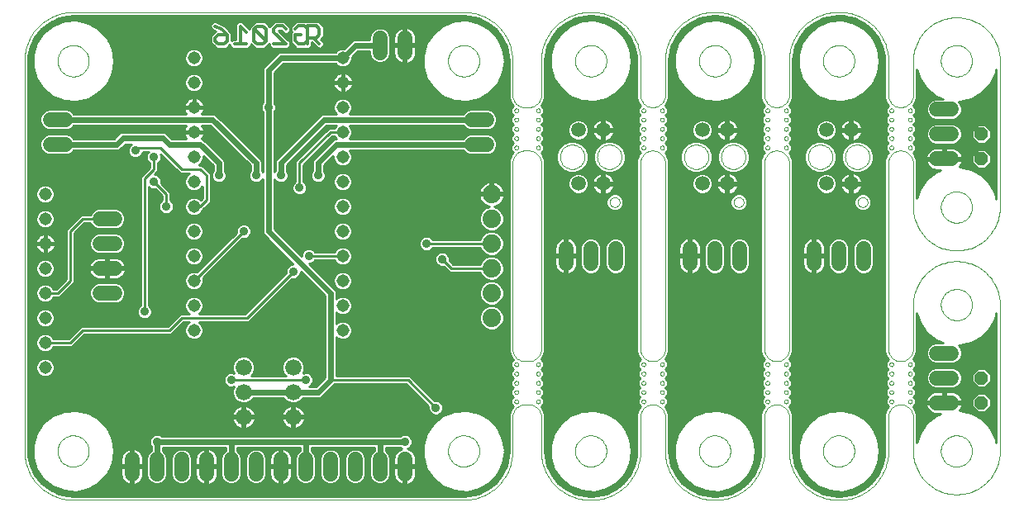
<source format=gbl>
G75*
G70*
%OFA0B0*%
%FSLAX24Y24*%
%IPPOS*%
%LPD*%
%AMOC8*
5,1,8,0,0,1.08239X$1,22.5*
%
%ADD10C,0.0000*%
%ADD11C,0.0594*%
%ADD12C,0.0660*%
%ADD13C,0.0515*%
%ADD14C,0.0740*%
%ADD15C,0.0120*%
%ADD16C,0.0594*%
%ADD17C,0.0600*%
%ADD18OC8,0.0520*%
%ADD19C,0.0100*%
%ADD20C,0.0357*%
%ADD21C,0.0240*%
D10*
X002285Y000317D02*
X018033Y000317D01*
X017403Y002285D02*
X017405Y002335D01*
X017411Y002385D01*
X017421Y002434D01*
X017435Y002482D01*
X017452Y002529D01*
X017473Y002574D01*
X017498Y002618D01*
X017526Y002659D01*
X017558Y002698D01*
X017592Y002735D01*
X017629Y002769D01*
X017669Y002799D01*
X017711Y002826D01*
X017755Y002850D01*
X017801Y002871D01*
X017848Y002887D01*
X017896Y002900D01*
X017946Y002909D01*
X017995Y002914D01*
X018046Y002915D01*
X018096Y002912D01*
X018145Y002905D01*
X018194Y002894D01*
X018242Y002879D01*
X018288Y002861D01*
X018333Y002839D01*
X018376Y002813D01*
X018417Y002784D01*
X018456Y002752D01*
X018492Y002717D01*
X018524Y002679D01*
X018554Y002639D01*
X018581Y002596D01*
X018604Y002552D01*
X018623Y002506D01*
X018639Y002458D01*
X018651Y002409D01*
X018659Y002360D01*
X018663Y002310D01*
X018663Y002260D01*
X018659Y002210D01*
X018651Y002161D01*
X018639Y002112D01*
X018623Y002064D01*
X018604Y002018D01*
X018581Y001974D01*
X018554Y001931D01*
X018524Y001891D01*
X018492Y001853D01*
X018456Y001818D01*
X018417Y001786D01*
X018376Y001757D01*
X018333Y001731D01*
X018288Y001709D01*
X018242Y001691D01*
X018194Y001676D01*
X018145Y001665D01*
X018096Y001658D01*
X018046Y001655D01*
X017995Y001656D01*
X017946Y001661D01*
X017896Y001670D01*
X017848Y001683D01*
X017801Y001699D01*
X017755Y001720D01*
X017711Y001744D01*
X017669Y001771D01*
X017629Y001801D01*
X017592Y001835D01*
X017558Y001872D01*
X017526Y001911D01*
X017498Y001952D01*
X017473Y001996D01*
X017452Y002041D01*
X017435Y002088D01*
X017421Y002136D01*
X017411Y002185D01*
X017405Y002235D01*
X017403Y002285D01*
X018033Y000316D02*
X018127Y000318D01*
X018220Y000325D01*
X018313Y000336D01*
X018406Y000352D01*
X018497Y000372D01*
X018588Y000396D01*
X018677Y000424D01*
X018765Y000457D01*
X018851Y000494D01*
X018935Y000535D01*
X019018Y000580D01*
X019098Y000629D01*
X019175Y000681D01*
X019250Y000737D01*
X019322Y000797D01*
X019392Y000860D01*
X019458Y000926D01*
X019521Y000996D01*
X019581Y001068D01*
X019637Y001143D01*
X019689Y001220D01*
X019738Y001301D01*
X019783Y001383D01*
X019824Y001467D01*
X019861Y001553D01*
X019894Y001641D01*
X019922Y001730D01*
X019946Y001821D01*
X019966Y001912D01*
X019982Y002005D01*
X019993Y002098D01*
X020000Y002191D01*
X020002Y002285D01*
X020002Y003659D01*
X020004Y003703D01*
X020010Y003746D01*
X020019Y003788D01*
X020032Y003830D01*
X020049Y003870D01*
X020069Y003909D01*
X020092Y003946D01*
X020119Y003980D01*
X020148Y004013D01*
X020181Y004042D01*
X020215Y004069D01*
X020252Y004092D01*
X020291Y004112D01*
X020331Y004129D01*
X020373Y004142D01*
X020415Y004151D01*
X020458Y004157D01*
X020502Y004159D01*
X020659Y004159D01*
X020955Y004284D02*
X020957Y004302D01*
X020963Y004318D01*
X020972Y004333D01*
X020985Y004346D01*
X021000Y004355D01*
X021016Y004361D01*
X021034Y004363D01*
X021052Y004361D01*
X021068Y004355D01*
X021083Y004346D01*
X021096Y004333D01*
X021105Y004318D01*
X021111Y004302D01*
X021113Y004284D01*
X021111Y004266D01*
X021105Y004250D01*
X021096Y004235D01*
X021083Y004222D01*
X021068Y004213D01*
X021052Y004207D01*
X021034Y004205D01*
X021016Y004207D01*
X021000Y004213D01*
X020985Y004222D01*
X020972Y004235D01*
X020963Y004250D01*
X020957Y004266D01*
X020955Y004284D01*
X020955Y004659D02*
X020957Y004677D01*
X020963Y004693D01*
X020972Y004708D01*
X020985Y004721D01*
X021000Y004730D01*
X021016Y004736D01*
X021034Y004738D01*
X021052Y004736D01*
X021068Y004730D01*
X021083Y004721D01*
X021096Y004708D01*
X021105Y004693D01*
X021111Y004677D01*
X021113Y004659D01*
X021111Y004641D01*
X021105Y004625D01*
X021096Y004610D01*
X021083Y004597D01*
X021068Y004588D01*
X021052Y004582D01*
X021034Y004580D01*
X021016Y004582D01*
X021000Y004588D01*
X020985Y004597D01*
X020972Y004610D01*
X020963Y004625D01*
X020957Y004641D01*
X020955Y004659D01*
X020955Y005034D02*
X020957Y005052D01*
X020963Y005068D01*
X020972Y005083D01*
X020985Y005096D01*
X021000Y005105D01*
X021016Y005111D01*
X021034Y005113D01*
X021052Y005111D01*
X021068Y005105D01*
X021083Y005096D01*
X021096Y005083D01*
X021105Y005068D01*
X021111Y005052D01*
X021113Y005034D01*
X021111Y005016D01*
X021105Y005000D01*
X021096Y004985D01*
X021083Y004972D01*
X021068Y004963D01*
X021052Y004957D01*
X021034Y004955D01*
X021016Y004957D01*
X021000Y004963D01*
X020985Y004972D01*
X020972Y004985D01*
X020963Y005000D01*
X020957Y005016D01*
X020955Y005034D01*
X020955Y005409D02*
X020957Y005427D01*
X020963Y005443D01*
X020972Y005458D01*
X020985Y005471D01*
X021000Y005480D01*
X021016Y005486D01*
X021034Y005488D01*
X021052Y005486D01*
X021068Y005480D01*
X021083Y005471D01*
X021096Y005458D01*
X021105Y005443D01*
X021111Y005427D01*
X021113Y005409D01*
X021111Y005391D01*
X021105Y005375D01*
X021096Y005360D01*
X021083Y005347D01*
X021068Y005338D01*
X021052Y005332D01*
X021034Y005330D01*
X021016Y005332D01*
X021000Y005338D01*
X020985Y005347D01*
X020972Y005360D01*
X020963Y005375D01*
X020957Y005391D01*
X020955Y005409D01*
X020955Y005784D02*
X020957Y005802D01*
X020963Y005818D01*
X020972Y005833D01*
X020985Y005846D01*
X021000Y005855D01*
X021016Y005861D01*
X021034Y005863D01*
X021052Y005861D01*
X021068Y005855D01*
X021083Y005846D01*
X021096Y005833D01*
X021105Y005818D01*
X021111Y005802D01*
X021113Y005784D01*
X021111Y005766D01*
X021105Y005750D01*
X021096Y005735D01*
X021083Y005722D01*
X021068Y005713D01*
X021052Y005707D01*
X021034Y005705D01*
X021016Y005707D01*
X021000Y005713D01*
X020985Y005722D01*
X020972Y005735D01*
X020963Y005750D01*
X020957Y005766D01*
X020955Y005784D01*
X020659Y005909D02*
X020502Y005909D01*
X020080Y005784D02*
X020082Y005802D01*
X020088Y005818D01*
X020097Y005833D01*
X020110Y005846D01*
X020125Y005855D01*
X020141Y005861D01*
X020159Y005863D01*
X020177Y005861D01*
X020193Y005855D01*
X020208Y005846D01*
X020221Y005833D01*
X020230Y005818D01*
X020236Y005802D01*
X020238Y005784D01*
X020236Y005766D01*
X020230Y005750D01*
X020221Y005735D01*
X020208Y005722D01*
X020193Y005713D01*
X020177Y005707D01*
X020159Y005705D01*
X020141Y005707D01*
X020125Y005713D01*
X020110Y005722D01*
X020097Y005735D01*
X020088Y005750D01*
X020082Y005766D01*
X020080Y005784D01*
X020080Y005409D02*
X020082Y005427D01*
X020088Y005443D01*
X020097Y005458D01*
X020110Y005471D01*
X020125Y005480D01*
X020141Y005486D01*
X020159Y005488D01*
X020177Y005486D01*
X020193Y005480D01*
X020208Y005471D01*
X020221Y005458D01*
X020230Y005443D01*
X020236Y005427D01*
X020238Y005409D01*
X020236Y005391D01*
X020230Y005375D01*
X020221Y005360D01*
X020208Y005347D01*
X020193Y005338D01*
X020177Y005332D01*
X020159Y005330D01*
X020141Y005332D01*
X020125Y005338D01*
X020110Y005347D01*
X020097Y005360D01*
X020088Y005375D01*
X020082Y005391D01*
X020080Y005409D01*
X020080Y005034D02*
X020082Y005052D01*
X020088Y005068D01*
X020097Y005083D01*
X020110Y005096D01*
X020125Y005105D01*
X020141Y005111D01*
X020159Y005113D01*
X020177Y005111D01*
X020193Y005105D01*
X020208Y005096D01*
X020221Y005083D01*
X020230Y005068D01*
X020236Y005052D01*
X020238Y005034D01*
X020236Y005016D01*
X020230Y005000D01*
X020221Y004985D01*
X020208Y004972D01*
X020193Y004963D01*
X020177Y004957D01*
X020159Y004955D01*
X020141Y004957D01*
X020125Y004963D01*
X020110Y004972D01*
X020097Y004985D01*
X020088Y005000D01*
X020082Y005016D01*
X020080Y005034D01*
X020080Y004659D02*
X020082Y004677D01*
X020088Y004693D01*
X020097Y004708D01*
X020110Y004721D01*
X020125Y004730D01*
X020141Y004736D01*
X020159Y004738D01*
X020177Y004736D01*
X020193Y004730D01*
X020208Y004721D01*
X020221Y004708D01*
X020230Y004693D01*
X020236Y004677D01*
X020238Y004659D01*
X020236Y004641D01*
X020230Y004625D01*
X020221Y004610D01*
X020208Y004597D01*
X020193Y004588D01*
X020177Y004582D01*
X020159Y004580D01*
X020141Y004582D01*
X020125Y004588D01*
X020110Y004597D01*
X020097Y004610D01*
X020088Y004625D01*
X020082Y004641D01*
X020080Y004659D01*
X020080Y004284D02*
X020082Y004302D01*
X020088Y004318D01*
X020097Y004333D01*
X020110Y004346D01*
X020125Y004355D01*
X020141Y004361D01*
X020159Y004363D01*
X020177Y004361D01*
X020193Y004355D01*
X020208Y004346D01*
X020221Y004333D01*
X020230Y004318D01*
X020236Y004302D01*
X020238Y004284D01*
X020236Y004266D01*
X020230Y004250D01*
X020221Y004235D01*
X020208Y004222D01*
X020193Y004213D01*
X020177Y004207D01*
X020159Y004205D01*
X020141Y004207D01*
X020125Y004213D01*
X020110Y004222D01*
X020097Y004235D01*
X020088Y004250D01*
X020082Y004266D01*
X020080Y004284D01*
X020659Y004159D02*
X020703Y004157D01*
X020746Y004151D01*
X020788Y004142D01*
X020830Y004129D01*
X020870Y004112D01*
X020909Y004092D01*
X020946Y004069D01*
X020980Y004042D01*
X021013Y004013D01*
X021042Y003980D01*
X021069Y003946D01*
X021092Y003909D01*
X021112Y003870D01*
X021129Y003830D01*
X021142Y003788D01*
X021151Y003746D01*
X021157Y003703D01*
X021159Y003659D01*
X021159Y002285D01*
X021161Y002191D01*
X021168Y002098D01*
X021179Y002005D01*
X021195Y001912D01*
X021215Y001821D01*
X021239Y001730D01*
X021267Y001641D01*
X021300Y001553D01*
X021337Y001467D01*
X021378Y001383D01*
X021423Y001301D01*
X021472Y001220D01*
X021524Y001143D01*
X021580Y001068D01*
X021640Y000996D01*
X021703Y000926D01*
X021769Y000860D01*
X021839Y000797D01*
X021911Y000737D01*
X021986Y000681D01*
X022063Y000629D01*
X022143Y000580D01*
X022226Y000535D01*
X022310Y000494D01*
X022396Y000457D01*
X022484Y000424D01*
X022573Y000396D01*
X022664Y000372D01*
X022755Y000352D01*
X022848Y000336D01*
X022941Y000325D01*
X023034Y000318D01*
X023128Y000316D01*
X023128Y000317D02*
X023191Y000317D01*
X023191Y000316D02*
X023285Y000318D01*
X023378Y000325D01*
X023471Y000336D01*
X023564Y000352D01*
X023655Y000372D01*
X023746Y000396D01*
X023835Y000424D01*
X023923Y000457D01*
X024009Y000494D01*
X024093Y000535D01*
X024176Y000580D01*
X024256Y000629D01*
X024333Y000681D01*
X024408Y000737D01*
X024480Y000797D01*
X024550Y000860D01*
X024616Y000926D01*
X024679Y000996D01*
X024739Y001068D01*
X024795Y001143D01*
X024847Y001220D01*
X024896Y001301D01*
X024941Y001383D01*
X024982Y001467D01*
X025019Y001553D01*
X025052Y001641D01*
X025080Y001730D01*
X025104Y001821D01*
X025124Y001912D01*
X025140Y002005D01*
X025151Y002098D01*
X025158Y002191D01*
X025160Y002285D01*
X025159Y002285D02*
X025159Y003659D01*
X025659Y004159D02*
X025703Y004157D01*
X025746Y004151D01*
X025788Y004142D01*
X025830Y004129D01*
X025870Y004112D01*
X025909Y004092D01*
X025946Y004069D01*
X025980Y004042D01*
X026013Y004013D01*
X026042Y003980D01*
X026069Y003946D01*
X026092Y003909D01*
X026112Y003870D01*
X026129Y003830D01*
X026142Y003788D01*
X026151Y003746D01*
X026157Y003703D01*
X026159Y003659D01*
X026159Y002285D01*
X026161Y002191D01*
X026168Y002098D01*
X026179Y002005D01*
X026195Y001912D01*
X026215Y001821D01*
X026239Y001730D01*
X026267Y001641D01*
X026300Y001553D01*
X026337Y001467D01*
X026378Y001383D01*
X026423Y001301D01*
X026472Y001220D01*
X026524Y001143D01*
X026580Y001068D01*
X026640Y000996D01*
X026703Y000926D01*
X026769Y000860D01*
X026839Y000797D01*
X026911Y000737D01*
X026986Y000681D01*
X027063Y000629D01*
X027143Y000580D01*
X027226Y000535D01*
X027310Y000494D01*
X027396Y000457D01*
X027484Y000424D01*
X027573Y000396D01*
X027664Y000372D01*
X027755Y000352D01*
X027848Y000336D01*
X027941Y000325D01*
X028034Y000318D01*
X028128Y000316D01*
X028128Y000317D02*
X028191Y000317D01*
X028191Y000316D02*
X028285Y000318D01*
X028378Y000325D01*
X028471Y000336D01*
X028564Y000352D01*
X028655Y000372D01*
X028746Y000396D01*
X028835Y000424D01*
X028923Y000457D01*
X029009Y000494D01*
X029093Y000535D01*
X029176Y000580D01*
X029256Y000629D01*
X029333Y000681D01*
X029408Y000737D01*
X029480Y000797D01*
X029550Y000860D01*
X029616Y000926D01*
X029679Y000996D01*
X029739Y001068D01*
X029795Y001143D01*
X029847Y001220D01*
X029896Y001301D01*
X029941Y001383D01*
X029982Y001467D01*
X030019Y001553D01*
X030052Y001641D01*
X030080Y001730D01*
X030104Y001821D01*
X030124Y001912D01*
X030140Y002005D01*
X030151Y002098D01*
X030158Y002191D01*
X030160Y002285D01*
X030159Y002285D02*
X030159Y003659D01*
X030659Y004159D02*
X030703Y004157D01*
X030746Y004151D01*
X030788Y004142D01*
X030830Y004129D01*
X030870Y004112D01*
X030909Y004092D01*
X030946Y004069D01*
X030980Y004042D01*
X031013Y004013D01*
X031042Y003980D01*
X031069Y003946D01*
X031092Y003909D01*
X031112Y003870D01*
X031129Y003830D01*
X031142Y003788D01*
X031151Y003746D01*
X031157Y003703D01*
X031159Y003659D01*
X031159Y002285D01*
X031161Y002191D01*
X031168Y002098D01*
X031179Y002005D01*
X031195Y001912D01*
X031215Y001821D01*
X031239Y001730D01*
X031267Y001641D01*
X031300Y001553D01*
X031337Y001467D01*
X031378Y001383D01*
X031423Y001301D01*
X031472Y001220D01*
X031524Y001143D01*
X031580Y001068D01*
X031640Y000996D01*
X031703Y000926D01*
X031769Y000860D01*
X031839Y000797D01*
X031911Y000737D01*
X031986Y000681D01*
X032063Y000629D01*
X032143Y000580D01*
X032226Y000535D01*
X032310Y000494D01*
X032396Y000457D01*
X032484Y000424D01*
X032573Y000396D01*
X032664Y000372D01*
X032755Y000352D01*
X032848Y000336D01*
X032941Y000325D01*
X033034Y000318D01*
X033128Y000316D01*
X033128Y000317D02*
X033191Y000317D01*
X033191Y000316D02*
X033285Y000318D01*
X033378Y000325D01*
X033471Y000336D01*
X033564Y000352D01*
X033655Y000372D01*
X033746Y000396D01*
X033835Y000424D01*
X033923Y000457D01*
X034009Y000494D01*
X034093Y000535D01*
X034176Y000580D01*
X034256Y000629D01*
X034333Y000681D01*
X034408Y000737D01*
X034480Y000797D01*
X034550Y000860D01*
X034616Y000926D01*
X034679Y000996D01*
X034739Y001068D01*
X034795Y001143D01*
X034847Y001220D01*
X034896Y001301D01*
X034941Y001383D01*
X034982Y001467D01*
X035019Y001553D01*
X035052Y001641D01*
X035080Y001730D01*
X035104Y001821D01*
X035124Y001912D01*
X035140Y002005D01*
X035151Y002098D01*
X035158Y002191D01*
X035160Y002285D01*
X035159Y002285D02*
X035159Y003659D01*
X035659Y004159D02*
X035703Y004157D01*
X035746Y004151D01*
X035788Y004142D01*
X035830Y004129D01*
X035870Y004112D01*
X035909Y004092D01*
X035946Y004069D01*
X035980Y004042D01*
X036013Y004013D01*
X036042Y003980D01*
X036069Y003946D01*
X036092Y003909D01*
X036112Y003870D01*
X036129Y003830D01*
X036142Y003788D01*
X036151Y003746D01*
X036157Y003703D01*
X036159Y003659D01*
X036159Y002285D01*
X037279Y002285D02*
X037281Y002335D01*
X037287Y002385D01*
X037297Y002434D01*
X037311Y002482D01*
X037328Y002529D01*
X037349Y002574D01*
X037374Y002618D01*
X037402Y002659D01*
X037434Y002698D01*
X037468Y002735D01*
X037505Y002769D01*
X037545Y002799D01*
X037587Y002826D01*
X037631Y002850D01*
X037677Y002871D01*
X037724Y002887D01*
X037772Y002900D01*
X037822Y002909D01*
X037871Y002914D01*
X037922Y002915D01*
X037972Y002912D01*
X038021Y002905D01*
X038070Y002894D01*
X038118Y002879D01*
X038164Y002861D01*
X038209Y002839D01*
X038252Y002813D01*
X038293Y002784D01*
X038332Y002752D01*
X038368Y002717D01*
X038400Y002679D01*
X038430Y002639D01*
X038457Y002596D01*
X038480Y002552D01*
X038499Y002506D01*
X038515Y002458D01*
X038527Y002409D01*
X038535Y002360D01*
X038539Y002310D01*
X038539Y002260D01*
X038535Y002210D01*
X038527Y002161D01*
X038515Y002112D01*
X038499Y002064D01*
X038480Y002018D01*
X038457Y001974D01*
X038430Y001931D01*
X038400Y001891D01*
X038368Y001853D01*
X038332Y001818D01*
X038293Y001786D01*
X038252Y001757D01*
X038209Y001731D01*
X038164Y001709D01*
X038118Y001691D01*
X038070Y001676D01*
X038021Y001665D01*
X037972Y001658D01*
X037922Y001655D01*
X037871Y001656D01*
X037822Y001661D01*
X037772Y001670D01*
X037724Y001683D01*
X037677Y001699D01*
X037631Y001720D01*
X037587Y001744D01*
X037545Y001771D01*
X037505Y001801D01*
X037468Y001835D01*
X037434Y001872D01*
X037402Y001911D01*
X037374Y001952D01*
X037349Y001996D01*
X037328Y002041D01*
X037311Y002088D01*
X037297Y002136D01*
X037287Y002185D01*
X037281Y002235D01*
X037279Y002285D01*
X037911Y000533D02*
X037994Y000535D01*
X038077Y000541D01*
X038160Y000551D01*
X038242Y000565D01*
X038323Y000582D01*
X038403Y000604D01*
X038483Y000629D01*
X038561Y000658D01*
X038637Y000691D01*
X038712Y000727D01*
X038785Y000767D01*
X038856Y000810D01*
X038925Y000857D01*
X038992Y000907D01*
X039056Y000960D01*
X039117Y001016D01*
X039176Y001075D01*
X039232Y001136D01*
X039285Y001200D01*
X039335Y001267D01*
X039382Y001336D01*
X039425Y001407D01*
X039465Y001480D01*
X039501Y001555D01*
X039534Y001631D01*
X039563Y001709D01*
X039588Y001789D01*
X039610Y001869D01*
X039627Y001950D01*
X039641Y002032D01*
X039651Y002115D01*
X039657Y002198D01*
X039659Y002281D01*
X039659Y008195D01*
X039657Y008278D01*
X039651Y008361D01*
X039641Y008444D01*
X039627Y008526D01*
X039610Y008607D01*
X039588Y008687D01*
X039563Y008767D01*
X039534Y008845D01*
X039501Y008921D01*
X039465Y008996D01*
X039425Y009069D01*
X039382Y009140D01*
X039335Y009209D01*
X039285Y009276D01*
X039232Y009340D01*
X039176Y009401D01*
X039117Y009460D01*
X039056Y009516D01*
X038992Y009569D01*
X038925Y009619D01*
X038856Y009666D01*
X038785Y009709D01*
X038712Y009749D01*
X038637Y009785D01*
X038561Y009818D01*
X038483Y009847D01*
X038403Y009872D01*
X038323Y009894D01*
X038242Y009911D01*
X038160Y009925D01*
X038077Y009935D01*
X037994Y009941D01*
X037911Y009943D01*
X037279Y008191D02*
X037281Y008241D01*
X037287Y008291D01*
X037297Y008340D01*
X037311Y008388D01*
X037328Y008435D01*
X037349Y008480D01*
X037374Y008524D01*
X037402Y008565D01*
X037434Y008604D01*
X037468Y008641D01*
X037505Y008675D01*
X037545Y008705D01*
X037587Y008732D01*
X037631Y008756D01*
X037677Y008777D01*
X037724Y008793D01*
X037772Y008806D01*
X037822Y008815D01*
X037871Y008820D01*
X037922Y008821D01*
X037972Y008818D01*
X038021Y008811D01*
X038070Y008800D01*
X038118Y008785D01*
X038164Y008767D01*
X038209Y008745D01*
X038252Y008719D01*
X038293Y008690D01*
X038332Y008658D01*
X038368Y008623D01*
X038400Y008585D01*
X038430Y008545D01*
X038457Y008502D01*
X038480Y008458D01*
X038499Y008412D01*
X038515Y008364D01*
X038527Y008315D01*
X038535Y008266D01*
X038539Y008216D01*
X038539Y008166D01*
X038535Y008116D01*
X038527Y008067D01*
X038515Y008018D01*
X038499Y007970D01*
X038480Y007924D01*
X038457Y007880D01*
X038430Y007837D01*
X038400Y007797D01*
X038368Y007759D01*
X038332Y007724D01*
X038293Y007692D01*
X038252Y007663D01*
X038209Y007637D01*
X038164Y007615D01*
X038118Y007597D01*
X038070Y007582D01*
X038021Y007571D01*
X037972Y007564D01*
X037922Y007561D01*
X037871Y007562D01*
X037822Y007567D01*
X037772Y007576D01*
X037724Y007589D01*
X037677Y007605D01*
X037631Y007626D01*
X037587Y007650D01*
X037545Y007677D01*
X037505Y007707D01*
X037468Y007741D01*
X037434Y007778D01*
X037402Y007817D01*
X037374Y007858D01*
X037349Y007902D01*
X037328Y007947D01*
X037311Y007994D01*
X037297Y008042D01*
X037287Y008091D01*
X037281Y008141D01*
X037279Y008191D01*
X036159Y008191D02*
X036161Y008274D01*
X036167Y008358D01*
X036177Y008440D01*
X036191Y008523D01*
X036208Y008604D01*
X036230Y008685D01*
X036255Y008764D01*
X036284Y008842D01*
X036317Y008919D01*
X036354Y008994D01*
X036394Y009067D01*
X036437Y009138D01*
X036484Y009207D01*
X036534Y009274D01*
X036587Y009338D01*
X036643Y009400D01*
X036702Y009459D01*
X036764Y009515D01*
X036828Y009568D01*
X036895Y009618D01*
X036964Y009665D01*
X037035Y009708D01*
X037108Y009748D01*
X037183Y009785D01*
X037260Y009818D01*
X037338Y009847D01*
X037417Y009872D01*
X037498Y009894D01*
X037579Y009911D01*
X037662Y009925D01*
X037744Y009935D01*
X037828Y009941D01*
X037911Y009943D01*
X036159Y008191D02*
X036159Y006409D01*
X036157Y006365D01*
X036151Y006322D01*
X036142Y006280D01*
X036129Y006238D01*
X036112Y006198D01*
X036092Y006159D01*
X036069Y006122D01*
X036042Y006088D01*
X036013Y006055D01*
X035980Y006026D01*
X035946Y005999D01*
X035909Y005976D01*
X035870Y005956D01*
X035830Y005939D01*
X035788Y005926D01*
X035746Y005917D01*
X035703Y005911D01*
X035659Y005909D01*
X035205Y005784D02*
X035207Y005802D01*
X035213Y005818D01*
X035222Y005833D01*
X035235Y005846D01*
X035250Y005855D01*
X035266Y005861D01*
X035284Y005863D01*
X035302Y005861D01*
X035318Y005855D01*
X035333Y005846D01*
X035346Y005833D01*
X035355Y005818D01*
X035361Y005802D01*
X035363Y005784D01*
X035361Y005766D01*
X035355Y005750D01*
X035346Y005735D01*
X035333Y005722D01*
X035318Y005713D01*
X035302Y005707D01*
X035284Y005705D01*
X035266Y005707D01*
X035250Y005713D01*
X035235Y005722D01*
X035222Y005735D01*
X035213Y005750D01*
X035207Y005766D01*
X035205Y005784D01*
X035205Y005409D02*
X035207Y005427D01*
X035213Y005443D01*
X035222Y005458D01*
X035235Y005471D01*
X035250Y005480D01*
X035266Y005486D01*
X035284Y005488D01*
X035302Y005486D01*
X035318Y005480D01*
X035333Y005471D01*
X035346Y005458D01*
X035355Y005443D01*
X035361Y005427D01*
X035363Y005409D01*
X035361Y005391D01*
X035355Y005375D01*
X035346Y005360D01*
X035333Y005347D01*
X035318Y005338D01*
X035302Y005332D01*
X035284Y005330D01*
X035266Y005332D01*
X035250Y005338D01*
X035235Y005347D01*
X035222Y005360D01*
X035213Y005375D01*
X035207Y005391D01*
X035205Y005409D01*
X035205Y005034D02*
X035207Y005052D01*
X035213Y005068D01*
X035222Y005083D01*
X035235Y005096D01*
X035250Y005105D01*
X035266Y005111D01*
X035284Y005113D01*
X035302Y005111D01*
X035318Y005105D01*
X035333Y005096D01*
X035346Y005083D01*
X035355Y005068D01*
X035361Y005052D01*
X035363Y005034D01*
X035361Y005016D01*
X035355Y005000D01*
X035346Y004985D01*
X035333Y004972D01*
X035318Y004963D01*
X035302Y004957D01*
X035284Y004955D01*
X035266Y004957D01*
X035250Y004963D01*
X035235Y004972D01*
X035222Y004985D01*
X035213Y005000D01*
X035207Y005016D01*
X035205Y005034D01*
X035205Y004659D02*
X035207Y004677D01*
X035213Y004693D01*
X035222Y004708D01*
X035235Y004721D01*
X035250Y004730D01*
X035266Y004736D01*
X035284Y004738D01*
X035302Y004736D01*
X035318Y004730D01*
X035333Y004721D01*
X035346Y004708D01*
X035355Y004693D01*
X035361Y004677D01*
X035363Y004659D01*
X035361Y004641D01*
X035355Y004625D01*
X035346Y004610D01*
X035333Y004597D01*
X035318Y004588D01*
X035302Y004582D01*
X035284Y004580D01*
X035266Y004582D01*
X035250Y004588D01*
X035235Y004597D01*
X035222Y004610D01*
X035213Y004625D01*
X035207Y004641D01*
X035205Y004659D01*
X035205Y004284D02*
X035207Y004302D01*
X035213Y004318D01*
X035222Y004333D01*
X035235Y004346D01*
X035250Y004355D01*
X035266Y004361D01*
X035284Y004363D01*
X035302Y004361D01*
X035318Y004355D01*
X035333Y004346D01*
X035346Y004333D01*
X035355Y004318D01*
X035361Y004302D01*
X035363Y004284D01*
X035361Y004266D01*
X035355Y004250D01*
X035346Y004235D01*
X035333Y004222D01*
X035318Y004213D01*
X035302Y004207D01*
X035284Y004205D01*
X035266Y004207D01*
X035250Y004213D01*
X035235Y004222D01*
X035222Y004235D01*
X035213Y004250D01*
X035207Y004266D01*
X035205Y004284D01*
X035659Y004159D02*
X035615Y004157D01*
X035572Y004151D01*
X035530Y004142D01*
X035488Y004129D01*
X035448Y004112D01*
X035409Y004092D01*
X035372Y004069D01*
X035338Y004042D01*
X035305Y004013D01*
X035276Y003980D01*
X035249Y003946D01*
X035226Y003909D01*
X035206Y003870D01*
X035189Y003830D01*
X035176Y003788D01*
X035167Y003746D01*
X035161Y003703D01*
X035159Y003659D01*
X035955Y004284D02*
X035957Y004302D01*
X035963Y004318D01*
X035972Y004333D01*
X035985Y004346D01*
X036000Y004355D01*
X036016Y004361D01*
X036034Y004363D01*
X036052Y004361D01*
X036068Y004355D01*
X036083Y004346D01*
X036096Y004333D01*
X036105Y004318D01*
X036111Y004302D01*
X036113Y004284D01*
X036111Y004266D01*
X036105Y004250D01*
X036096Y004235D01*
X036083Y004222D01*
X036068Y004213D01*
X036052Y004207D01*
X036034Y004205D01*
X036016Y004207D01*
X036000Y004213D01*
X035985Y004222D01*
X035972Y004235D01*
X035963Y004250D01*
X035957Y004266D01*
X035955Y004284D01*
X035955Y004659D02*
X035957Y004677D01*
X035963Y004693D01*
X035972Y004708D01*
X035985Y004721D01*
X036000Y004730D01*
X036016Y004736D01*
X036034Y004738D01*
X036052Y004736D01*
X036068Y004730D01*
X036083Y004721D01*
X036096Y004708D01*
X036105Y004693D01*
X036111Y004677D01*
X036113Y004659D01*
X036111Y004641D01*
X036105Y004625D01*
X036096Y004610D01*
X036083Y004597D01*
X036068Y004588D01*
X036052Y004582D01*
X036034Y004580D01*
X036016Y004582D01*
X036000Y004588D01*
X035985Y004597D01*
X035972Y004610D01*
X035963Y004625D01*
X035957Y004641D01*
X035955Y004659D01*
X035955Y005034D02*
X035957Y005052D01*
X035963Y005068D01*
X035972Y005083D01*
X035985Y005096D01*
X036000Y005105D01*
X036016Y005111D01*
X036034Y005113D01*
X036052Y005111D01*
X036068Y005105D01*
X036083Y005096D01*
X036096Y005083D01*
X036105Y005068D01*
X036111Y005052D01*
X036113Y005034D01*
X036111Y005016D01*
X036105Y005000D01*
X036096Y004985D01*
X036083Y004972D01*
X036068Y004963D01*
X036052Y004957D01*
X036034Y004955D01*
X036016Y004957D01*
X036000Y004963D01*
X035985Y004972D01*
X035972Y004985D01*
X035963Y005000D01*
X035957Y005016D01*
X035955Y005034D01*
X035955Y005409D02*
X035957Y005427D01*
X035963Y005443D01*
X035972Y005458D01*
X035985Y005471D01*
X036000Y005480D01*
X036016Y005486D01*
X036034Y005488D01*
X036052Y005486D01*
X036068Y005480D01*
X036083Y005471D01*
X036096Y005458D01*
X036105Y005443D01*
X036111Y005427D01*
X036113Y005409D01*
X036111Y005391D01*
X036105Y005375D01*
X036096Y005360D01*
X036083Y005347D01*
X036068Y005338D01*
X036052Y005332D01*
X036034Y005330D01*
X036016Y005332D01*
X036000Y005338D01*
X035985Y005347D01*
X035972Y005360D01*
X035963Y005375D01*
X035957Y005391D01*
X035955Y005409D01*
X035955Y005784D02*
X035957Y005802D01*
X035963Y005818D01*
X035972Y005833D01*
X035985Y005846D01*
X036000Y005855D01*
X036016Y005861D01*
X036034Y005863D01*
X036052Y005861D01*
X036068Y005855D01*
X036083Y005846D01*
X036096Y005833D01*
X036105Y005818D01*
X036111Y005802D01*
X036113Y005784D01*
X036111Y005766D01*
X036105Y005750D01*
X036096Y005735D01*
X036083Y005722D01*
X036068Y005713D01*
X036052Y005707D01*
X036034Y005705D01*
X036016Y005707D01*
X036000Y005713D01*
X035985Y005722D01*
X035972Y005735D01*
X035963Y005750D01*
X035957Y005766D01*
X035955Y005784D01*
X035659Y005909D02*
X035615Y005911D01*
X035572Y005917D01*
X035530Y005926D01*
X035488Y005939D01*
X035448Y005956D01*
X035409Y005976D01*
X035372Y005999D01*
X035338Y006026D01*
X035305Y006055D01*
X035276Y006088D01*
X035249Y006122D01*
X035226Y006159D01*
X035206Y006198D01*
X035189Y006238D01*
X035176Y006280D01*
X035167Y006322D01*
X035161Y006365D01*
X035159Y006409D01*
X035159Y013909D01*
X035659Y014409D02*
X035703Y014407D01*
X035746Y014401D01*
X035788Y014392D01*
X035830Y014379D01*
X035870Y014362D01*
X035909Y014342D01*
X035946Y014319D01*
X035980Y014292D01*
X036013Y014263D01*
X036042Y014230D01*
X036069Y014196D01*
X036092Y014159D01*
X036112Y014120D01*
X036129Y014080D01*
X036142Y014038D01*
X036151Y013996D01*
X036157Y013953D01*
X036159Y013909D01*
X036159Y012128D01*
X037279Y012128D02*
X037281Y012178D01*
X037287Y012228D01*
X037297Y012277D01*
X037311Y012325D01*
X037328Y012372D01*
X037349Y012417D01*
X037374Y012461D01*
X037402Y012502D01*
X037434Y012541D01*
X037468Y012578D01*
X037505Y012612D01*
X037545Y012642D01*
X037587Y012669D01*
X037631Y012693D01*
X037677Y012714D01*
X037724Y012730D01*
X037772Y012743D01*
X037822Y012752D01*
X037871Y012757D01*
X037922Y012758D01*
X037972Y012755D01*
X038021Y012748D01*
X038070Y012737D01*
X038118Y012722D01*
X038164Y012704D01*
X038209Y012682D01*
X038252Y012656D01*
X038293Y012627D01*
X038332Y012595D01*
X038368Y012560D01*
X038400Y012522D01*
X038430Y012482D01*
X038457Y012439D01*
X038480Y012395D01*
X038499Y012349D01*
X038515Y012301D01*
X038527Y012252D01*
X038535Y012203D01*
X038539Y012153D01*
X038539Y012103D01*
X038535Y012053D01*
X038527Y012004D01*
X038515Y011955D01*
X038499Y011907D01*
X038480Y011861D01*
X038457Y011817D01*
X038430Y011774D01*
X038400Y011734D01*
X038368Y011696D01*
X038332Y011661D01*
X038293Y011629D01*
X038252Y011600D01*
X038209Y011574D01*
X038164Y011552D01*
X038118Y011534D01*
X038070Y011519D01*
X038021Y011508D01*
X037972Y011501D01*
X037922Y011498D01*
X037871Y011499D01*
X037822Y011504D01*
X037772Y011513D01*
X037724Y011526D01*
X037677Y011542D01*
X037631Y011563D01*
X037587Y011587D01*
X037545Y011614D01*
X037505Y011644D01*
X037468Y011678D01*
X037434Y011715D01*
X037402Y011754D01*
X037374Y011795D01*
X037349Y011839D01*
X037328Y011884D01*
X037311Y011931D01*
X037297Y011979D01*
X037287Y012028D01*
X037281Y012078D01*
X037279Y012128D01*
X036159Y012128D02*
X036161Y012045D01*
X036167Y011961D01*
X036177Y011879D01*
X036191Y011796D01*
X036208Y011715D01*
X036230Y011634D01*
X036255Y011555D01*
X036284Y011477D01*
X036317Y011400D01*
X036354Y011325D01*
X036394Y011252D01*
X036437Y011181D01*
X036484Y011112D01*
X036534Y011045D01*
X036587Y010981D01*
X036643Y010919D01*
X036702Y010860D01*
X036764Y010804D01*
X036828Y010751D01*
X036895Y010701D01*
X036964Y010654D01*
X037035Y010611D01*
X037108Y010571D01*
X037183Y010534D01*
X037260Y010501D01*
X037338Y010472D01*
X037417Y010447D01*
X037498Y010425D01*
X037579Y010408D01*
X037662Y010394D01*
X037744Y010384D01*
X037828Y010378D01*
X037911Y010376D01*
X037994Y010378D01*
X038077Y010384D01*
X038160Y010394D01*
X038242Y010408D01*
X038323Y010425D01*
X038403Y010447D01*
X038483Y010472D01*
X038561Y010501D01*
X038637Y010534D01*
X038712Y010570D01*
X038785Y010610D01*
X038856Y010653D01*
X038925Y010700D01*
X038992Y010750D01*
X039056Y010803D01*
X039117Y010859D01*
X039176Y010918D01*
X039232Y010979D01*
X039285Y011043D01*
X039335Y011110D01*
X039382Y011179D01*
X039425Y011250D01*
X039465Y011323D01*
X039501Y011398D01*
X039534Y011474D01*
X039563Y011552D01*
X039588Y011632D01*
X039610Y011712D01*
X039627Y011793D01*
X039641Y011875D01*
X039651Y011958D01*
X039657Y012041D01*
X039659Y012124D01*
X039659Y018037D01*
X039657Y018120D01*
X039651Y018203D01*
X039641Y018286D01*
X039627Y018368D01*
X039610Y018449D01*
X039588Y018529D01*
X039563Y018609D01*
X039534Y018687D01*
X039501Y018763D01*
X039465Y018838D01*
X039425Y018911D01*
X039382Y018982D01*
X039335Y019051D01*
X039285Y019118D01*
X039232Y019182D01*
X039176Y019243D01*
X039117Y019302D01*
X039056Y019358D01*
X038992Y019411D01*
X038925Y019461D01*
X038856Y019508D01*
X038785Y019551D01*
X038712Y019591D01*
X038637Y019627D01*
X038561Y019660D01*
X038483Y019689D01*
X038403Y019714D01*
X038323Y019736D01*
X038242Y019753D01*
X038160Y019767D01*
X038077Y019777D01*
X037994Y019783D01*
X037911Y019785D01*
X037279Y018033D02*
X037281Y018083D01*
X037287Y018133D01*
X037297Y018182D01*
X037311Y018230D01*
X037328Y018277D01*
X037349Y018322D01*
X037374Y018366D01*
X037402Y018407D01*
X037434Y018446D01*
X037468Y018483D01*
X037505Y018517D01*
X037545Y018547D01*
X037587Y018574D01*
X037631Y018598D01*
X037677Y018619D01*
X037724Y018635D01*
X037772Y018648D01*
X037822Y018657D01*
X037871Y018662D01*
X037922Y018663D01*
X037972Y018660D01*
X038021Y018653D01*
X038070Y018642D01*
X038118Y018627D01*
X038164Y018609D01*
X038209Y018587D01*
X038252Y018561D01*
X038293Y018532D01*
X038332Y018500D01*
X038368Y018465D01*
X038400Y018427D01*
X038430Y018387D01*
X038457Y018344D01*
X038480Y018300D01*
X038499Y018254D01*
X038515Y018206D01*
X038527Y018157D01*
X038535Y018108D01*
X038539Y018058D01*
X038539Y018008D01*
X038535Y017958D01*
X038527Y017909D01*
X038515Y017860D01*
X038499Y017812D01*
X038480Y017766D01*
X038457Y017722D01*
X038430Y017679D01*
X038400Y017639D01*
X038368Y017601D01*
X038332Y017566D01*
X038293Y017534D01*
X038252Y017505D01*
X038209Y017479D01*
X038164Y017457D01*
X038118Y017439D01*
X038070Y017424D01*
X038021Y017413D01*
X037972Y017406D01*
X037922Y017403D01*
X037871Y017404D01*
X037822Y017409D01*
X037772Y017418D01*
X037724Y017431D01*
X037677Y017447D01*
X037631Y017468D01*
X037587Y017492D01*
X037545Y017519D01*
X037505Y017549D01*
X037468Y017583D01*
X037434Y017620D01*
X037402Y017659D01*
X037374Y017700D01*
X037349Y017744D01*
X037328Y017789D01*
X037311Y017836D01*
X037297Y017884D01*
X037287Y017933D01*
X037281Y017983D01*
X037279Y018033D01*
X036159Y018033D02*
X036161Y018116D01*
X036167Y018200D01*
X036177Y018282D01*
X036191Y018365D01*
X036208Y018446D01*
X036230Y018527D01*
X036255Y018606D01*
X036284Y018684D01*
X036317Y018761D01*
X036354Y018836D01*
X036394Y018909D01*
X036437Y018980D01*
X036484Y019049D01*
X036534Y019116D01*
X036587Y019180D01*
X036643Y019242D01*
X036702Y019301D01*
X036764Y019357D01*
X036828Y019410D01*
X036895Y019460D01*
X036964Y019507D01*
X037035Y019550D01*
X037108Y019590D01*
X037183Y019627D01*
X037260Y019660D01*
X037338Y019689D01*
X037417Y019714D01*
X037498Y019736D01*
X037579Y019753D01*
X037662Y019767D01*
X037744Y019777D01*
X037828Y019783D01*
X037911Y019785D01*
X036159Y018033D02*
X036159Y016659D01*
X036157Y016615D01*
X036151Y016572D01*
X036142Y016530D01*
X036129Y016488D01*
X036112Y016448D01*
X036092Y016409D01*
X036069Y016372D01*
X036042Y016338D01*
X036013Y016305D01*
X035980Y016276D01*
X035946Y016249D01*
X035909Y016226D01*
X035870Y016206D01*
X035830Y016189D01*
X035788Y016176D01*
X035746Y016167D01*
X035703Y016161D01*
X035659Y016159D01*
X035205Y016034D02*
X035207Y016052D01*
X035213Y016068D01*
X035222Y016083D01*
X035235Y016096D01*
X035250Y016105D01*
X035266Y016111D01*
X035284Y016113D01*
X035302Y016111D01*
X035318Y016105D01*
X035333Y016096D01*
X035346Y016083D01*
X035355Y016068D01*
X035361Y016052D01*
X035363Y016034D01*
X035361Y016016D01*
X035355Y016000D01*
X035346Y015985D01*
X035333Y015972D01*
X035318Y015963D01*
X035302Y015957D01*
X035284Y015955D01*
X035266Y015957D01*
X035250Y015963D01*
X035235Y015972D01*
X035222Y015985D01*
X035213Y016000D01*
X035207Y016016D01*
X035205Y016034D01*
X035205Y015659D02*
X035207Y015677D01*
X035213Y015693D01*
X035222Y015708D01*
X035235Y015721D01*
X035250Y015730D01*
X035266Y015736D01*
X035284Y015738D01*
X035302Y015736D01*
X035318Y015730D01*
X035333Y015721D01*
X035346Y015708D01*
X035355Y015693D01*
X035361Y015677D01*
X035363Y015659D01*
X035361Y015641D01*
X035355Y015625D01*
X035346Y015610D01*
X035333Y015597D01*
X035318Y015588D01*
X035302Y015582D01*
X035284Y015580D01*
X035266Y015582D01*
X035250Y015588D01*
X035235Y015597D01*
X035222Y015610D01*
X035213Y015625D01*
X035207Y015641D01*
X035205Y015659D01*
X035205Y015284D02*
X035207Y015302D01*
X035213Y015318D01*
X035222Y015333D01*
X035235Y015346D01*
X035250Y015355D01*
X035266Y015361D01*
X035284Y015363D01*
X035302Y015361D01*
X035318Y015355D01*
X035333Y015346D01*
X035346Y015333D01*
X035355Y015318D01*
X035361Y015302D01*
X035363Y015284D01*
X035361Y015266D01*
X035355Y015250D01*
X035346Y015235D01*
X035333Y015222D01*
X035318Y015213D01*
X035302Y015207D01*
X035284Y015205D01*
X035266Y015207D01*
X035250Y015213D01*
X035235Y015222D01*
X035222Y015235D01*
X035213Y015250D01*
X035207Y015266D01*
X035205Y015284D01*
X035205Y014909D02*
X035207Y014927D01*
X035213Y014943D01*
X035222Y014958D01*
X035235Y014971D01*
X035250Y014980D01*
X035266Y014986D01*
X035284Y014988D01*
X035302Y014986D01*
X035318Y014980D01*
X035333Y014971D01*
X035346Y014958D01*
X035355Y014943D01*
X035361Y014927D01*
X035363Y014909D01*
X035361Y014891D01*
X035355Y014875D01*
X035346Y014860D01*
X035333Y014847D01*
X035318Y014838D01*
X035302Y014832D01*
X035284Y014830D01*
X035266Y014832D01*
X035250Y014838D01*
X035235Y014847D01*
X035222Y014860D01*
X035213Y014875D01*
X035207Y014891D01*
X035205Y014909D01*
X035205Y014534D02*
X035207Y014552D01*
X035213Y014568D01*
X035222Y014583D01*
X035235Y014596D01*
X035250Y014605D01*
X035266Y014611D01*
X035284Y014613D01*
X035302Y014611D01*
X035318Y014605D01*
X035333Y014596D01*
X035346Y014583D01*
X035355Y014568D01*
X035361Y014552D01*
X035363Y014534D01*
X035361Y014516D01*
X035355Y014500D01*
X035346Y014485D01*
X035333Y014472D01*
X035318Y014463D01*
X035302Y014457D01*
X035284Y014455D01*
X035266Y014457D01*
X035250Y014463D01*
X035235Y014472D01*
X035222Y014485D01*
X035213Y014500D01*
X035207Y014516D01*
X035205Y014534D01*
X035659Y014409D02*
X035615Y014407D01*
X035572Y014401D01*
X035530Y014392D01*
X035488Y014379D01*
X035448Y014362D01*
X035409Y014342D01*
X035372Y014319D01*
X035338Y014292D01*
X035305Y014263D01*
X035276Y014230D01*
X035249Y014196D01*
X035226Y014159D01*
X035206Y014120D01*
X035189Y014080D01*
X035176Y014038D01*
X035167Y013996D01*
X035161Y013953D01*
X035159Y013909D01*
X035955Y014534D02*
X035957Y014552D01*
X035963Y014568D01*
X035972Y014583D01*
X035985Y014596D01*
X036000Y014605D01*
X036016Y014611D01*
X036034Y014613D01*
X036052Y014611D01*
X036068Y014605D01*
X036083Y014596D01*
X036096Y014583D01*
X036105Y014568D01*
X036111Y014552D01*
X036113Y014534D01*
X036111Y014516D01*
X036105Y014500D01*
X036096Y014485D01*
X036083Y014472D01*
X036068Y014463D01*
X036052Y014457D01*
X036034Y014455D01*
X036016Y014457D01*
X036000Y014463D01*
X035985Y014472D01*
X035972Y014485D01*
X035963Y014500D01*
X035957Y014516D01*
X035955Y014534D01*
X035955Y014909D02*
X035957Y014927D01*
X035963Y014943D01*
X035972Y014958D01*
X035985Y014971D01*
X036000Y014980D01*
X036016Y014986D01*
X036034Y014988D01*
X036052Y014986D01*
X036068Y014980D01*
X036083Y014971D01*
X036096Y014958D01*
X036105Y014943D01*
X036111Y014927D01*
X036113Y014909D01*
X036111Y014891D01*
X036105Y014875D01*
X036096Y014860D01*
X036083Y014847D01*
X036068Y014838D01*
X036052Y014832D01*
X036034Y014830D01*
X036016Y014832D01*
X036000Y014838D01*
X035985Y014847D01*
X035972Y014860D01*
X035963Y014875D01*
X035957Y014891D01*
X035955Y014909D01*
X035955Y015284D02*
X035957Y015302D01*
X035963Y015318D01*
X035972Y015333D01*
X035985Y015346D01*
X036000Y015355D01*
X036016Y015361D01*
X036034Y015363D01*
X036052Y015361D01*
X036068Y015355D01*
X036083Y015346D01*
X036096Y015333D01*
X036105Y015318D01*
X036111Y015302D01*
X036113Y015284D01*
X036111Y015266D01*
X036105Y015250D01*
X036096Y015235D01*
X036083Y015222D01*
X036068Y015213D01*
X036052Y015207D01*
X036034Y015205D01*
X036016Y015207D01*
X036000Y015213D01*
X035985Y015222D01*
X035972Y015235D01*
X035963Y015250D01*
X035957Y015266D01*
X035955Y015284D01*
X035955Y015659D02*
X035957Y015677D01*
X035963Y015693D01*
X035972Y015708D01*
X035985Y015721D01*
X036000Y015730D01*
X036016Y015736D01*
X036034Y015738D01*
X036052Y015736D01*
X036068Y015730D01*
X036083Y015721D01*
X036096Y015708D01*
X036105Y015693D01*
X036111Y015677D01*
X036113Y015659D01*
X036111Y015641D01*
X036105Y015625D01*
X036096Y015610D01*
X036083Y015597D01*
X036068Y015588D01*
X036052Y015582D01*
X036034Y015580D01*
X036016Y015582D01*
X036000Y015588D01*
X035985Y015597D01*
X035972Y015610D01*
X035963Y015625D01*
X035957Y015641D01*
X035955Y015659D01*
X035955Y016034D02*
X035957Y016052D01*
X035963Y016068D01*
X035972Y016083D01*
X035985Y016096D01*
X036000Y016105D01*
X036016Y016111D01*
X036034Y016113D01*
X036052Y016111D01*
X036068Y016105D01*
X036083Y016096D01*
X036096Y016083D01*
X036105Y016068D01*
X036111Y016052D01*
X036113Y016034D01*
X036111Y016016D01*
X036105Y016000D01*
X036096Y015985D01*
X036083Y015972D01*
X036068Y015963D01*
X036052Y015957D01*
X036034Y015955D01*
X036016Y015957D01*
X036000Y015963D01*
X035985Y015972D01*
X035972Y015985D01*
X035963Y016000D01*
X035957Y016016D01*
X035955Y016034D01*
X035659Y016159D02*
X035615Y016161D01*
X035572Y016167D01*
X035530Y016176D01*
X035488Y016189D01*
X035448Y016206D01*
X035409Y016226D01*
X035372Y016249D01*
X035338Y016276D01*
X035305Y016305D01*
X035276Y016338D01*
X035249Y016372D01*
X035226Y016409D01*
X035206Y016448D01*
X035189Y016488D01*
X035176Y016530D01*
X035167Y016572D01*
X035161Y016615D01*
X035159Y016659D01*
X035159Y018033D01*
X035160Y018033D02*
X035158Y018127D01*
X035151Y018220D01*
X035140Y018313D01*
X035124Y018406D01*
X035104Y018497D01*
X035080Y018588D01*
X035052Y018677D01*
X035019Y018765D01*
X034982Y018851D01*
X034941Y018935D01*
X034896Y019017D01*
X034847Y019098D01*
X034795Y019175D01*
X034739Y019250D01*
X034679Y019322D01*
X034616Y019392D01*
X034550Y019458D01*
X034480Y019521D01*
X034408Y019581D01*
X034333Y019637D01*
X034256Y019689D01*
X034175Y019738D01*
X034093Y019783D01*
X034009Y019824D01*
X033923Y019861D01*
X033835Y019894D01*
X033746Y019922D01*
X033655Y019946D01*
X033564Y019966D01*
X033471Y019982D01*
X033378Y019993D01*
X033285Y020000D01*
X033191Y020002D01*
X033128Y020002D01*
X033034Y020000D01*
X032941Y019993D01*
X032848Y019982D01*
X032755Y019966D01*
X032664Y019946D01*
X032573Y019922D01*
X032484Y019894D01*
X032396Y019861D01*
X032310Y019824D01*
X032226Y019783D01*
X032143Y019738D01*
X032063Y019689D01*
X031986Y019637D01*
X031911Y019581D01*
X031839Y019521D01*
X031769Y019458D01*
X031703Y019392D01*
X031640Y019322D01*
X031580Y019250D01*
X031524Y019175D01*
X031472Y019098D01*
X031423Y019018D01*
X031378Y018935D01*
X031337Y018851D01*
X031300Y018765D01*
X031267Y018677D01*
X031239Y018588D01*
X031215Y018497D01*
X031195Y018406D01*
X031179Y018313D01*
X031168Y018220D01*
X031161Y018127D01*
X031159Y018033D01*
X031159Y016659D01*
X031157Y016615D01*
X031151Y016572D01*
X031142Y016530D01*
X031129Y016488D01*
X031112Y016448D01*
X031092Y016409D01*
X031069Y016372D01*
X031042Y016338D01*
X031013Y016305D01*
X030980Y016276D01*
X030946Y016249D01*
X030909Y016226D01*
X030870Y016206D01*
X030830Y016189D01*
X030788Y016176D01*
X030746Y016167D01*
X030703Y016161D01*
X030659Y016159D01*
X030205Y016034D02*
X030207Y016052D01*
X030213Y016068D01*
X030222Y016083D01*
X030235Y016096D01*
X030250Y016105D01*
X030266Y016111D01*
X030284Y016113D01*
X030302Y016111D01*
X030318Y016105D01*
X030333Y016096D01*
X030346Y016083D01*
X030355Y016068D01*
X030361Y016052D01*
X030363Y016034D01*
X030361Y016016D01*
X030355Y016000D01*
X030346Y015985D01*
X030333Y015972D01*
X030318Y015963D01*
X030302Y015957D01*
X030284Y015955D01*
X030266Y015957D01*
X030250Y015963D01*
X030235Y015972D01*
X030222Y015985D01*
X030213Y016000D01*
X030207Y016016D01*
X030205Y016034D01*
X030205Y015659D02*
X030207Y015677D01*
X030213Y015693D01*
X030222Y015708D01*
X030235Y015721D01*
X030250Y015730D01*
X030266Y015736D01*
X030284Y015738D01*
X030302Y015736D01*
X030318Y015730D01*
X030333Y015721D01*
X030346Y015708D01*
X030355Y015693D01*
X030361Y015677D01*
X030363Y015659D01*
X030361Y015641D01*
X030355Y015625D01*
X030346Y015610D01*
X030333Y015597D01*
X030318Y015588D01*
X030302Y015582D01*
X030284Y015580D01*
X030266Y015582D01*
X030250Y015588D01*
X030235Y015597D01*
X030222Y015610D01*
X030213Y015625D01*
X030207Y015641D01*
X030205Y015659D01*
X030205Y015284D02*
X030207Y015302D01*
X030213Y015318D01*
X030222Y015333D01*
X030235Y015346D01*
X030250Y015355D01*
X030266Y015361D01*
X030284Y015363D01*
X030302Y015361D01*
X030318Y015355D01*
X030333Y015346D01*
X030346Y015333D01*
X030355Y015318D01*
X030361Y015302D01*
X030363Y015284D01*
X030361Y015266D01*
X030355Y015250D01*
X030346Y015235D01*
X030333Y015222D01*
X030318Y015213D01*
X030302Y015207D01*
X030284Y015205D01*
X030266Y015207D01*
X030250Y015213D01*
X030235Y015222D01*
X030222Y015235D01*
X030213Y015250D01*
X030207Y015266D01*
X030205Y015284D01*
X030205Y014909D02*
X030207Y014927D01*
X030213Y014943D01*
X030222Y014958D01*
X030235Y014971D01*
X030250Y014980D01*
X030266Y014986D01*
X030284Y014988D01*
X030302Y014986D01*
X030318Y014980D01*
X030333Y014971D01*
X030346Y014958D01*
X030355Y014943D01*
X030361Y014927D01*
X030363Y014909D01*
X030361Y014891D01*
X030355Y014875D01*
X030346Y014860D01*
X030333Y014847D01*
X030318Y014838D01*
X030302Y014832D01*
X030284Y014830D01*
X030266Y014832D01*
X030250Y014838D01*
X030235Y014847D01*
X030222Y014860D01*
X030213Y014875D01*
X030207Y014891D01*
X030205Y014909D01*
X030205Y014534D02*
X030207Y014552D01*
X030213Y014568D01*
X030222Y014583D01*
X030235Y014596D01*
X030250Y014605D01*
X030266Y014611D01*
X030284Y014613D01*
X030302Y014611D01*
X030318Y014605D01*
X030333Y014596D01*
X030346Y014583D01*
X030355Y014568D01*
X030361Y014552D01*
X030363Y014534D01*
X030361Y014516D01*
X030355Y014500D01*
X030346Y014485D01*
X030333Y014472D01*
X030318Y014463D01*
X030302Y014457D01*
X030284Y014455D01*
X030266Y014457D01*
X030250Y014463D01*
X030235Y014472D01*
X030222Y014485D01*
X030213Y014500D01*
X030207Y014516D01*
X030205Y014534D01*
X030955Y014534D02*
X030957Y014552D01*
X030963Y014568D01*
X030972Y014583D01*
X030985Y014596D01*
X031000Y014605D01*
X031016Y014611D01*
X031034Y014613D01*
X031052Y014611D01*
X031068Y014605D01*
X031083Y014596D01*
X031096Y014583D01*
X031105Y014568D01*
X031111Y014552D01*
X031113Y014534D01*
X031111Y014516D01*
X031105Y014500D01*
X031096Y014485D01*
X031083Y014472D01*
X031068Y014463D01*
X031052Y014457D01*
X031034Y014455D01*
X031016Y014457D01*
X031000Y014463D01*
X030985Y014472D01*
X030972Y014485D01*
X030963Y014500D01*
X030957Y014516D01*
X030955Y014534D01*
X030955Y014909D02*
X030957Y014927D01*
X030963Y014943D01*
X030972Y014958D01*
X030985Y014971D01*
X031000Y014980D01*
X031016Y014986D01*
X031034Y014988D01*
X031052Y014986D01*
X031068Y014980D01*
X031083Y014971D01*
X031096Y014958D01*
X031105Y014943D01*
X031111Y014927D01*
X031113Y014909D01*
X031111Y014891D01*
X031105Y014875D01*
X031096Y014860D01*
X031083Y014847D01*
X031068Y014838D01*
X031052Y014832D01*
X031034Y014830D01*
X031016Y014832D01*
X031000Y014838D01*
X030985Y014847D01*
X030972Y014860D01*
X030963Y014875D01*
X030957Y014891D01*
X030955Y014909D01*
X030955Y015284D02*
X030957Y015302D01*
X030963Y015318D01*
X030972Y015333D01*
X030985Y015346D01*
X031000Y015355D01*
X031016Y015361D01*
X031034Y015363D01*
X031052Y015361D01*
X031068Y015355D01*
X031083Y015346D01*
X031096Y015333D01*
X031105Y015318D01*
X031111Y015302D01*
X031113Y015284D01*
X031111Y015266D01*
X031105Y015250D01*
X031096Y015235D01*
X031083Y015222D01*
X031068Y015213D01*
X031052Y015207D01*
X031034Y015205D01*
X031016Y015207D01*
X031000Y015213D01*
X030985Y015222D01*
X030972Y015235D01*
X030963Y015250D01*
X030957Y015266D01*
X030955Y015284D01*
X030955Y015659D02*
X030957Y015677D01*
X030963Y015693D01*
X030972Y015708D01*
X030985Y015721D01*
X031000Y015730D01*
X031016Y015736D01*
X031034Y015738D01*
X031052Y015736D01*
X031068Y015730D01*
X031083Y015721D01*
X031096Y015708D01*
X031105Y015693D01*
X031111Y015677D01*
X031113Y015659D01*
X031111Y015641D01*
X031105Y015625D01*
X031096Y015610D01*
X031083Y015597D01*
X031068Y015588D01*
X031052Y015582D01*
X031034Y015580D01*
X031016Y015582D01*
X031000Y015588D01*
X030985Y015597D01*
X030972Y015610D01*
X030963Y015625D01*
X030957Y015641D01*
X030955Y015659D01*
X030955Y016034D02*
X030957Y016052D01*
X030963Y016068D01*
X030972Y016083D01*
X030985Y016096D01*
X031000Y016105D01*
X031016Y016111D01*
X031034Y016113D01*
X031052Y016111D01*
X031068Y016105D01*
X031083Y016096D01*
X031096Y016083D01*
X031105Y016068D01*
X031111Y016052D01*
X031113Y016034D01*
X031111Y016016D01*
X031105Y016000D01*
X031096Y015985D01*
X031083Y015972D01*
X031068Y015963D01*
X031052Y015957D01*
X031034Y015955D01*
X031016Y015957D01*
X031000Y015963D01*
X030985Y015972D01*
X030972Y015985D01*
X030963Y016000D01*
X030957Y016016D01*
X030955Y016034D01*
X030659Y016159D02*
X030615Y016161D01*
X030572Y016167D01*
X030530Y016176D01*
X030488Y016189D01*
X030448Y016206D01*
X030409Y016226D01*
X030372Y016249D01*
X030338Y016276D01*
X030305Y016305D01*
X030276Y016338D01*
X030249Y016372D01*
X030226Y016409D01*
X030206Y016448D01*
X030189Y016488D01*
X030176Y016530D01*
X030167Y016572D01*
X030161Y016615D01*
X030159Y016659D01*
X030159Y018033D01*
X030160Y018033D02*
X030158Y018127D01*
X030151Y018220D01*
X030140Y018313D01*
X030124Y018406D01*
X030104Y018497D01*
X030080Y018588D01*
X030052Y018677D01*
X030019Y018765D01*
X029982Y018851D01*
X029941Y018935D01*
X029896Y019017D01*
X029847Y019098D01*
X029795Y019175D01*
X029739Y019250D01*
X029679Y019322D01*
X029616Y019392D01*
X029550Y019458D01*
X029480Y019521D01*
X029408Y019581D01*
X029333Y019637D01*
X029256Y019689D01*
X029175Y019738D01*
X029093Y019783D01*
X029009Y019824D01*
X028923Y019861D01*
X028835Y019894D01*
X028746Y019922D01*
X028655Y019946D01*
X028564Y019966D01*
X028471Y019982D01*
X028378Y019993D01*
X028285Y020000D01*
X028191Y020002D01*
X028128Y020002D01*
X028034Y020000D01*
X027941Y019993D01*
X027848Y019982D01*
X027755Y019966D01*
X027664Y019946D01*
X027573Y019922D01*
X027484Y019894D01*
X027396Y019861D01*
X027310Y019824D01*
X027226Y019783D01*
X027143Y019738D01*
X027063Y019689D01*
X026986Y019637D01*
X026911Y019581D01*
X026839Y019521D01*
X026769Y019458D01*
X026703Y019392D01*
X026640Y019322D01*
X026580Y019250D01*
X026524Y019175D01*
X026472Y019098D01*
X026423Y019018D01*
X026378Y018935D01*
X026337Y018851D01*
X026300Y018765D01*
X026267Y018677D01*
X026239Y018588D01*
X026215Y018497D01*
X026195Y018406D01*
X026179Y018313D01*
X026168Y018220D01*
X026161Y018127D01*
X026159Y018033D01*
X026159Y016659D01*
X026157Y016615D01*
X026151Y016572D01*
X026142Y016530D01*
X026129Y016488D01*
X026112Y016448D01*
X026092Y016409D01*
X026069Y016372D01*
X026042Y016338D01*
X026013Y016305D01*
X025980Y016276D01*
X025946Y016249D01*
X025909Y016226D01*
X025870Y016206D01*
X025830Y016189D01*
X025788Y016176D01*
X025746Y016167D01*
X025703Y016161D01*
X025659Y016159D01*
X025205Y016034D02*
X025207Y016052D01*
X025213Y016068D01*
X025222Y016083D01*
X025235Y016096D01*
X025250Y016105D01*
X025266Y016111D01*
X025284Y016113D01*
X025302Y016111D01*
X025318Y016105D01*
X025333Y016096D01*
X025346Y016083D01*
X025355Y016068D01*
X025361Y016052D01*
X025363Y016034D01*
X025361Y016016D01*
X025355Y016000D01*
X025346Y015985D01*
X025333Y015972D01*
X025318Y015963D01*
X025302Y015957D01*
X025284Y015955D01*
X025266Y015957D01*
X025250Y015963D01*
X025235Y015972D01*
X025222Y015985D01*
X025213Y016000D01*
X025207Y016016D01*
X025205Y016034D01*
X025205Y015659D02*
X025207Y015677D01*
X025213Y015693D01*
X025222Y015708D01*
X025235Y015721D01*
X025250Y015730D01*
X025266Y015736D01*
X025284Y015738D01*
X025302Y015736D01*
X025318Y015730D01*
X025333Y015721D01*
X025346Y015708D01*
X025355Y015693D01*
X025361Y015677D01*
X025363Y015659D01*
X025361Y015641D01*
X025355Y015625D01*
X025346Y015610D01*
X025333Y015597D01*
X025318Y015588D01*
X025302Y015582D01*
X025284Y015580D01*
X025266Y015582D01*
X025250Y015588D01*
X025235Y015597D01*
X025222Y015610D01*
X025213Y015625D01*
X025207Y015641D01*
X025205Y015659D01*
X025205Y015284D02*
X025207Y015302D01*
X025213Y015318D01*
X025222Y015333D01*
X025235Y015346D01*
X025250Y015355D01*
X025266Y015361D01*
X025284Y015363D01*
X025302Y015361D01*
X025318Y015355D01*
X025333Y015346D01*
X025346Y015333D01*
X025355Y015318D01*
X025361Y015302D01*
X025363Y015284D01*
X025361Y015266D01*
X025355Y015250D01*
X025346Y015235D01*
X025333Y015222D01*
X025318Y015213D01*
X025302Y015207D01*
X025284Y015205D01*
X025266Y015207D01*
X025250Y015213D01*
X025235Y015222D01*
X025222Y015235D01*
X025213Y015250D01*
X025207Y015266D01*
X025205Y015284D01*
X025205Y014909D02*
X025207Y014927D01*
X025213Y014943D01*
X025222Y014958D01*
X025235Y014971D01*
X025250Y014980D01*
X025266Y014986D01*
X025284Y014988D01*
X025302Y014986D01*
X025318Y014980D01*
X025333Y014971D01*
X025346Y014958D01*
X025355Y014943D01*
X025361Y014927D01*
X025363Y014909D01*
X025361Y014891D01*
X025355Y014875D01*
X025346Y014860D01*
X025333Y014847D01*
X025318Y014838D01*
X025302Y014832D01*
X025284Y014830D01*
X025266Y014832D01*
X025250Y014838D01*
X025235Y014847D01*
X025222Y014860D01*
X025213Y014875D01*
X025207Y014891D01*
X025205Y014909D01*
X025205Y014534D02*
X025207Y014552D01*
X025213Y014568D01*
X025222Y014583D01*
X025235Y014596D01*
X025250Y014605D01*
X025266Y014611D01*
X025284Y014613D01*
X025302Y014611D01*
X025318Y014605D01*
X025333Y014596D01*
X025346Y014583D01*
X025355Y014568D01*
X025361Y014552D01*
X025363Y014534D01*
X025361Y014516D01*
X025355Y014500D01*
X025346Y014485D01*
X025333Y014472D01*
X025318Y014463D01*
X025302Y014457D01*
X025284Y014455D01*
X025266Y014457D01*
X025250Y014463D01*
X025235Y014472D01*
X025222Y014485D01*
X025213Y014500D01*
X025207Y014516D01*
X025205Y014534D01*
X025159Y013909D02*
X025159Y006409D01*
X025659Y005909D02*
X025703Y005911D01*
X025746Y005917D01*
X025788Y005926D01*
X025830Y005939D01*
X025870Y005956D01*
X025909Y005976D01*
X025946Y005999D01*
X025980Y006026D01*
X026013Y006055D01*
X026042Y006088D01*
X026069Y006122D01*
X026092Y006159D01*
X026112Y006198D01*
X026129Y006238D01*
X026142Y006280D01*
X026151Y006322D01*
X026157Y006365D01*
X026159Y006409D01*
X026159Y013909D01*
X026157Y013953D01*
X026151Y013996D01*
X026142Y014038D01*
X026129Y014080D01*
X026112Y014120D01*
X026092Y014159D01*
X026069Y014196D01*
X026042Y014230D01*
X026013Y014263D01*
X025980Y014292D01*
X025946Y014319D01*
X025909Y014342D01*
X025870Y014362D01*
X025830Y014379D01*
X025788Y014392D01*
X025746Y014401D01*
X025703Y014407D01*
X025659Y014409D01*
X025955Y014534D02*
X025957Y014552D01*
X025963Y014568D01*
X025972Y014583D01*
X025985Y014596D01*
X026000Y014605D01*
X026016Y014611D01*
X026034Y014613D01*
X026052Y014611D01*
X026068Y014605D01*
X026083Y014596D01*
X026096Y014583D01*
X026105Y014568D01*
X026111Y014552D01*
X026113Y014534D01*
X026111Y014516D01*
X026105Y014500D01*
X026096Y014485D01*
X026083Y014472D01*
X026068Y014463D01*
X026052Y014457D01*
X026034Y014455D01*
X026016Y014457D01*
X026000Y014463D01*
X025985Y014472D01*
X025972Y014485D01*
X025963Y014500D01*
X025957Y014516D01*
X025955Y014534D01*
X025955Y014909D02*
X025957Y014927D01*
X025963Y014943D01*
X025972Y014958D01*
X025985Y014971D01*
X026000Y014980D01*
X026016Y014986D01*
X026034Y014988D01*
X026052Y014986D01*
X026068Y014980D01*
X026083Y014971D01*
X026096Y014958D01*
X026105Y014943D01*
X026111Y014927D01*
X026113Y014909D01*
X026111Y014891D01*
X026105Y014875D01*
X026096Y014860D01*
X026083Y014847D01*
X026068Y014838D01*
X026052Y014832D01*
X026034Y014830D01*
X026016Y014832D01*
X026000Y014838D01*
X025985Y014847D01*
X025972Y014860D01*
X025963Y014875D01*
X025957Y014891D01*
X025955Y014909D01*
X025955Y015284D02*
X025957Y015302D01*
X025963Y015318D01*
X025972Y015333D01*
X025985Y015346D01*
X026000Y015355D01*
X026016Y015361D01*
X026034Y015363D01*
X026052Y015361D01*
X026068Y015355D01*
X026083Y015346D01*
X026096Y015333D01*
X026105Y015318D01*
X026111Y015302D01*
X026113Y015284D01*
X026111Y015266D01*
X026105Y015250D01*
X026096Y015235D01*
X026083Y015222D01*
X026068Y015213D01*
X026052Y015207D01*
X026034Y015205D01*
X026016Y015207D01*
X026000Y015213D01*
X025985Y015222D01*
X025972Y015235D01*
X025963Y015250D01*
X025957Y015266D01*
X025955Y015284D01*
X025955Y015659D02*
X025957Y015677D01*
X025963Y015693D01*
X025972Y015708D01*
X025985Y015721D01*
X026000Y015730D01*
X026016Y015736D01*
X026034Y015738D01*
X026052Y015736D01*
X026068Y015730D01*
X026083Y015721D01*
X026096Y015708D01*
X026105Y015693D01*
X026111Y015677D01*
X026113Y015659D01*
X026111Y015641D01*
X026105Y015625D01*
X026096Y015610D01*
X026083Y015597D01*
X026068Y015588D01*
X026052Y015582D01*
X026034Y015580D01*
X026016Y015582D01*
X026000Y015588D01*
X025985Y015597D01*
X025972Y015610D01*
X025963Y015625D01*
X025957Y015641D01*
X025955Y015659D01*
X025955Y016034D02*
X025957Y016052D01*
X025963Y016068D01*
X025972Y016083D01*
X025985Y016096D01*
X026000Y016105D01*
X026016Y016111D01*
X026034Y016113D01*
X026052Y016111D01*
X026068Y016105D01*
X026083Y016096D01*
X026096Y016083D01*
X026105Y016068D01*
X026111Y016052D01*
X026113Y016034D01*
X026111Y016016D01*
X026105Y016000D01*
X026096Y015985D01*
X026083Y015972D01*
X026068Y015963D01*
X026052Y015957D01*
X026034Y015955D01*
X026016Y015957D01*
X026000Y015963D01*
X025985Y015972D01*
X025972Y015985D01*
X025963Y016000D01*
X025957Y016016D01*
X025955Y016034D01*
X025659Y016159D02*
X025615Y016161D01*
X025572Y016167D01*
X025530Y016176D01*
X025488Y016189D01*
X025448Y016206D01*
X025409Y016226D01*
X025372Y016249D01*
X025338Y016276D01*
X025305Y016305D01*
X025276Y016338D01*
X025249Y016372D01*
X025226Y016409D01*
X025206Y016448D01*
X025189Y016488D01*
X025176Y016530D01*
X025167Y016572D01*
X025161Y016615D01*
X025159Y016659D01*
X025159Y018033D01*
X025160Y018033D02*
X025158Y018127D01*
X025151Y018220D01*
X025140Y018313D01*
X025124Y018406D01*
X025104Y018497D01*
X025080Y018588D01*
X025052Y018677D01*
X025019Y018765D01*
X024982Y018851D01*
X024941Y018935D01*
X024896Y019017D01*
X024847Y019098D01*
X024795Y019175D01*
X024739Y019250D01*
X024679Y019322D01*
X024616Y019392D01*
X024550Y019458D01*
X024480Y019521D01*
X024408Y019581D01*
X024333Y019637D01*
X024256Y019689D01*
X024175Y019738D01*
X024093Y019783D01*
X024009Y019824D01*
X023923Y019861D01*
X023835Y019894D01*
X023746Y019922D01*
X023655Y019946D01*
X023564Y019966D01*
X023471Y019982D01*
X023378Y019993D01*
X023285Y020000D01*
X023191Y020002D01*
X023128Y020002D01*
X023034Y020000D01*
X022941Y019993D01*
X022848Y019982D01*
X022755Y019966D01*
X022664Y019946D01*
X022573Y019922D01*
X022484Y019894D01*
X022396Y019861D01*
X022310Y019824D01*
X022226Y019783D01*
X022143Y019738D01*
X022063Y019689D01*
X021986Y019637D01*
X021911Y019581D01*
X021839Y019521D01*
X021769Y019458D01*
X021703Y019392D01*
X021640Y019322D01*
X021580Y019250D01*
X021524Y019175D01*
X021472Y019098D01*
X021423Y019018D01*
X021378Y018935D01*
X021337Y018851D01*
X021300Y018765D01*
X021267Y018677D01*
X021239Y018588D01*
X021215Y018497D01*
X021195Y018406D01*
X021179Y018313D01*
X021168Y018220D01*
X021161Y018127D01*
X021159Y018033D01*
X021159Y016659D01*
X021157Y016615D01*
X021151Y016572D01*
X021142Y016530D01*
X021129Y016488D01*
X021112Y016448D01*
X021092Y016409D01*
X021069Y016372D01*
X021042Y016338D01*
X021013Y016305D01*
X020980Y016276D01*
X020946Y016249D01*
X020909Y016226D01*
X020870Y016206D01*
X020830Y016189D01*
X020788Y016176D01*
X020746Y016167D01*
X020703Y016161D01*
X020659Y016159D01*
X020502Y016159D01*
X020080Y016034D02*
X020082Y016052D01*
X020088Y016068D01*
X020097Y016083D01*
X020110Y016096D01*
X020125Y016105D01*
X020141Y016111D01*
X020159Y016113D01*
X020177Y016111D01*
X020193Y016105D01*
X020208Y016096D01*
X020221Y016083D01*
X020230Y016068D01*
X020236Y016052D01*
X020238Y016034D01*
X020236Y016016D01*
X020230Y016000D01*
X020221Y015985D01*
X020208Y015972D01*
X020193Y015963D01*
X020177Y015957D01*
X020159Y015955D01*
X020141Y015957D01*
X020125Y015963D01*
X020110Y015972D01*
X020097Y015985D01*
X020088Y016000D01*
X020082Y016016D01*
X020080Y016034D01*
X020080Y015659D02*
X020082Y015677D01*
X020088Y015693D01*
X020097Y015708D01*
X020110Y015721D01*
X020125Y015730D01*
X020141Y015736D01*
X020159Y015738D01*
X020177Y015736D01*
X020193Y015730D01*
X020208Y015721D01*
X020221Y015708D01*
X020230Y015693D01*
X020236Y015677D01*
X020238Y015659D01*
X020236Y015641D01*
X020230Y015625D01*
X020221Y015610D01*
X020208Y015597D01*
X020193Y015588D01*
X020177Y015582D01*
X020159Y015580D01*
X020141Y015582D01*
X020125Y015588D01*
X020110Y015597D01*
X020097Y015610D01*
X020088Y015625D01*
X020082Y015641D01*
X020080Y015659D01*
X020080Y015284D02*
X020082Y015302D01*
X020088Y015318D01*
X020097Y015333D01*
X020110Y015346D01*
X020125Y015355D01*
X020141Y015361D01*
X020159Y015363D01*
X020177Y015361D01*
X020193Y015355D01*
X020208Y015346D01*
X020221Y015333D01*
X020230Y015318D01*
X020236Y015302D01*
X020238Y015284D01*
X020236Y015266D01*
X020230Y015250D01*
X020221Y015235D01*
X020208Y015222D01*
X020193Y015213D01*
X020177Y015207D01*
X020159Y015205D01*
X020141Y015207D01*
X020125Y015213D01*
X020110Y015222D01*
X020097Y015235D01*
X020088Y015250D01*
X020082Y015266D01*
X020080Y015284D01*
X020080Y014909D02*
X020082Y014927D01*
X020088Y014943D01*
X020097Y014958D01*
X020110Y014971D01*
X020125Y014980D01*
X020141Y014986D01*
X020159Y014988D01*
X020177Y014986D01*
X020193Y014980D01*
X020208Y014971D01*
X020221Y014958D01*
X020230Y014943D01*
X020236Y014927D01*
X020238Y014909D01*
X020236Y014891D01*
X020230Y014875D01*
X020221Y014860D01*
X020208Y014847D01*
X020193Y014838D01*
X020177Y014832D01*
X020159Y014830D01*
X020141Y014832D01*
X020125Y014838D01*
X020110Y014847D01*
X020097Y014860D01*
X020088Y014875D01*
X020082Y014891D01*
X020080Y014909D01*
X020080Y014534D02*
X020082Y014552D01*
X020088Y014568D01*
X020097Y014583D01*
X020110Y014596D01*
X020125Y014605D01*
X020141Y014611D01*
X020159Y014613D01*
X020177Y014611D01*
X020193Y014605D01*
X020208Y014596D01*
X020221Y014583D01*
X020230Y014568D01*
X020236Y014552D01*
X020238Y014534D01*
X020236Y014516D01*
X020230Y014500D01*
X020221Y014485D01*
X020208Y014472D01*
X020193Y014463D01*
X020177Y014457D01*
X020159Y014455D01*
X020141Y014457D01*
X020125Y014463D01*
X020110Y014472D01*
X020097Y014485D01*
X020088Y014500D01*
X020082Y014516D01*
X020080Y014534D01*
X020502Y014409D02*
X020659Y014409D01*
X020955Y014534D02*
X020957Y014552D01*
X020963Y014568D01*
X020972Y014583D01*
X020985Y014596D01*
X021000Y014605D01*
X021016Y014611D01*
X021034Y014613D01*
X021052Y014611D01*
X021068Y014605D01*
X021083Y014596D01*
X021096Y014583D01*
X021105Y014568D01*
X021111Y014552D01*
X021113Y014534D01*
X021111Y014516D01*
X021105Y014500D01*
X021096Y014485D01*
X021083Y014472D01*
X021068Y014463D01*
X021052Y014457D01*
X021034Y014455D01*
X021016Y014457D01*
X021000Y014463D01*
X020985Y014472D01*
X020972Y014485D01*
X020963Y014500D01*
X020957Y014516D01*
X020955Y014534D01*
X020955Y014909D02*
X020957Y014927D01*
X020963Y014943D01*
X020972Y014958D01*
X020985Y014971D01*
X021000Y014980D01*
X021016Y014986D01*
X021034Y014988D01*
X021052Y014986D01*
X021068Y014980D01*
X021083Y014971D01*
X021096Y014958D01*
X021105Y014943D01*
X021111Y014927D01*
X021113Y014909D01*
X021111Y014891D01*
X021105Y014875D01*
X021096Y014860D01*
X021083Y014847D01*
X021068Y014838D01*
X021052Y014832D01*
X021034Y014830D01*
X021016Y014832D01*
X021000Y014838D01*
X020985Y014847D01*
X020972Y014860D01*
X020963Y014875D01*
X020957Y014891D01*
X020955Y014909D01*
X020955Y015284D02*
X020957Y015302D01*
X020963Y015318D01*
X020972Y015333D01*
X020985Y015346D01*
X021000Y015355D01*
X021016Y015361D01*
X021034Y015363D01*
X021052Y015361D01*
X021068Y015355D01*
X021083Y015346D01*
X021096Y015333D01*
X021105Y015318D01*
X021111Y015302D01*
X021113Y015284D01*
X021111Y015266D01*
X021105Y015250D01*
X021096Y015235D01*
X021083Y015222D01*
X021068Y015213D01*
X021052Y015207D01*
X021034Y015205D01*
X021016Y015207D01*
X021000Y015213D01*
X020985Y015222D01*
X020972Y015235D01*
X020963Y015250D01*
X020957Y015266D01*
X020955Y015284D01*
X020955Y015659D02*
X020957Y015677D01*
X020963Y015693D01*
X020972Y015708D01*
X020985Y015721D01*
X021000Y015730D01*
X021016Y015736D01*
X021034Y015738D01*
X021052Y015736D01*
X021068Y015730D01*
X021083Y015721D01*
X021096Y015708D01*
X021105Y015693D01*
X021111Y015677D01*
X021113Y015659D01*
X021111Y015641D01*
X021105Y015625D01*
X021096Y015610D01*
X021083Y015597D01*
X021068Y015588D01*
X021052Y015582D01*
X021034Y015580D01*
X021016Y015582D01*
X021000Y015588D01*
X020985Y015597D01*
X020972Y015610D01*
X020963Y015625D01*
X020957Y015641D01*
X020955Y015659D01*
X020955Y016034D02*
X020957Y016052D01*
X020963Y016068D01*
X020972Y016083D01*
X020985Y016096D01*
X021000Y016105D01*
X021016Y016111D01*
X021034Y016113D01*
X021052Y016111D01*
X021068Y016105D01*
X021083Y016096D01*
X021096Y016083D01*
X021105Y016068D01*
X021111Y016052D01*
X021113Y016034D01*
X021111Y016016D01*
X021105Y016000D01*
X021096Y015985D01*
X021083Y015972D01*
X021068Y015963D01*
X021052Y015957D01*
X021034Y015955D01*
X021016Y015957D01*
X021000Y015963D01*
X020985Y015972D01*
X020972Y015985D01*
X020963Y016000D01*
X020957Y016016D01*
X020955Y016034D01*
X020502Y016159D02*
X020458Y016161D01*
X020415Y016167D01*
X020373Y016176D01*
X020331Y016189D01*
X020291Y016206D01*
X020252Y016226D01*
X020215Y016249D01*
X020181Y016276D01*
X020148Y016305D01*
X020119Y016338D01*
X020092Y016372D01*
X020069Y016409D01*
X020049Y016448D01*
X020032Y016488D01*
X020019Y016530D01*
X020010Y016572D01*
X020004Y016615D01*
X020002Y016659D01*
X020002Y018033D01*
X017403Y018033D02*
X017405Y018083D01*
X017411Y018133D01*
X017421Y018182D01*
X017435Y018230D01*
X017452Y018277D01*
X017473Y018322D01*
X017498Y018366D01*
X017526Y018407D01*
X017558Y018446D01*
X017592Y018483D01*
X017629Y018517D01*
X017669Y018547D01*
X017711Y018574D01*
X017755Y018598D01*
X017801Y018619D01*
X017848Y018635D01*
X017896Y018648D01*
X017946Y018657D01*
X017995Y018662D01*
X018046Y018663D01*
X018096Y018660D01*
X018145Y018653D01*
X018194Y018642D01*
X018242Y018627D01*
X018288Y018609D01*
X018333Y018587D01*
X018376Y018561D01*
X018417Y018532D01*
X018456Y018500D01*
X018492Y018465D01*
X018524Y018427D01*
X018554Y018387D01*
X018581Y018344D01*
X018604Y018300D01*
X018623Y018254D01*
X018639Y018206D01*
X018651Y018157D01*
X018659Y018108D01*
X018663Y018058D01*
X018663Y018008D01*
X018659Y017958D01*
X018651Y017909D01*
X018639Y017860D01*
X018623Y017812D01*
X018604Y017766D01*
X018581Y017722D01*
X018554Y017679D01*
X018524Y017639D01*
X018492Y017601D01*
X018456Y017566D01*
X018417Y017534D01*
X018376Y017505D01*
X018333Y017479D01*
X018288Y017457D01*
X018242Y017439D01*
X018194Y017424D01*
X018145Y017413D01*
X018096Y017406D01*
X018046Y017403D01*
X017995Y017404D01*
X017946Y017409D01*
X017896Y017418D01*
X017848Y017431D01*
X017801Y017447D01*
X017755Y017468D01*
X017711Y017492D01*
X017669Y017519D01*
X017629Y017549D01*
X017592Y017583D01*
X017558Y017620D01*
X017526Y017659D01*
X017498Y017700D01*
X017473Y017744D01*
X017452Y017789D01*
X017435Y017836D01*
X017421Y017884D01*
X017411Y017933D01*
X017405Y017983D01*
X017403Y018033D01*
X018033Y020002D02*
X018127Y020000D01*
X018220Y019993D01*
X018313Y019982D01*
X018406Y019966D01*
X018497Y019946D01*
X018588Y019922D01*
X018677Y019894D01*
X018765Y019861D01*
X018851Y019824D01*
X018935Y019783D01*
X019017Y019738D01*
X019098Y019689D01*
X019175Y019637D01*
X019250Y019581D01*
X019322Y019521D01*
X019392Y019458D01*
X019458Y019392D01*
X019521Y019322D01*
X019581Y019250D01*
X019637Y019175D01*
X019689Y019098D01*
X019738Y019017D01*
X019783Y018935D01*
X019824Y018851D01*
X019861Y018765D01*
X019894Y018677D01*
X019922Y018588D01*
X019946Y018497D01*
X019966Y018406D01*
X019982Y018313D01*
X019993Y018220D01*
X020000Y018127D01*
X020002Y018033D01*
X022529Y018033D02*
X022531Y018083D01*
X022537Y018133D01*
X022547Y018182D01*
X022561Y018230D01*
X022578Y018277D01*
X022599Y018322D01*
X022624Y018366D01*
X022652Y018407D01*
X022684Y018446D01*
X022718Y018483D01*
X022755Y018517D01*
X022795Y018547D01*
X022837Y018574D01*
X022881Y018598D01*
X022927Y018619D01*
X022974Y018635D01*
X023022Y018648D01*
X023072Y018657D01*
X023121Y018662D01*
X023172Y018663D01*
X023222Y018660D01*
X023271Y018653D01*
X023320Y018642D01*
X023368Y018627D01*
X023414Y018609D01*
X023459Y018587D01*
X023502Y018561D01*
X023543Y018532D01*
X023582Y018500D01*
X023618Y018465D01*
X023650Y018427D01*
X023680Y018387D01*
X023707Y018344D01*
X023730Y018300D01*
X023749Y018254D01*
X023765Y018206D01*
X023777Y018157D01*
X023785Y018108D01*
X023789Y018058D01*
X023789Y018008D01*
X023785Y017958D01*
X023777Y017909D01*
X023765Y017860D01*
X023749Y017812D01*
X023730Y017766D01*
X023707Y017722D01*
X023680Y017679D01*
X023650Y017639D01*
X023618Y017601D01*
X023582Y017566D01*
X023543Y017534D01*
X023502Y017505D01*
X023459Y017479D01*
X023414Y017457D01*
X023368Y017439D01*
X023320Y017424D01*
X023271Y017413D01*
X023222Y017406D01*
X023172Y017403D01*
X023121Y017404D01*
X023072Y017409D01*
X023022Y017418D01*
X022974Y017431D01*
X022927Y017447D01*
X022881Y017468D01*
X022837Y017492D01*
X022795Y017519D01*
X022755Y017549D01*
X022718Y017583D01*
X022684Y017620D01*
X022652Y017659D01*
X022624Y017700D01*
X022599Y017744D01*
X022578Y017789D01*
X022561Y017836D01*
X022547Y017884D01*
X022537Y017933D01*
X022531Y017983D01*
X022529Y018033D01*
X018033Y020002D02*
X002285Y020002D01*
X001655Y018033D02*
X001657Y018083D01*
X001663Y018133D01*
X001673Y018182D01*
X001687Y018230D01*
X001704Y018277D01*
X001725Y018322D01*
X001750Y018366D01*
X001778Y018407D01*
X001810Y018446D01*
X001844Y018483D01*
X001881Y018517D01*
X001921Y018547D01*
X001963Y018574D01*
X002007Y018598D01*
X002053Y018619D01*
X002100Y018635D01*
X002148Y018648D01*
X002198Y018657D01*
X002247Y018662D01*
X002298Y018663D01*
X002348Y018660D01*
X002397Y018653D01*
X002446Y018642D01*
X002494Y018627D01*
X002540Y018609D01*
X002585Y018587D01*
X002628Y018561D01*
X002669Y018532D01*
X002708Y018500D01*
X002744Y018465D01*
X002776Y018427D01*
X002806Y018387D01*
X002833Y018344D01*
X002856Y018300D01*
X002875Y018254D01*
X002891Y018206D01*
X002903Y018157D01*
X002911Y018108D01*
X002915Y018058D01*
X002915Y018008D01*
X002911Y017958D01*
X002903Y017909D01*
X002891Y017860D01*
X002875Y017812D01*
X002856Y017766D01*
X002833Y017722D01*
X002806Y017679D01*
X002776Y017639D01*
X002744Y017601D01*
X002708Y017566D01*
X002669Y017534D01*
X002628Y017505D01*
X002585Y017479D01*
X002540Y017457D01*
X002494Y017439D01*
X002446Y017424D01*
X002397Y017413D01*
X002348Y017406D01*
X002298Y017403D01*
X002247Y017404D01*
X002198Y017409D01*
X002148Y017418D01*
X002100Y017431D01*
X002053Y017447D01*
X002007Y017468D01*
X001963Y017492D01*
X001921Y017519D01*
X001881Y017549D01*
X001844Y017583D01*
X001810Y017620D01*
X001778Y017659D01*
X001750Y017700D01*
X001725Y017744D01*
X001704Y017789D01*
X001687Y017836D01*
X001673Y017884D01*
X001663Y017933D01*
X001657Y017983D01*
X001655Y018033D01*
X000316Y018033D02*
X000318Y018127D01*
X000325Y018220D01*
X000336Y018313D01*
X000352Y018406D01*
X000372Y018497D01*
X000396Y018588D01*
X000424Y018677D01*
X000457Y018765D01*
X000494Y018851D01*
X000535Y018935D01*
X000580Y019018D01*
X000629Y019098D01*
X000681Y019175D01*
X000737Y019250D01*
X000797Y019322D01*
X000860Y019392D01*
X000926Y019458D01*
X000996Y019521D01*
X001068Y019581D01*
X001143Y019637D01*
X001220Y019689D01*
X001300Y019738D01*
X001383Y019783D01*
X001467Y019824D01*
X001553Y019861D01*
X001641Y019894D01*
X001730Y019922D01*
X001821Y019946D01*
X001912Y019966D01*
X002005Y019982D01*
X002098Y019993D01*
X002191Y020000D01*
X002285Y020002D01*
X000317Y018033D02*
X000317Y002285D01*
X001655Y002285D02*
X001657Y002335D01*
X001663Y002385D01*
X001673Y002434D01*
X001687Y002482D01*
X001704Y002529D01*
X001725Y002574D01*
X001750Y002618D01*
X001778Y002659D01*
X001810Y002698D01*
X001844Y002735D01*
X001881Y002769D01*
X001921Y002799D01*
X001963Y002826D01*
X002007Y002850D01*
X002053Y002871D01*
X002100Y002887D01*
X002148Y002900D01*
X002198Y002909D01*
X002247Y002914D01*
X002298Y002915D01*
X002348Y002912D01*
X002397Y002905D01*
X002446Y002894D01*
X002494Y002879D01*
X002540Y002861D01*
X002585Y002839D01*
X002628Y002813D01*
X002669Y002784D01*
X002708Y002752D01*
X002744Y002717D01*
X002776Y002679D01*
X002806Y002639D01*
X002833Y002596D01*
X002856Y002552D01*
X002875Y002506D01*
X002891Y002458D01*
X002903Y002409D01*
X002911Y002360D01*
X002915Y002310D01*
X002915Y002260D01*
X002911Y002210D01*
X002903Y002161D01*
X002891Y002112D01*
X002875Y002064D01*
X002856Y002018D01*
X002833Y001974D01*
X002806Y001931D01*
X002776Y001891D01*
X002744Y001853D01*
X002708Y001818D01*
X002669Y001786D01*
X002628Y001757D01*
X002585Y001731D01*
X002540Y001709D01*
X002494Y001691D01*
X002446Y001676D01*
X002397Y001665D01*
X002348Y001658D01*
X002298Y001655D01*
X002247Y001656D01*
X002198Y001661D01*
X002148Y001670D01*
X002100Y001683D01*
X002053Y001699D01*
X002007Y001720D01*
X001963Y001744D01*
X001921Y001771D01*
X001881Y001801D01*
X001844Y001835D01*
X001810Y001872D01*
X001778Y001911D01*
X001750Y001952D01*
X001725Y001996D01*
X001704Y002041D01*
X001687Y002088D01*
X001673Y002136D01*
X001663Y002185D01*
X001657Y002235D01*
X001655Y002285D01*
X000316Y002285D02*
X000318Y002191D01*
X000325Y002098D01*
X000336Y002005D01*
X000352Y001912D01*
X000372Y001821D01*
X000396Y001730D01*
X000424Y001641D01*
X000457Y001553D01*
X000494Y001467D01*
X000535Y001383D01*
X000580Y001301D01*
X000629Y001220D01*
X000681Y001143D01*
X000737Y001068D01*
X000797Y000996D01*
X000860Y000926D01*
X000926Y000860D01*
X000996Y000797D01*
X001068Y000737D01*
X001143Y000681D01*
X001220Y000629D01*
X001300Y000580D01*
X001383Y000535D01*
X001467Y000494D01*
X001553Y000457D01*
X001641Y000424D01*
X001730Y000396D01*
X001821Y000372D01*
X001912Y000352D01*
X002005Y000336D01*
X002098Y000325D01*
X002191Y000318D01*
X002285Y000316D01*
X020002Y006409D02*
X020002Y013909D01*
X020004Y013953D01*
X020010Y013996D01*
X020019Y014038D01*
X020032Y014080D01*
X020049Y014120D01*
X020069Y014159D01*
X020092Y014196D01*
X020119Y014230D01*
X020148Y014263D01*
X020181Y014292D01*
X020215Y014319D01*
X020252Y014342D01*
X020291Y014362D01*
X020331Y014379D01*
X020373Y014392D01*
X020415Y014401D01*
X020458Y014407D01*
X020502Y014409D01*
X020659Y014409D02*
X020703Y014407D01*
X020746Y014401D01*
X020788Y014392D01*
X020830Y014379D01*
X020870Y014362D01*
X020909Y014342D01*
X020946Y014319D01*
X020980Y014292D01*
X021013Y014263D01*
X021042Y014230D01*
X021069Y014196D01*
X021092Y014159D01*
X021112Y014120D01*
X021129Y014080D01*
X021142Y014038D01*
X021151Y013996D01*
X021157Y013953D01*
X021159Y013909D01*
X021159Y006409D01*
X021157Y006365D01*
X021151Y006322D01*
X021142Y006280D01*
X021129Y006238D01*
X021112Y006198D01*
X021092Y006159D01*
X021069Y006122D01*
X021042Y006088D01*
X021013Y006055D01*
X020980Y006026D01*
X020946Y005999D01*
X020909Y005976D01*
X020870Y005956D01*
X020830Y005939D01*
X020788Y005926D01*
X020746Y005917D01*
X020703Y005911D01*
X020659Y005909D01*
X020502Y005909D02*
X020458Y005911D01*
X020415Y005917D01*
X020373Y005926D01*
X020331Y005939D01*
X020291Y005956D01*
X020252Y005976D01*
X020215Y005999D01*
X020181Y006026D01*
X020148Y006055D01*
X020119Y006088D01*
X020092Y006122D01*
X020069Y006159D01*
X020049Y006198D01*
X020032Y006238D01*
X020019Y006280D01*
X020010Y006322D01*
X020004Y006365D01*
X020002Y006409D01*
X025205Y005784D02*
X025207Y005802D01*
X025213Y005818D01*
X025222Y005833D01*
X025235Y005846D01*
X025250Y005855D01*
X025266Y005861D01*
X025284Y005863D01*
X025302Y005861D01*
X025318Y005855D01*
X025333Y005846D01*
X025346Y005833D01*
X025355Y005818D01*
X025361Y005802D01*
X025363Y005784D01*
X025361Y005766D01*
X025355Y005750D01*
X025346Y005735D01*
X025333Y005722D01*
X025318Y005713D01*
X025302Y005707D01*
X025284Y005705D01*
X025266Y005707D01*
X025250Y005713D01*
X025235Y005722D01*
X025222Y005735D01*
X025213Y005750D01*
X025207Y005766D01*
X025205Y005784D01*
X025205Y005409D02*
X025207Y005427D01*
X025213Y005443D01*
X025222Y005458D01*
X025235Y005471D01*
X025250Y005480D01*
X025266Y005486D01*
X025284Y005488D01*
X025302Y005486D01*
X025318Y005480D01*
X025333Y005471D01*
X025346Y005458D01*
X025355Y005443D01*
X025361Y005427D01*
X025363Y005409D01*
X025361Y005391D01*
X025355Y005375D01*
X025346Y005360D01*
X025333Y005347D01*
X025318Y005338D01*
X025302Y005332D01*
X025284Y005330D01*
X025266Y005332D01*
X025250Y005338D01*
X025235Y005347D01*
X025222Y005360D01*
X025213Y005375D01*
X025207Y005391D01*
X025205Y005409D01*
X025205Y005034D02*
X025207Y005052D01*
X025213Y005068D01*
X025222Y005083D01*
X025235Y005096D01*
X025250Y005105D01*
X025266Y005111D01*
X025284Y005113D01*
X025302Y005111D01*
X025318Y005105D01*
X025333Y005096D01*
X025346Y005083D01*
X025355Y005068D01*
X025361Y005052D01*
X025363Y005034D01*
X025361Y005016D01*
X025355Y005000D01*
X025346Y004985D01*
X025333Y004972D01*
X025318Y004963D01*
X025302Y004957D01*
X025284Y004955D01*
X025266Y004957D01*
X025250Y004963D01*
X025235Y004972D01*
X025222Y004985D01*
X025213Y005000D01*
X025207Y005016D01*
X025205Y005034D01*
X025205Y004659D02*
X025207Y004677D01*
X025213Y004693D01*
X025222Y004708D01*
X025235Y004721D01*
X025250Y004730D01*
X025266Y004736D01*
X025284Y004738D01*
X025302Y004736D01*
X025318Y004730D01*
X025333Y004721D01*
X025346Y004708D01*
X025355Y004693D01*
X025361Y004677D01*
X025363Y004659D01*
X025361Y004641D01*
X025355Y004625D01*
X025346Y004610D01*
X025333Y004597D01*
X025318Y004588D01*
X025302Y004582D01*
X025284Y004580D01*
X025266Y004582D01*
X025250Y004588D01*
X025235Y004597D01*
X025222Y004610D01*
X025213Y004625D01*
X025207Y004641D01*
X025205Y004659D01*
X025205Y004284D02*
X025207Y004302D01*
X025213Y004318D01*
X025222Y004333D01*
X025235Y004346D01*
X025250Y004355D01*
X025266Y004361D01*
X025284Y004363D01*
X025302Y004361D01*
X025318Y004355D01*
X025333Y004346D01*
X025346Y004333D01*
X025355Y004318D01*
X025361Y004302D01*
X025363Y004284D01*
X025361Y004266D01*
X025355Y004250D01*
X025346Y004235D01*
X025333Y004222D01*
X025318Y004213D01*
X025302Y004207D01*
X025284Y004205D01*
X025266Y004207D01*
X025250Y004213D01*
X025235Y004222D01*
X025222Y004235D01*
X025213Y004250D01*
X025207Y004266D01*
X025205Y004284D01*
X025659Y004159D02*
X025615Y004157D01*
X025572Y004151D01*
X025530Y004142D01*
X025488Y004129D01*
X025448Y004112D01*
X025409Y004092D01*
X025372Y004069D01*
X025338Y004042D01*
X025305Y004013D01*
X025276Y003980D01*
X025249Y003946D01*
X025226Y003909D01*
X025206Y003870D01*
X025189Y003830D01*
X025176Y003788D01*
X025167Y003746D01*
X025161Y003703D01*
X025159Y003659D01*
X025955Y004284D02*
X025957Y004302D01*
X025963Y004318D01*
X025972Y004333D01*
X025985Y004346D01*
X026000Y004355D01*
X026016Y004361D01*
X026034Y004363D01*
X026052Y004361D01*
X026068Y004355D01*
X026083Y004346D01*
X026096Y004333D01*
X026105Y004318D01*
X026111Y004302D01*
X026113Y004284D01*
X026111Y004266D01*
X026105Y004250D01*
X026096Y004235D01*
X026083Y004222D01*
X026068Y004213D01*
X026052Y004207D01*
X026034Y004205D01*
X026016Y004207D01*
X026000Y004213D01*
X025985Y004222D01*
X025972Y004235D01*
X025963Y004250D01*
X025957Y004266D01*
X025955Y004284D01*
X025955Y004659D02*
X025957Y004677D01*
X025963Y004693D01*
X025972Y004708D01*
X025985Y004721D01*
X026000Y004730D01*
X026016Y004736D01*
X026034Y004738D01*
X026052Y004736D01*
X026068Y004730D01*
X026083Y004721D01*
X026096Y004708D01*
X026105Y004693D01*
X026111Y004677D01*
X026113Y004659D01*
X026111Y004641D01*
X026105Y004625D01*
X026096Y004610D01*
X026083Y004597D01*
X026068Y004588D01*
X026052Y004582D01*
X026034Y004580D01*
X026016Y004582D01*
X026000Y004588D01*
X025985Y004597D01*
X025972Y004610D01*
X025963Y004625D01*
X025957Y004641D01*
X025955Y004659D01*
X025955Y005034D02*
X025957Y005052D01*
X025963Y005068D01*
X025972Y005083D01*
X025985Y005096D01*
X026000Y005105D01*
X026016Y005111D01*
X026034Y005113D01*
X026052Y005111D01*
X026068Y005105D01*
X026083Y005096D01*
X026096Y005083D01*
X026105Y005068D01*
X026111Y005052D01*
X026113Y005034D01*
X026111Y005016D01*
X026105Y005000D01*
X026096Y004985D01*
X026083Y004972D01*
X026068Y004963D01*
X026052Y004957D01*
X026034Y004955D01*
X026016Y004957D01*
X026000Y004963D01*
X025985Y004972D01*
X025972Y004985D01*
X025963Y005000D01*
X025957Y005016D01*
X025955Y005034D01*
X025955Y005409D02*
X025957Y005427D01*
X025963Y005443D01*
X025972Y005458D01*
X025985Y005471D01*
X026000Y005480D01*
X026016Y005486D01*
X026034Y005488D01*
X026052Y005486D01*
X026068Y005480D01*
X026083Y005471D01*
X026096Y005458D01*
X026105Y005443D01*
X026111Y005427D01*
X026113Y005409D01*
X026111Y005391D01*
X026105Y005375D01*
X026096Y005360D01*
X026083Y005347D01*
X026068Y005338D01*
X026052Y005332D01*
X026034Y005330D01*
X026016Y005332D01*
X026000Y005338D01*
X025985Y005347D01*
X025972Y005360D01*
X025963Y005375D01*
X025957Y005391D01*
X025955Y005409D01*
X025955Y005784D02*
X025957Y005802D01*
X025963Y005818D01*
X025972Y005833D01*
X025985Y005846D01*
X026000Y005855D01*
X026016Y005861D01*
X026034Y005863D01*
X026052Y005861D01*
X026068Y005855D01*
X026083Y005846D01*
X026096Y005833D01*
X026105Y005818D01*
X026111Y005802D01*
X026113Y005784D01*
X026111Y005766D01*
X026105Y005750D01*
X026096Y005735D01*
X026083Y005722D01*
X026068Y005713D01*
X026052Y005707D01*
X026034Y005705D01*
X026016Y005707D01*
X026000Y005713D01*
X025985Y005722D01*
X025972Y005735D01*
X025963Y005750D01*
X025957Y005766D01*
X025955Y005784D01*
X025659Y005909D02*
X025615Y005911D01*
X025572Y005917D01*
X025530Y005926D01*
X025488Y005939D01*
X025448Y005956D01*
X025409Y005976D01*
X025372Y005999D01*
X025338Y006026D01*
X025305Y006055D01*
X025276Y006088D01*
X025249Y006122D01*
X025226Y006159D01*
X025206Y006198D01*
X025189Y006238D01*
X025176Y006280D01*
X025167Y006322D01*
X025161Y006365D01*
X025159Y006409D01*
X030159Y006409D02*
X030159Y013909D01*
X030659Y014409D02*
X030703Y014407D01*
X030746Y014401D01*
X030788Y014392D01*
X030830Y014379D01*
X030870Y014362D01*
X030909Y014342D01*
X030946Y014319D01*
X030980Y014292D01*
X031013Y014263D01*
X031042Y014230D01*
X031069Y014196D01*
X031092Y014159D01*
X031112Y014120D01*
X031129Y014080D01*
X031142Y014038D01*
X031151Y013996D01*
X031157Y013953D01*
X031159Y013909D01*
X031159Y006409D01*
X031157Y006365D01*
X031151Y006322D01*
X031142Y006280D01*
X031129Y006238D01*
X031112Y006198D01*
X031092Y006159D01*
X031069Y006122D01*
X031042Y006088D01*
X031013Y006055D01*
X030980Y006026D01*
X030946Y005999D01*
X030909Y005976D01*
X030870Y005956D01*
X030830Y005939D01*
X030788Y005926D01*
X030746Y005917D01*
X030703Y005911D01*
X030659Y005909D01*
X030205Y005784D02*
X030207Y005802D01*
X030213Y005818D01*
X030222Y005833D01*
X030235Y005846D01*
X030250Y005855D01*
X030266Y005861D01*
X030284Y005863D01*
X030302Y005861D01*
X030318Y005855D01*
X030333Y005846D01*
X030346Y005833D01*
X030355Y005818D01*
X030361Y005802D01*
X030363Y005784D01*
X030361Y005766D01*
X030355Y005750D01*
X030346Y005735D01*
X030333Y005722D01*
X030318Y005713D01*
X030302Y005707D01*
X030284Y005705D01*
X030266Y005707D01*
X030250Y005713D01*
X030235Y005722D01*
X030222Y005735D01*
X030213Y005750D01*
X030207Y005766D01*
X030205Y005784D01*
X030205Y005409D02*
X030207Y005427D01*
X030213Y005443D01*
X030222Y005458D01*
X030235Y005471D01*
X030250Y005480D01*
X030266Y005486D01*
X030284Y005488D01*
X030302Y005486D01*
X030318Y005480D01*
X030333Y005471D01*
X030346Y005458D01*
X030355Y005443D01*
X030361Y005427D01*
X030363Y005409D01*
X030361Y005391D01*
X030355Y005375D01*
X030346Y005360D01*
X030333Y005347D01*
X030318Y005338D01*
X030302Y005332D01*
X030284Y005330D01*
X030266Y005332D01*
X030250Y005338D01*
X030235Y005347D01*
X030222Y005360D01*
X030213Y005375D01*
X030207Y005391D01*
X030205Y005409D01*
X030205Y005034D02*
X030207Y005052D01*
X030213Y005068D01*
X030222Y005083D01*
X030235Y005096D01*
X030250Y005105D01*
X030266Y005111D01*
X030284Y005113D01*
X030302Y005111D01*
X030318Y005105D01*
X030333Y005096D01*
X030346Y005083D01*
X030355Y005068D01*
X030361Y005052D01*
X030363Y005034D01*
X030361Y005016D01*
X030355Y005000D01*
X030346Y004985D01*
X030333Y004972D01*
X030318Y004963D01*
X030302Y004957D01*
X030284Y004955D01*
X030266Y004957D01*
X030250Y004963D01*
X030235Y004972D01*
X030222Y004985D01*
X030213Y005000D01*
X030207Y005016D01*
X030205Y005034D01*
X030205Y004659D02*
X030207Y004677D01*
X030213Y004693D01*
X030222Y004708D01*
X030235Y004721D01*
X030250Y004730D01*
X030266Y004736D01*
X030284Y004738D01*
X030302Y004736D01*
X030318Y004730D01*
X030333Y004721D01*
X030346Y004708D01*
X030355Y004693D01*
X030361Y004677D01*
X030363Y004659D01*
X030361Y004641D01*
X030355Y004625D01*
X030346Y004610D01*
X030333Y004597D01*
X030318Y004588D01*
X030302Y004582D01*
X030284Y004580D01*
X030266Y004582D01*
X030250Y004588D01*
X030235Y004597D01*
X030222Y004610D01*
X030213Y004625D01*
X030207Y004641D01*
X030205Y004659D01*
X030205Y004284D02*
X030207Y004302D01*
X030213Y004318D01*
X030222Y004333D01*
X030235Y004346D01*
X030250Y004355D01*
X030266Y004361D01*
X030284Y004363D01*
X030302Y004361D01*
X030318Y004355D01*
X030333Y004346D01*
X030346Y004333D01*
X030355Y004318D01*
X030361Y004302D01*
X030363Y004284D01*
X030361Y004266D01*
X030355Y004250D01*
X030346Y004235D01*
X030333Y004222D01*
X030318Y004213D01*
X030302Y004207D01*
X030284Y004205D01*
X030266Y004207D01*
X030250Y004213D01*
X030235Y004222D01*
X030222Y004235D01*
X030213Y004250D01*
X030207Y004266D01*
X030205Y004284D01*
X030955Y004284D02*
X030957Y004302D01*
X030963Y004318D01*
X030972Y004333D01*
X030985Y004346D01*
X031000Y004355D01*
X031016Y004361D01*
X031034Y004363D01*
X031052Y004361D01*
X031068Y004355D01*
X031083Y004346D01*
X031096Y004333D01*
X031105Y004318D01*
X031111Y004302D01*
X031113Y004284D01*
X031111Y004266D01*
X031105Y004250D01*
X031096Y004235D01*
X031083Y004222D01*
X031068Y004213D01*
X031052Y004207D01*
X031034Y004205D01*
X031016Y004207D01*
X031000Y004213D01*
X030985Y004222D01*
X030972Y004235D01*
X030963Y004250D01*
X030957Y004266D01*
X030955Y004284D01*
X030955Y004659D02*
X030957Y004677D01*
X030963Y004693D01*
X030972Y004708D01*
X030985Y004721D01*
X031000Y004730D01*
X031016Y004736D01*
X031034Y004738D01*
X031052Y004736D01*
X031068Y004730D01*
X031083Y004721D01*
X031096Y004708D01*
X031105Y004693D01*
X031111Y004677D01*
X031113Y004659D01*
X031111Y004641D01*
X031105Y004625D01*
X031096Y004610D01*
X031083Y004597D01*
X031068Y004588D01*
X031052Y004582D01*
X031034Y004580D01*
X031016Y004582D01*
X031000Y004588D01*
X030985Y004597D01*
X030972Y004610D01*
X030963Y004625D01*
X030957Y004641D01*
X030955Y004659D01*
X030955Y005034D02*
X030957Y005052D01*
X030963Y005068D01*
X030972Y005083D01*
X030985Y005096D01*
X031000Y005105D01*
X031016Y005111D01*
X031034Y005113D01*
X031052Y005111D01*
X031068Y005105D01*
X031083Y005096D01*
X031096Y005083D01*
X031105Y005068D01*
X031111Y005052D01*
X031113Y005034D01*
X031111Y005016D01*
X031105Y005000D01*
X031096Y004985D01*
X031083Y004972D01*
X031068Y004963D01*
X031052Y004957D01*
X031034Y004955D01*
X031016Y004957D01*
X031000Y004963D01*
X030985Y004972D01*
X030972Y004985D01*
X030963Y005000D01*
X030957Y005016D01*
X030955Y005034D01*
X030955Y005409D02*
X030957Y005427D01*
X030963Y005443D01*
X030972Y005458D01*
X030985Y005471D01*
X031000Y005480D01*
X031016Y005486D01*
X031034Y005488D01*
X031052Y005486D01*
X031068Y005480D01*
X031083Y005471D01*
X031096Y005458D01*
X031105Y005443D01*
X031111Y005427D01*
X031113Y005409D01*
X031111Y005391D01*
X031105Y005375D01*
X031096Y005360D01*
X031083Y005347D01*
X031068Y005338D01*
X031052Y005332D01*
X031034Y005330D01*
X031016Y005332D01*
X031000Y005338D01*
X030985Y005347D01*
X030972Y005360D01*
X030963Y005375D01*
X030957Y005391D01*
X030955Y005409D01*
X030955Y005784D02*
X030957Y005802D01*
X030963Y005818D01*
X030972Y005833D01*
X030985Y005846D01*
X031000Y005855D01*
X031016Y005861D01*
X031034Y005863D01*
X031052Y005861D01*
X031068Y005855D01*
X031083Y005846D01*
X031096Y005833D01*
X031105Y005818D01*
X031111Y005802D01*
X031113Y005784D01*
X031111Y005766D01*
X031105Y005750D01*
X031096Y005735D01*
X031083Y005722D01*
X031068Y005713D01*
X031052Y005707D01*
X031034Y005705D01*
X031016Y005707D01*
X031000Y005713D01*
X030985Y005722D01*
X030972Y005735D01*
X030963Y005750D01*
X030957Y005766D01*
X030955Y005784D01*
X030659Y005909D02*
X030615Y005911D01*
X030572Y005917D01*
X030530Y005926D01*
X030488Y005939D01*
X030448Y005956D01*
X030409Y005976D01*
X030372Y005999D01*
X030338Y006026D01*
X030305Y006055D01*
X030276Y006088D01*
X030249Y006122D01*
X030226Y006159D01*
X030206Y006198D01*
X030189Y006238D01*
X030176Y006280D01*
X030167Y006322D01*
X030161Y006365D01*
X030159Y006409D01*
X030659Y004159D02*
X030615Y004157D01*
X030572Y004151D01*
X030530Y004142D01*
X030488Y004129D01*
X030448Y004112D01*
X030409Y004092D01*
X030372Y004069D01*
X030338Y004042D01*
X030305Y004013D01*
X030276Y003980D01*
X030249Y003946D01*
X030226Y003909D01*
X030206Y003870D01*
X030189Y003830D01*
X030176Y003788D01*
X030167Y003746D01*
X030161Y003703D01*
X030159Y003659D01*
X027529Y002285D02*
X027531Y002335D01*
X027537Y002385D01*
X027547Y002434D01*
X027561Y002482D01*
X027578Y002529D01*
X027599Y002574D01*
X027624Y002618D01*
X027652Y002659D01*
X027684Y002698D01*
X027718Y002735D01*
X027755Y002769D01*
X027795Y002799D01*
X027837Y002826D01*
X027881Y002850D01*
X027927Y002871D01*
X027974Y002887D01*
X028022Y002900D01*
X028072Y002909D01*
X028121Y002914D01*
X028172Y002915D01*
X028222Y002912D01*
X028271Y002905D01*
X028320Y002894D01*
X028368Y002879D01*
X028414Y002861D01*
X028459Y002839D01*
X028502Y002813D01*
X028543Y002784D01*
X028582Y002752D01*
X028618Y002717D01*
X028650Y002679D01*
X028680Y002639D01*
X028707Y002596D01*
X028730Y002552D01*
X028749Y002506D01*
X028765Y002458D01*
X028777Y002409D01*
X028785Y002360D01*
X028789Y002310D01*
X028789Y002260D01*
X028785Y002210D01*
X028777Y002161D01*
X028765Y002112D01*
X028749Y002064D01*
X028730Y002018D01*
X028707Y001974D01*
X028680Y001931D01*
X028650Y001891D01*
X028618Y001853D01*
X028582Y001818D01*
X028543Y001786D01*
X028502Y001757D01*
X028459Y001731D01*
X028414Y001709D01*
X028368Y001691D01*
X028320Y001676D01*
X028271Y001665D01*
X028222Y001658D01*
X028172Y001655D01*
X028121Y001656D01*
X028072Y001661D01*
X028022Y001670D01*
X027974Y001683D01*
X027927Y001699D01*
X027881Y001720D01*
X027837Y001744D01*
X027795Y001771D01*
X027755Y001801D01*
X027718Y001835D01*
X027684Y001872D01*
X027652Y001911D01*
X027624Y001952D01*
X027599Y001996D01*
X027578Y002041D01*
X027561Y002088D01*
X027547Y002136D01*
X027537Y002185D01*
X027531Y002235D01*
X027529Y002285D01*
X022529Y002285D02*
X022531Y002335D01*
X022537Y002385D01*
X022547Y002434D01*
X022561Y002482D01*
X022578Y002529D01*
X022599Y002574D01*
X022624Y002618D01*
X022652Y002659D01*
X022684Y002698D01*
X022718Y002735D01*
X022755Y002769D01*
X022795Y002799D01*
X022837Y002826D01*
X022881Y002850D01*
X022927Y002871D01*
X022974Y002887D01*
X023022Y002900D01*
X023072Y002909D01*
X023121Y002914D01*
X023172Y002915D01*
X023222Y002912D01*
X023271Y002905D01*
X023320Y002894D01*
X023368Y002879D01*
X023414Y002861D01*
X023459Y002839D01*
X023502Y002813D01*
X023543Y002784D01*
X023582Y002752D01*
X023618Y002717D01*
X023650Y002679D01*
X023680Y002639D01*
X023707Y002596D01*
X023730Y002552D01*
X023749Y002506D01*
X023765Y002458D01*
X023777Y002409D01*
X023785Y002360D01*
X023789Y002310D01*
X023789Y002260D01*
X023785Y002210D01*
X023777Y002161D01*
X023765Y002112D01*
X023749Y002064D01*
X023730Y002018D01*
X023707Y001974D01*
X023680Y001931D01*
X023650Y001891D01*
X023618Y001853D01*
X023582Y001818D01*
X023543Y001786D01*
X023502Y001757D01*
X023459Y001731D01*
X023414Y001709D01*
X023368Y001691D01*
X023320Y001676D01*
X023271Y001665D01*
X023222Y001658D01*
X023172Y001655D01*
X023121Y001656D01*
X023072Y001661D01*
X023022Y001670D01*
X022974Y001683D01*
X022927Y001699D01*
X022881Y001720D01*
X022837Y001744D01*
X022795Y001771D01*
X022755Y001801D01*
X022718Y001835D01*
X022684Y001872D01*
X022652Y001911D01*
X022624Y001952D01*
X022599Y001996D01*
X022578Y002041D01*
X022561Y002088D01*
X022547Y002136D01*
X022537Y002185D01*
X022531Y002235D01*
X022529Y002285D01*
X032529Y002285D02*
X032531Y002335D01*
X032537Y002385D01*
X032547Y002434D01*
X032561Y002482D01*
X032578Y002529D01*
X032599Y002574D01*
X032624Y002618D01*
X032652Y002659D01*
X032684Y002698D01*
X032718Y002735D01*
X032755Y002769D01*
X032795Y002799D01*
X032837Y002826D01*
X032881Y002850D01*
X032927Y002871D01*
X032974Y002887D01*
X033022Y002900D01*
X033072Y002909D01*
X033121Y002914D01*
X033172Y002915D01*
X033222Y002912D01*
X033271Y002905D01*
X033320Y002894D01*
X033368Y002879D01*
X033414Y002861D01*
X033459Y002839D01*
X033502Y002813D01*
X033543Y002784D01*
X033582Y002752D01*
X033618Y002717D01*
X033650Y002679D01*
X033680Y002639D01*
X033707Y002596D01*
X033730Y002552D01*
X033749Y002506D01*
X033765Y002458D01*
X033777Y002409D01*
X033785Y002360D01*
X033789Y002310D01*
X033789Y002260D01*
X033785Y002210D01*
X033777Y002161D01*
X033765Y002112D01*
X033749Y002064D01*
X033730Y002018D01*
X033707Y001974D01*
X033680Y001931D01*
X033650Y001891D01*
X033618Y001853D01*
X033582Y001818D01*
X033543Y001786D01*
X033502Y001757D01*
X033459Y001731D01*
X033414Y001709D01*
X033368Y001691D01*
X033320Y001676D01*
X033271Y001665D01*
X033222Y001658D01*
X033172Y001655D01*
X033121Y001656D01*
X033072Y001661D01*
X033022Y001670D01*
X032974Y001683D01*
X032927Y001699D01*
X032881Y001720D01*
X032837Y001744D01*
X032795Y001771D01*
X032755Y001801D01*
X032718Y001835D01*
X032684Y001872D01*
X032652Y001911D01*
X032624Y001952D01*
X032599Y001996D01*
X032578Y002041D01*
X032561Y002088D01*
X032547Y002136D01*
X032537Y002185D01*
X032531Y002235D01*
X032529Y002285D01*
X036159Y002285D02*
X036161Y002202D01*
X036167Y002118D01*
X036177Y002036D01*
X036191Y001953D01*
X036208Y001872D01*
X036230Y001791D01*
X036255Y001712D01*
X036284Y001634D01*
X036317Y001557D01*
X036354Y001482D01*
X036394Y001409D01*
X036437Y001338D01*
X036484Y001269D01*
X036534Y001202D01*
X036587Y001138D01*
X036643Y001076D01*
X036702Y001017D01*
X036764Y000961D01*
X036828Y000908D01*
X036895Y000858D01*
X036964Y000811D01*
X037035Y000768D01*
X037108Y000728D01*
X037183Y000691D01*
X037260Y000658D01*
X037338Y000629D01*
X037417Y000604D01*
X037498Y000582D01*
X037579Y000565D01*
X037662Y000551D01*
X037744Y000541D01*
X037828Y000535D01*
X037911Y000533D01*
X033927Y012329D02*
X033929Y012356D01*
X033935Y012383D01*
X033944Y012409D01*
X033957Y012433D01*
X033973Y012456D01*
X033992Y012475D01*
X034014Y012492D01*
X034038Y012506D01*
X034063Y012516D01*
X034090Y012523D01*
X034117Y012526D01*
X034145Y012525D01*
X034172Y012520D01*
X034198Y012512D01*
X034222Y012500D01*
X034245Y012484D01*
X034266Y012466D01*
X034283Y012445D01*
X034298Y012421D01*
X034309Y012396D01*
X034317Y012370D01*
X034321Y012343D01*
X034321Y012315D01*
X034317Y012288D01*
X034309Y012262D01*
X034298Y012237D01*
X034283Y012213D01*
X034266Y012192D01*
X034245Y012174D01*
X034223Y012158D01*
X034198Y012146D01*
X034172Y012138D01*
X034145Y012133D01*
X034117Y012132D01*
X034090Y012135D01*
X034063Y012142D01*
X034038Y012152D01*
X034014Y012166D01*
X033992Y012183D01*
X033973Y012202D01*
X033957Y012225D01*
X033944Y012249D01*
X033935Y012275D01*
X033929Y012302D01*
X033927Y012329D01*
X030659Y014409D02*
X030615Y014407D01*
X030572Y014401D01*
X030530Y014392D01*
X030488Y014379D01*
X030448Y014362D01*
X030409Y014342D01*
X030372Y014319D01*
X030338Y014292D01*
X030305Y014263D01*
X030276Y014230D01*
X030249Y014196D01*
X030226Y014159D01*
X030206Y014120D01*
X030189Y014080D01*
X030176Y014038D01*
X030167Y013996D01*
X030161Y013953D01*
X030159Y013909D01*
X028415Y014159D02*
X028417Y014203D01*
X028423Y014247D01*
X028433Y014290D01*
X028446Y014332D01*
X028464Y014372D01*
X028485Y014411D01*
X028509Y014448D01*
X028536Y014483D01*
X028567Y014515D01*
X028600Y014544D01*
X028636Y014570D01*
X028674Y014592D01*
X028714Y014611D01*
X028755Y014627D01*
X028798Y014639D01*
X028841Y014647D01*
X028885Y014651D01*
X028929Y014651D01*
X028973Y014647D01*
X029016Y014639D01*
X029059Y014627D01*
X029100Y014611D01*
X029140Y014592D01*
X029178Y014570D01*
X029214Y014544D01*
X029247Y014515D01*
X029278Y014483D01*
X029305Y014448D01*
X029329Y014411D01*
X029350Y014372D01*
X029368Y014332D01*
X029381Y014290D01*
X029391Y014247D01*
X029397Y014203D01*
X029399Y014159D01*
X029397Y014115D01*
X029391Y014071D01*
X029381Y014028D01*
X029368Y013986D01*
X029350Y013946D01*
X029329Y013907D01*
X029305Y013870D01*
X029278Y013835D01*
X029247Y013803D01*
X029214Y013774D01*
X029178Y013748D01*
X029140Y013726D01*
X029100Y013707D01*
X029059Y013691D01*
X029016Y013679D01*
X028973Y013671D01*
X028929Y013667D01*
X028885Y013667D01*
X028841Y013671D01*
X028798Y013679D01*
X028755Y013691D01*
X028714Y013707D01*
X028674Y013726D01*
X028636Y013748D01*
X028600Y013774D01*
X028567Y013803D01*
X028536Y013835D01*
X028509Y013870D01*
X028485Y013907D01*
X028464Y013946D01*
X028446Y013986D01*
X028433Y014028D01*
X028423Y014071D01*
X028417Y014115D01*
X028415Y014159D01*
X026919Y014159D02*
X026921Y014203D01*
X026927Y014247D01*
X026937Y014290D01*
X026950Y014332D01*
X026968Y014372D01*
X026989Y014411D01*
X027013Y014448D01*
X027040Y014483D01*
X027071Y014515D01*
X027104Y014544D01*
X027140Y014570D01*
X027178Y014592D01*
X027218Y014611D01*
X027259Y014627D01*
X027302Y014639D01*
X027345Y014647D01*
X027389Y014651D01*
X027433Y014651D01*
X027477Y014647D01*
X027520Y014639D01*
X027563Y014627D01*
X027604Y014611D01*
X027644Y014592D01*
X027682Y014570D01*
X027718Y014544D01*
X027751Y014515D01*
X027782Y014483D01*
X027809Y014448D01*
X027833Y014411D01*
X027854Y014372D01*
X027872Y014332D01*
X027885Y014290D01*
X027895Y014247D01*
X027901Y014203D01*
X027903Y014159D01*
X027901Y014115D01*
X027895Y014071D01*
X027885Y014028D01*
X027872Y013986D01*
X027854Y013946D01*
X027833Y013907D01*
X027809Y013870D01*
X027782Y013835D01*
X027751Y013803D01*
X027718Y013774D01*
X027682Y013748D01*
X027644Y013726D01*
X027604Y013707D01*
X027563Y013691D01*
X027520Y013679D01*
X027477Y013671D01*
X027433Y013667D01*
X027389Y013667D01*
X027345Y013671D01*
X027302Y013679D01*
X027259Y013691D01*
X027218Y013707D01*
X027178Y013726D01*
X027140Y013748D01*
X027104Y013774D01*
X027071Y013803D01*
X027040Y013835D01*
X027013Y013870D01*
X026989Y013907D01*
X026968Y013946D01*
X026950Y013986D01*
X026937Y014028D01*
X026927Y014071D01*
X026921Y014115D01*
X026919Y014159D01*
X025659Y014409D02*
X025615Y014407D01*
X025572Y014401D01*
X025530Y014392D01*
X025488Y014379D01*
X025448Y014362D01*
X025409Y014342D01*
X025372Y014319D01*
X025338Y014292D01*
X025305Y014263D01*
X025276Y014230D01*
X025249Y014196D01*
X025226Y014159D01*
X025206Y014120D01*
X025189Y014080D01*
X025176Y014038D01*
X025167Y013996D01*
X025161Y013953D01*
X025159Y013909D01*
X023415Y014159D02*
X023417Y014203D01*
X023423Y014247D01*
X023433Y014290D01*
X023446Y014332D01*
X023464Y014372D01*
X023485Y014411D01*
X023509Y014448D01*
X023536Y014483D01*
X023567Y014515D01*
X023600Y014544D01*
X023636Y014570D01*
X023674Y014592D01*
X023714Y014611D01*
X023755Y014627D01*
X023798Y014639D01*
X023841Y014647D01*
X023885Y014651D01*
X023929Y014651D01*
X023973Y014647D01*
X024016Y014639D01*
X024059Y014627D01*
X024100Y014611D01*
X024140Y014592D01*
X024178Y014570D01*
X024214Y014544D01*
X024247Y014515D01*
X024278Y014483D01*
X024305Y014448D01*
X024329Y014411D01*
X024350Y014372D01*
X024368Y014332D01*
X024381Y014290D01*
X024391Y014247D01*
X024397Y014203D01*
X024399Y014159D01*
X024397Y014115D01*
X024391Y014071D01*
X024381Y014028D01*
X024368Y013986D01*
X024350Y013946D01*
X024329Y013907D01*
X024305Y013870D01*
X024278Y013835D01*
X024247Y013803D01*
X024214Y013774D01*
X024178Y013748D01*
X024140Y013726D01*
X024100Y013707D01*
X024059Y013691D01*
X024016Y013679D01*
X023973Y013671D01*
X023929Y013667D01*
X023885Y013667D01*
X023841Y013671D01*
X023798Y013679D01*
X023755Y013691D01*
X023714Y013707D01*
X023674Y013726D01*
X023636Y013748D01*
X023600Y013774D01*
X023567Y013803D01*
X023536Y013835D01*
X023509Y013870D01*
X023485Y013907D01*
X023464Y013946D01*
X023446Y013986D01*
X023433Y014028D01*
X023423Y014071D01*
X023417Y014115D01*
X023415Y014159D01*
X021919Y014159D02*
X021921Y014203D01*
X021927Y014247D01*
X021937Y014290D01*
X021950Y014332D01*
X021968Y014372D01*
X021989Y014411D01*
X022013Y014448D01*
X022040Y014483D01*
X022071Y014515D01*
X022104Y014544D01*
X022140Y014570D01*
X022178Y014592D01*
X022218Y014611D01*
X022259Y014627D01*
X022302Y014639D01*
X022345Y014647D01*
X022389Y014651D01*
X022433Y014651D01*
X022477Y014647D01*
X022520Y014639D01*
X022563Y014627D01*
X022604Y014611D01*
X022644Y014592D01*
X022682Y014570D01*
X022718Y014544D01*
X022751Y014515D01*
X022782Y014483D01*
X022809Y014448D01*
X022833Y014411D01*
X022854Y014372D01*
X022872Y014332D01*
X022885Y014290D01*
X022895Y014247D01*
X022901Y014203D01*
X022903Y014159D01*
X022901Y014115D01*
X022895Y014071D01*
X022885Y014028D01*
X022872Y013986D01*
X022854Y013946D01*
X022833Y013907D01*
X022809Y013870D01*
X022782Y013835D01*
X022751Y013803D01*
X022718Y013774D01*
X022682Y013748D01*
X022644Y013726D01*
X022604Y013707D01*
X022563Y013691D01*
X022520Y013679D01*
X022477Y013671D01*
X022433Y013667D01*
X022389Y013667D01*
X022345Y013671D01*
X022302Y013679D01*
X022259Y013691D01*
X022218Y013707D01*
X022178Y013726D01*
X022140Y013748D01*
X022104Y013774D01*
X022071Y013803D01*
X022040Y013835D01*
X022013Y013870D01*
X021989Y013907D01*
X021968Y013946D01*
X021950Y013986D01*
X021937Y014028D01*
X021927Y014071D01*
X021921Y014115D01*
X021919Y014159D01*
X023927Y012329D02*
X023929Y012356D01*
X023935Y012383D01*
X023944Y012409D01*
X023957Y012433D01*
X023973Y012456D01*
X023992Y012475D01*
X024014Y012492D01*
X024038Y012506D01*
X024063Y012516D01*
X024090Y012523D01*
X024117Y012526D01*
X024145Y012525D01*
X024172Y012520D01*
X024198Y012512D01*
X024222Y012500D01*
X024245Y012484D01*
X024266Y012466D01*
X024283Y012445D01*
X024298Y012421D01*
X024309Y012396D01*
X024317Y012370D01*
X024321Y012343D01*
X024321Y012315D01*
X024317Y012288D01*
X024309Y012262D01*
X024298Y012237D01*
X024283Y012213D01*
X024266Y012192D01*
X024245Y012174D01*
X024223Y012158D01*
X024198Y012146D01*
X024172Y012138D01*
X024145Y012133D01*
X024117Y012132D01*
X024090Y012135D01*
X024063Y012142D01*
X024038Y012152D01*
X024014Y012166D01*
X023992Y012183D01*
X023973Y012202D01*
X023957Y012225D01*
X023944Y012249D01*
X023935Y012275D01*
X023929Y012302D01*
X023927Y012329D01*
X028927Y012329D02*
X028929Y012356D01*
X028935Y012383D01*
X028944Y012409D01*
X028957Y012433D01*
X028973Y012456D01*
X028992Y012475D01*
X029014Y012492D01*
X029038Y012506D01*
X029063Y012516D01*
X029090Y012523D01*
X029117Y012526D01*
X029145Y012525D01*
X029172Y012520D01*
X029198Y012512D01*
X029222Y012500D01*
X029245Y012484D01*
X029266Y012466D01*
X029283Y012445D01*
X029298Y012421D01*
X029309Y012396D01*
X029317Y012370D01*
X029321Y012343D01*
X029321Y012315D01*
X029317Y012288D01*
X029309Y012262D01*
X029298Y012237D01*
X029283Y012213D01*
X029266Y012192D01*
X029245Y012174D01*
X029223Y012158D01*
X029198Y012146D01*
X029172Y012138D01*
X029145Y012133D01*
X029117Y012132D01*
X029090Y012135D01*
X029063Y012142D01*
X029038Y012152D01*
X029014Y012166D01*
X028992Y012183D01*
X028973Y012202D01*
X028957Y012225D01*
X028944Y012249D01*
X028935Y012275D01*
X028929Y012302D01*
X028927Y012329D01*
X031919Y014159D02*
X031921Y014203D01*
X031927Y014247D01*
X031937Y014290D01*
X031950Y014332D01*
X031968Y014372D01*
X031989Y014411D01*
X032013Y014448D01*
X032040Y014483D01*
X032071Y014515D01*
X032104Y014544D01*
X032140Y014570D01*
X032178Y014592D01*
X032218Y014611D01*
X032259Y014627D01*
X032302Y014639D01*
X032345Y014647D01*
X032389Y014651D01*
X032433Y014651D01*
X032477Y014647D01*
X032520Y014639D01*
X032563Y014627D01*
X032604Y014611D01*
X032644Y014592D01*
X032682Y014570D01*
X032718Y014544D01*
X032751Y014515D01*
X032782Y014483D01*
X032809Y014448D01*
X032833Y014411D01*
X032854Y014372D01*
X032872Y014332D01*
X032885Y014290D01*
X032895Y014247D01*
X032901Y014203D01*
X032903Y014159D01*
X032901Y014115D01*
X032895Y014071D01*
X032885Y014028D01*
X032872Y013986D01*
X032854Y013946D01*
X032833Y013907D01*
X032809Y013870D01*
X032782Y013835D01*
X032751Y013803D01*
X032718Y013774D01*
X032682Y013748D01*
X032644Y013726D01*
X032604Y013707D01*
X032563Y013691D01*
X032520Y013679D01*
X032477Y013671D01*
X032433Y013667D01*
X032389Y013667D01*
X032345Y013671D01*
X032302Y013679D01*
X032259Y013691D01*
X032218Y013707D01*
X032178Y013726D01*
X032140Y013748D01*
X032104Y013774D01*
X032071Y013803D01*
X032040Y013835D01*
X032013Y013870D01*
X031989Y013907D01*
X031968Y013946D01*
X031950Y013986D01*
X031937Y014028D01*
X031927Y014071D01*
X031921Y014115D01*
X031919Y014159D01*
X033415Y014159D02*
X033417Y014203D01*
X033423Y014247D01*
X033433Y014290D01*
X033446Y014332D01*
X033464Y014372D01*
X033485Y014411D01*
X033509Y014448D01*
X033536Y014483D01*
X033567Y014515D01*
X033600Y014544D01*
X033636Y014570D01*
X033674Y014592D01*
X033714Y014611D01*
X033755Y014627D01*
X033798Y014639D01*
X033841Y014647D01*
X033885Y014651D01*
X033929Y014651D01*
X033973Y014647D01*
X034016Y014639D01*
X034059Y014627D01*
X034100Y014611D01*
X034140Y014592D01*
X034178Y014570D01*
X034214Y014544D01*
X034247Y014515D01*
X034278Y014483D01*
X034305Y014448D01*
X034329Y014411D01*
X034350Y014372D01*
X034368Y014332D01*
X034381Y014290D01*
X034391Y014247D01*
X034397Y014203D01*
X034399Y014159D01*
X034397Y014115D01*
X034391Y014071D01*
X034381Y014028D01*
X034368Y013986D01*
X034350Y013946D01*
X034329Y013907D01*
X034305Y013870D01*
X034278Y013835D01*
X034247Y013803D01*
X034214Y013774D01*
X034178Y013748D01*
X034140Y013726D01*
X034100Y013707D01*
X034059Y013691D01*
X034016Y013679D01*
X033973Y013671D01*
X033929Y013667D01*
X033885Y013667D01*
X033841Y013671D01*
X033798Y013679D01*
X033755Y013691D01*
X033714Y013707D01*
X033674Y013726D01*
X033636Y013748D01*
X033600Y013774D01*
X033567Y013803D01*
X033536Y013835D01*
X033509Y013870D01*
X033485Y013907D01*
X033464Y013946D01*
X033446Y013986D01*
X033433Y014028D01*
X033423Y014071D01*
X033417Y014115D01*
X033415Y014159D01*
X032529Y018033D02*
X032531Y018083D01*
X032537Y018133D01*
X032547Y018182D01*
X032561Y018230D01*
X032578Y018277D01*
X032599Y018322D01*
X032624Y018366D01*
X032652Y018407D01*
X032684Y018446D01*
X032718Y018483D01*
X032755Y018517D01*
X032795Y018547D01*
X032837Y018574D01*
X032881Y018598D01*
X032927Y018619D01*
X032974Y018635D01*
X033022Y018648D01*
X033072Y018657D01*
X033121Y018662D01*
X033172Y018663D01*
X033222Y018660D01*
X033271Y018653D01*
X033320Y018642D01*
X033368Y018627D01*
X033414Y018609D01*
X033459Y018587D01*
X033502Y018561D01*
X033543Y018532D01*
X033582Y018500D01*
X033618Y018465D01*
X033650Y018427D01*
X033680Y018387D01*
X033707Y018344D01*
X033730Y018300D01*
X033749Y018254D01*
X033765Y018206D01*
X033777Y018157D01*
X033785Y018108D01*
X033789Y018058D01*
X033789Y018008D01*
X033785Y017958D01*
X033777Y017909D01*
X033765Y017860D01*
X033749Y017812D01*
X033730Y017766D01*
X033707Y017722D01*
X033680Y017679D01*
X033650Y017639D01*
X033618Y017601D01*
X033582Y017566D01*
X033543Y017534D01*
X033502Y017505D01*
X033459Y017479D01*
X033414Y017457D01*
X033368Y017439D01*
X033320Y017424D01*
X033271Y017413D01*
X033222Y017406D01*
X033172Y017403D01*
X033121Y017404D01*
X033072Y017409D01*
X033022Y017418D01*
X032974Y017431D01*
X032927Y017447D01*
X032881Y017468D01*
X032837Y017492D01*
X032795Y017519D01*
X032755Y017549D01*
X032718Y017583D01*
X032684Y017620D01*
X032652Y017659D01*
X032624Y017700D01*
X032599Y017744D01*
X032578Y017789D01*
X032561Y017836D01*
X032547Y017884D01*
X032537Y017933D01*
X032531Y017983D01*
X032529Y018033D01*
X027529Y018033D02*
X027531Y018083D01*
X027537Y018133D01*
X027547Y018182D01*
X027561Y018230D01*
X027578Y018277D01*
X027599Y018322D01*
X027624Y018366D01*
X027652Y018407D01*
X027684Y018446D01*
X027718Y018483D01*
X027755Y018517D01*
X027795Y018547D01*
X027837Y018574D01*
X027881Y018598D01*
X027927Y018619D01*
X027974Y018635D01*
X028022Y018648D01*
X028072Y018657D01*
X028121Y018662D01*
X028172Y018663D01*
X028222Y018660D01*
X028271Y018653D01*
X028320Y018642D01*
X028368Y018627D01*
X028414Y018609D01*
X028459Y018587D01*
X028502Y018561D01*
X028543Y018532D01*
X028582Y018500D01*
X028618Y018465D01*
X028650Y018427D01*
X028680Y018387D01*
X028707Y018344D01*
X028730Y018300D01*
X028749Y018254D01*
X028765Y018206D01*
X028777Y018157D01*
X028785Y018108D01*
X028789Y018058D01*
X028789Y018008D01*
X028785Y017958D01*
X028777Y017909D01*
X028765Y017860D01*
X028749Y017812D01*
X028730Y017766D01*
X028707Y017722D01*
X028680Y017679D01*
X028650Y017639D01*
X028618Y017601D01*
X028582Y017566D01*
X028543Y017534D01*
X028502Y017505D01*
X028459Y017479D01*
X028414Y017457D01*
X028368Y017439D01*
X028320Y017424D01*
X028271Y017413D01*
X028222Y017406D01*
X028172Y017403D01*
X028121Y017404D01*
X028072Y017409D01*
X028022Y017418D01*
X027974Y017431D01*
X027927Y017447D01*
X027881Y017468D01*
X027837Y017492D01*
X027795Y017519D01*
X027755Y017549D01*
X027718Y017583D01*
X027684Y017620D01*
X027652Y017659D01*
X027624Y017700D01*
X027599Y017744D01*
X027578Y017789D01*
X027561Y017836D01*
X027547Y017884D01*
X027537Y017933D01*
X027531Y017983D01*
X027529Y018033D01*
D11*
X018956Y015659D02*
X018363Y015659D01*
X018363Y014659D02*
X018956Y014659D01*
X015659Y018363D02*
X015659Y018956D01*
X014659Y018956D02*
X014659Y018363D01*
X001956Y015659D02*
X001363Y015659D01*
X001363Y014659D02*
X001956Y014659D01*
X003363Y011659D02*
X003956Y011659D01*
X003956Y010659D02*
X003363Y010659D01*
X003363Y009659D02*
X003956Y009659D01*
X003956Y008659D02*
X003363Y008659D01*
X004659Y001956D02*
X004659Y001363D01*
X005659Y001363D02*
X005659Y001956D01*
X006659Y001956D02*
X006659Y001363D01*
X007659Y001363D02*
X007659Y001956D01*
X008659Y001956D02*
X008659Y001363D01*
X009659Y001363D02*
X009659Y001956D01*
X010659Y001956D02*
X010659Y001363D01*
X011659Y001363D02*
X011659Y001956D01*
X012659Y001956D02*
X012659Y001363D01*
X013659Y001363D02*
X013659Y001956D01*
X014659Y001956D02*
X014659Y001363D01*
X015659Y001363D02*
X015659Y001956D01*
X037113Y004238D02*
X037706Y004238D01*
X037706Y005238D02*
X037113Y005238D01*
X037113Y006238D02*
X037706Y006238D01*
X037706Y014081D02*
X037113Y014081D01*
X037113Y015081D02*
X037706Y015081D01*
X037706Y016081D02*
X037113Y016081D01*
D12*
X011159Y005659D03*
X011159Y004659D03*
X011159Y003659D03*
X009159Y003659D03*
X009159Y004659D03*
X009159Y005659D03*
D13*
X007159Y007159D03*
X007159Y008159D03*
X007159Y009159D03*
X007159Y010159D03*
X007159Y011159D03*
X007159Y012159D03*
X007159Y013159D03*
X007159Y014159D03*
X007159Y015159D03*
X007159Y016159D03*
X007159Y017159D03*
X007159Y018159D03*
X013159Y018159D03*
X013159Y017159D03*
X013159Y016159D03*
X013159Y015159D03*
X013159Y014159D03*
X013159Y013159D03*
X013159Y012159D03*
X013159Y011159D03*
X013159Y010159D03*
X013159Y009159D03*
X013159Y008159D03*
X013159Y007159D03*
X001159Y006659D03*
X001159Y005659D03*
X001159Y007659D03*
X001159Y008659D03*
X001159Y009659D03*
X001159Y010659D03*
X001159Y011659D03*
X001159Y012659D03*
D14*
X019159Y012659D03*
X019159Y011659D03*
X019159Y010659D03*
X019159Y009659D03*
X019159Y008659D03*
X019159Y007659D03*
D15*
X012209Y018719D02*
X011969Y018969D01*
X011719Y018969D01*
X011719Y019339D01*
X011719Y019459D01*
X012089Y019459D01*
X012209Y019339D01*
X012209Y019089D01*
X012089Y018969D01*
X011969Y018969D01*
X011719Y018969D02*
X011719Y018839D01*
X011719Y018719D01*
X011599Y018719D02*
X011719Y018839D01*
X011599Y018719D02*
X011349Y018719D01*
X011229Y018849D01*
X011229Y019089D01*
X011479Y019089D01*
X010859Y018719D02*
X010369Y019199D01*
X010369Y019319D01*
X010369Y019329D02*
X010489Y019449D01*
X010729Y019449D01*
X010859Y019319D01*
X011239Y019339D02*
X011359Y019459D01*
X011599Y019459D01*
X011719Y019339D01*
X010859Y018719D02*
X010369Y018719D01*
X010059Y018839D02*
X009939Y018719D01*
X009699Y018719D01*
X009579Y018839D01*
X009579Y019319D01*
X009699Y019439D01*
X009939Y019439D01*
X010059Y019319D01*
X010059Y018839D01*
X009589Y019319D01*
X009269Y019197D02*
X009027Y019439D01*
X009027Y019432D02*
X009027Y018727D01*
X008787Y018719D02*
X009272Y018719D01*
X008499Y018839D02*
X008499Y019079D01*
X008119Y019079D01*
X008009Y018969D01*
X008009Y018839D01*
X008129Y018719D01*
X008379Y018719D01*
X008499Y018839D01*
X008499Y019079D02*
X008269Y019309D01*
X008009Y019439D01*
D16*
X022659Y015242D03*
X023659Y015242D03*
X027659Y015242D03*
X028659Y015242D03*
X032659Y015242D03*
X033659Y015242D03*
X033659Y013077D03*
X032659Y013077D03*
X028659Y013077D03*
X027659Y013077D03*
X023659Y013077D03*
X022659Y013077D03*
D17*
X022159Y010459D02*
X022159Y009859D01*
X023159Y009859D02*
X023159Y010459D01*
X024159Y010459D02*
X024159Y009859D01*
X027159Y009859D02*
X027159Y010459D01*
X028159Y010459D02*
X028159Y009859D01*
X029159Y009859D02*
X029159Y010459D01*
X032159Y010459D02*
X032159Y009859D01*
X033159Y009859D02*
X033159Y010459D01*
X034159Y010459D02*
X034159Y009859D01*
D18*
X038909Y014081D03*
X038909Y015081D03*
X038909Y005238D03*
X038909Y004238D03*
D19*
X001318Y000746D02*
X000999Y000999D01*
X000746Y001318D01*
X000569Y001685D01*
X000478Y002082D01*
X000467Y002285D01*
X000467Y002347D01*
X000467Y017971D01*
X000467Y018033D01*
X000478Y018237D01*
X000569Y018634D01*
X000763Y018634D01*
X000733Y018536D02*
X000546Y018536D01*
X000569Y018634D02*
X000746Y019001D01*
X000999Y019319D01*
X001318Y019573D01*
X001685Y019750D01*
X002082Y019840D01*
X002285Y019852D01*
X017971Y019852D01*
X018033Y019852D01*
X018237Y019840D01*
X018634Y019750D01*
X019001Y019573D01*
X019319Y019319D01*
X019573Y019001D01*
X019750Y018634D01*
X019840Y018237D01*
X019852Y018033D01*
X019852Y016597D01*
X019852Y016530D01*
X019951Y016291D01*
X020022Y016220D01*
X019931Y016129D01*
X019931Y015940D01*
X020023Y015847D01*
X019931Y015754D01*
X019931Y015565D01*
X020023Y015472D01*
X019931Y015379D01*
X019931Y015190D01*
X020023Y015097D01*
X019931Y015004D01*
X019931Y014815D01*
X020023Y014722D01*
X019931Y014629D01*
X019931Y014440D01*
X020022Y014348D01*
X019951Y014278D01*
X019951Y014277D01*
X019852Y014039D01*
X019852Y014039D01*
X019852Y013909D01*
X019852Y006471D01*
X019852Y006409D01*
X019852Y006280D01*
X019951Y006041D01*
X020022Y005970D01*
X019931Y005879D01*
X019931Y005690D01*
X020023Y005597D01*
X019931Y005504D01*
X019931Y005315D01*
X020023Y005222D01*
X019931Y005129D01*
X019931Y004940D01*
X020023Y004847D01*
X019931Y004754D01*
X019931Y004565D01*
X020023Y004472D01*
X019931Y004379D01*
X019931Y004190D01*
X020022Y004098D01*
X019951Y004028D01*
X019852Y003789D01*
X019852Y003789D01*
X019852Y003721D01*
X019852Y002347D01*
X019852Y002285D01*
X019840Y002082D01*
X019750Y001685D01*
X019573Y001318D01*
X019319Y000999D01*
X019001Y000746D01*
X018634Y000569D01*
X018237Y000478D01*
X018033Y000467D01*
X002285Y000467D01*
X002082Y000478D01*
X001685Y000569D01*
X001318Y000746D01*
X001252Y000798D02*
X001610Y000798D01*
X001460Y000856D02*
X001918Y000677D01*
X002409Y000640D01*
X002888Y000749D01*
X003314Y000995D01*
X003649Y001356D01*
X003862Y001799D01*
X003935Y002285D01*
X003862Y002772D01*
X003649Y003215D01*
X003314Y003575D01*
X002888Y003821D01*
X002409Y003931D01*
X002409Y003931D01*
X001918Y003894D01*
X001460Y003714D01*
X001076Y003408D01*
X001076Y003408D01*
X000799Y003001D01*
X000654Y002531D01*
X000654Y002039D01*
X000799Y001569D01*
X001076Y001163D01*
X001460Y000856D01*
X001460Y000856D01*
X001410Y000896D02*
X001129Y000896D01*
X001005Y000995D02*
X001287Y000995D01*
X001163Y001093D02*
X000925Y001093D01*
X000846Y001192D02*
X001056Y001192D01*
X001076Y001163D02*
X001076Y001163D01*
X001076Y001163D01*
X000989Y001290D02*
X000767Y001290D01*
X000711Y001389D02*
X000922Y001389D01*
X000855Y001488D02*
X000664Y001488D01*
X000616Y001586D02*
X000794Y001586D01*
X000799Y001569D02*
X000799Y001569D01*
X000763Y001685D02*
X000569Y001685D01*
X000546Y001783D02*
X000733Y001783D01*
X000702Y001882D02*
X000524Y001882D01*
X000501Y001980D02*
X000672Y001980D01*
X000654Y002079D02*
X000479Y002079D01*
X000473Y002177D02*
X000654Y002177D01*
X000654Y002276D02*
X000467Y002276D01*
X000467Y002374D02*
X000654Y002374D01*
X000654Y002473D02*
X000467Y002473D01*
X000467Y002572D02*
X000666Y002572D01*
X000697Y002670D02*
X000467Y002670D01*
X000467Y002769D02*
X000727Y002769D01*
X000757Y002867D02*
X000467Y002867D01*
X000467Y002966D02*
X000788Y002966D01*
X000842Y003064D02*
X000467Y003064D01*
X000467Y003163D02*
X000909Y003163D01*
X000976Y003261D02*
X000467Y003261D01*
X000467Y003360D02*
X001043Y003360D01*
X001140Y003458D02*
X000467Y003458D01*
X000467Y003557D02*
X001263Y003557D01*
X001387Y003656D02*
X000467Y003656D01*
X000467Y003754D02*
X001562Y003754D01*
X001460Y003714D02*
X001460Y003714D01*
X001813Y003853D02*
X000467Y003853D01*
X000467Y003951D02*
X008778Y003951D01*
X008793Y003972D02*
X008749Y003911D01*
X008715Y003844D01*
X008691Y003772D01*
X008681Y003708D01*
X009111Y003708D01*
X009111Y004138D01*
X009047Y004128D01*
X008975Y004104D01*
X008908Y004070D01*
X008847Y004025D01*
X008793Y003972D01*
X008880Y004050D02*
X000467Y004050D01*
X000467Y004148D02*
X016555Y004148D01*
X016611Y004092D02*
X016611Y003975D01*
X016656Y003865D01*
X016740Y003781D01*
X016850Y003736D01*
X016969Y003736D01*
X017078Y003781D01*
X017162Y003865D01*
X017208Y003975D01*
X017208Y004094D01*
X017162Y004203D01*
X017078Y004287D01*
X016969Y004333D01*
X016851Y004333D01*
X015954Y005230D01*
X015855Y005329D01*
X012899Y005329D01*
X012899Y006886D01*
X012946Y006839D01*
X013084Y006782D01*
X013234Y006782D01*
X013373Y006839D01*
X013479Y006946D01*
X013537Y007084D01*
X013537Y007234D01*
X013479Y007373D01*
X013373Y007479D01*
X013234Y007537D01*
X013084Y007537D01*
X012946Y007479D01*
X012899Y007433D01*
X012899Y007886D01*
X012946Y007839D01*
X013084Y007782D01*
X013234Y007782D01*
X013373Y007839D01*
X013479Y007946D01*
X013537Y008084D01*
X013537Y008234D01*
X013479Y008373D01*
X013373Y008479D01*
X013234Y008537D01*
X013084Y008537D01*
X012946Y008479D01*
X012899Y008433D01*
X012899Y008612D01*
X012899Y008707D01*
X012863Y008795D01*
X011797Y009861D01*
X011844Y009861D01*
X011953Y009906D01*
X012036Y009989D01*
X012821Y009989D01*
X012839Y009946D01*
X012946Y009839D01*
X013084Y009782D01*
X013234Y009782D01*
X013373Y009839D01*
X013479Y009946D01*
X013537Y010084D01*
X013537Y010234D01*
X013479Y010373D01*
X013373Y010479D01*
X013234Y010537D01*
X013084Y010537D01*
X012946Y010479D01*
X012839Y010373D01*
X012821Y010329D01*
X012036Y010329D01*
X011953Y010412D01*
X011844Y010458D01*
X011725Y010458D01*
X011615Y010412D01*
X011531Y010328D01*
X011486Y010219D01*
X011486Y010172D01*
X010399Y011259D01*
X010399Y013257D01*
X010406Y013240D01*
X010490Y013156D01*
X010600Y013111D01*
X010719Y013111D01*
X010828Y013156D01*
X010912Y013240D01*
X010958Y013350D01*
X010958Y013469D01*
X010912Y013578D01*
X010899Y013591D01*
X010899Y013810D01*
X012509Y015419D01*
X012886Y015419D01*
X012839Y015373D01*
X012821Y015329D01*
X012730Y015329D01*
X012589Y015329D01*
X011339Y014079D01*
X011239Y013980D01*
X011239Y013161D01*
X011156Y013078D01*
X011111Y012969D01*
X011111Y012850D01*
X011156Y012740D01*
X011240Y012656D01*
X011350Y012611D01*
X011469Y012611D01*
X011578Y012656D01*
X011662Y012740D01*
X011708Y012850D01*
X011708Y012969D01*
X011662Y013078D01*
X011579Y013161D01*
X011579Y013839D01*
X012730Y014989D01*
X012821Y014989D01*
X012839Y014946D01*
X012886Y014899D01*
X012862Y014899D01*
X012773Y014863D01*
X012023Y014113D01*
X011956Y014045D01*
X011919Y013957D01*
X011919Y013591D01*
X011906Y013578D01*
X011861Y013469D01*
X011861Y013350D01*
X011906Y013240D01*
X011990Y013156D01*
X012100Y013111D01*
X012219Y013111D01*
X012328Y013156D01*
X012412Y013240D01*
X012458Y013350D01*
X012458Y013469D01*
X012412Y013578D01*
X012399Y013591D01*
X012399Y013810D01*
X012782Y014193D01*
X012782Y014084D01*
X012839Y013946D01*
X012946Y013839D01*
X013084Y013782D01*
X013234Y013782D01*
X013373Y013839D01*
X013479Y013946D01*
X013537Y014084D01*
X013537Y014234D01*
X013479Y014373D01*
X013433Y014419D01*
X018013Y014419D01*
X018126Y014306D01*
X018280Y014243D01*
X019039Y014243D01*
X019192Y014306D01*
X019310Y014423D01*
X019373Y014576D01*
X019373Y014742D01*
X019310Y014895D01*
X019192Y015013D01*
X019039Y015076D01*
X018280Y015076D01*
X018126Y015013D01*
X018013Y014899D01*
X013433Y014899D01*
X013479Y014946D01*
X013537Y015084D01*
X013537Y015234D01*
X013479Y015373D01*
X013433Y015419D01*
X018013Y015419D01*
X018126Y015306D01*
X018280Y015243D01*
X019039Y015243D01*
X019192Y015306D01*
X019310Y015423D01*
X019373Y015576D01*
X019373Y015742D01*
X019310Y015895D01*
X019192Y016013D01*
X019039Y016076D01*
X018280Y016076D01*
X018126Y016013D01*
X018013Y015899D01*
X013433Y015899D01*
X013479Y015946D01*
X013537Y016084D01*
X013537Y016234D01*
X013479Y016373D01*
X013373Y016479D01*
X013234Y016537D01*
X013084Y016537D01*
X012946Y016479D01*
X012839Y016373D01*
X012782Y016234D01*
X012782Y016084D01*
X012839Y015946D01*
X012886Y015899D01*
X012457Y015899D01*
X012362Y015899D01*
X012273Y015863D01*
X010456Y014045D01*
X010419Y013957D01*
X010419Y013862D01*
X010419Y013591D01*
X010406Y013578D01*
X010399Y013561D01*
X010399Y015977D01*
X010412Y015990D01*
X010458Y016100D01*
X010458Y016219D01*
X010412Y016328D01*
X010399Y016341D01*
X010399Y017560D01*
X010759Y017919D01*
X012866Y017919D01*
X012946Y017839D01*
X013084Y017782D01*
X013234Y017782D01*
X013373Y017839D01*
X013479Y017946D01*
X013537Y018084D01*
X013537Y018197D01*
X013759Y018419D01*
X014243Y018419D01*
X014243Y018280D01*
X014306Y018126D01*
X014423Y018009D01*
X014576Y017946D01*
X014742Y017946D01*
X014895Y018009D01*
X015013Y018126D01*
X015076Y018280D01*
X015076Y019039D01*
X015013Y019192D01*
X014895Y019310D01*
X014742Y019373D01*
X014576Y019373D01*
X014423Y019310D01*
X014306Y019192D01*
X014243Y019039D01*
X014243Y018899D01*
X013707Y018899D01*
X013612Y018899D01*
X013523Y018863D01*
X013197Y018537D01*
X013084Y018537D01*
X012946Y018479D01*
X012866Y018399D01*
X010707Y018399D01*
X010612Y018399D01*
X010523Y018363D01*
X010023Y017863D01*
X009956Y017795D01*
X009919Y017707D01*
X009919Y016341D01*
X009906Y016328D01*
X009861Y016219D01*
X009861Y016100D01*
X009906Y015990D01*
X009919Y015977D01*
X009919Y013561D01*
X009912Y013578D01*
X009899Y013591D01*
X009899Y013957D01*
X009863Y014045D01*
X009795Y014113D01*
X008045Y015863D01*
X007957Y015899D01*
X007862Y015899D01*
X007474Y015899D01*
X007508Y015946D01*
X007537Y016003D01*
X007557Y016064D01*
X007567Y016127D01*
X007567Y016131D01*
X007188Y016131D01*
X007188Y016188D01*
X007131Y016188D01*
X007131Y016567D01*
X007127Y016567D01*
X007064Y016557D01*
X007003Y016537D01*
X006946Y016508D01*
X006894Y016470D01*
X006849Y016425D01*
X006811Y016373D01*
X006782Y016316D01*
X006762Y016255D01*
X006752Y016191D01*
X006752Y016188D01*
X007130Y016188D01*
X007130Y016131D01*
X006752Y016131D01*
X006752Y016127D01*
X006762Y016064D01*
X006782Y016003D01*
X006811Y015946D01*
X006845Y015899D01*
X002306Y015899D01*
X002192Y016013D01*
X002039Y016076D01*
X001280Y016076D01*
X001126Y016013D01*
X001009Y015895D01*
X000946Y015742D01*
X000946Y015576D01*
X001009Y015423D01*
X001126Y015306D01*
X001280Y015243D01*
X002039Y015243D01*
X002192Y015306D01*
X002306Y015419D01*
X006845Y015419D01*
X006811Y015373D01*
X006782Y015316D01*
X006762Y015255D01*
X006752Y015191D01*
X006752Y015188D01*
X007130Y015188D01*
X007130Y015131D01*
X006752Y015131D01*
X006752Y015127D01*
X006762Y015064D01*
X006782Y015003D01*
X006811Y014946D01*
X006845Y014899D01*
X006259Y014899D01*
X006113Y015045D01*
X006045Y015113D01*
X005957Y015149D01*
X004332Y015149D01*
X004237Y015149D01*
X004148Y015113D01*
X003935Y014899D01*
X002306Y014899D01*
X002192Y015013D01*
X002039Y015076D01*
X001280Y015076D01*
X001126Y015013D01*
X001009Y014895D01*
X000946Y014742D01*
X000946Y014576D01*
X001009Y014423D01*
X001126Y014306D01*
X001280Y014243D01*
X002039Y014243D01*
X002192Y014306D01*
X002306Y014419D01*
X004082Y014419D01*
X004170Y014456D01*
X004238Y014523D01*
X004384Y014669D01*
X004632Y014669D01*
X004615Y014662D01*
X004531Y014578D01*
X004486Y014469D01*
X004486Y014350D01*
X004531Y014240D01*
X004615Y014156D01*
X004725Y014111D01*
X004844Y014111D01*
X004953Y014156D01*
X005037Y014240D01*
X005083Y014350D01*
X005083Y014364D01*
X005317Y014364D01*
X005281Y014328D01*
X005236Y014219D01*
X005236Y014100D01*
X005281Y013990D01*
X005364Y013907D01*
X005364Y013730D01*
X005089Y013454D01*
X004989Y013355D01*
X004989Y008161D01*
X004906Y008078D01*
X004861Y007969D01*
X004861Y007850D01*
X004906Y007740D01*
X004990Y007656D01*
X005100Y007611D01*
X005219Y007611D01*
X005328Y007656D01*
X005412Y007740D01*
X005458Y007850D01*
X005458Y007969D01*
X005412Y008078D01*
X005329Y008161D01*
X005329Y012942D01*
X005365Y012906D01*
X005475Y012861D01*
X005592Y012861D01*
X005864Y012589D01*
X005864Y012411D01*
X005781Y012328D01*
X005736Y012219D01*
X005736Y012100D01*
X005781Y011990D01*
X005865Y011906D01*
X005975Y011861D01*
X006094Y011861D01*
X006203Y011906D01*
X006287Y011990D01*
X006333Y012100D01*
X006333Y012219D01*
X006287Y012328D01*
X006204Y012411D01*
X006204Y012589D01*
X006204Y012730D01*
X005833Y013101D01*
X005833Y013219D01*
X005787Y013328D01*
X005703Y013412D01*
X005594Y013458D01*
X005573Y013458D01*
X005704Y013589D01*
X005704Y013730D01*
X005704Y013907D01*
X005787Y013990D01*
X005833Y014100D01*
X005833Y014219D01*
X005814Y014265D01*
X006489Y013589D01*
X006589Y013489D01*
X006970Y013489D01*
X006946Y013479D01*
X006839Y013373D01*
X006782Y013234D01*
X006782Y013084D01*
X006839Y012946D01*
X006946Y012839D01*
X007084Y012782D01*
X007234Y012782D01*
X007373Y012839D01*
X007479Y012946D01*
X007489Y012970D01*
X007489Y012480D01*
X007431Y012421D01*
X007373Y012479D01*
X007234Y012537D01*
X007084Y012537D01*
X006946Y012479D01*
X006839Y012373D01*
X006782Y012234D01*
X006782Y012084D01*
X006839Y011946D01*
X006946Y011839D01*
X007084Y011782D01*
X007234Y011782D01*
X007373Y011839D01*
X007479Y011946D01*
X007510Y012020D01*
X007579Y012089D01*
X007829Y012339D01*
X007829Y012480D01*
X007829Y013480D01*
X007730Y013579D01*
X007480Y013829D01*
X007349Y013829D01*
X007373Y013839D01*
X007479Y013946D01*
X007537Y014084D01*
X007537Y014193D01*
X007919Y013810D01*
X007919Y013591D01*
X007906Y013578D01*
X007861Y013469D01*
X007861Y013350D01*
X007906Y013240D01*
X007990Y013156D01*
X008100Y013111D01*
X008219Y013111D01*
X008328Y013156D01*
X008412Y013240D01*
X008458Y013350D01*
X008458Y013469D01*
X008412Y013578D01*
X008399Y013591D01*
X008399Y013957D01*
X008363Y014045D01*
X008295Y014113D01*
X007545Y014863D01*
X007470Y014894D01*
X007508Y014946D01*
X007537Y015003D01*
X007557Y015064D01*
X007567Y015127D01*
X007567Y015131D01*
X007188Y015131D01*
X007188Y015188D01*
X007567Y015188D01*
X007567Y015191D01*
X007557Y015255D01*
X007537Y015316D01*
X007508Y015373D01*
X007474Y015419D01*
X007810Y015419D01*
X009419Y013810D01*
X009419Y013591D01*
X009406Y013578D01*
X009361Y013469D01*
X009361Y013350D01*
X009406Y013240D01*
X009490Y013156D01*
X009600Y013111D01*
X009719Y013111D01*
X009828Y013156D01*
X009912Y013240D01*
X009919Y013257D01*
X009919Y011112D01*
X009956Y011023D01*
X010023Y010956D01*
X011147Y009833D01*
X011100Y009833D01*
X010990Y009787D01*
X010906Y009703D01*
X010861Y009594D01*
X010861Y009476D01*
X009214Y007829D01*
X007349Y007829D01*
X007373Y007839D01*
X007479Y007946D01*
X007537Y008084D01*
X007537Y008234D01*
X007479Y008373D01*
X007373Y008479D01*
X007234Y008537D01*
X007084Y008537D01*
X006946Y008479D01*
X006839Y008373D01*
X006782Y008234D01*
X006782Y008084D01*
X006839Y007946D01*
X006946Y007839D01*
X006970Y007829D01*
X006589Y007829D01*
X006489Y007730D01*
X006489Y007730D01*
X006089Y007329D01*
X002589Y007329D01*
X002489Y007230D01*
X002089Y006829D01*
X001497Y006829D01*
X001479Y006873D01*
X001373Y006979D01*
X001234Y007037D01*
X001084Y007037D01*
X000946Y006979D01*
X000839Y006873D01*
X000782Y006734D01*
X000782Y006584D01*
X000839Y006446D01*
X000946Y006339D01*
X001084Y006282D01*
X001234Y006282D01*
X001373Y006339D01*
X001479Y006446D01*
X001497Y006489D01*
X002089Y006489D01*
X002230Y006489D01*
X002730Y006989D01*
X006230Y006989D01*
X006329Y007089D01*
X006730Y007489D01*
X006970Y007489D01*
X006946Y007479D01*
X006839Y007373D01*
X006782Y007234D01*
X006782Y007084D01*
X006839Y006946D01*
X006946Y006839D01*
X007084Y006782D01*
X007234Y006782D01*
X007373Y006839D01*
X007479Y006946D01*
X007537Y007084D01*
X007537Y007234D01*
X007479Y007373D01*
X007373Y007479D01*
X007349Y007489D01*
X009214Y007489D01*
X009355Y007489D01*
X011101Y009236D01*
X011219Y009236D01*
X011328Y009281D01*
X011412Y009365D01*
X011458Y009475D01*
X011458Y009522D01*
X012419Y008560D01*
X012419Y005259D01*
X012060Y004899D01*
X011811Y004899D01*
X011828Y004906D01*
X011912Y004990D01*
X011958Y005100D01*
X011958Y005219D01*
X011912Y005328D01*
X011828Y005412D01*
X011719Y005458D01*
X011600Y005458D01*
X011555Y005439D01*
X011609Y005570D01*
X011609Y005749D01*
X011541Y005914D01*
X011414Y006041D01*
X011249Y006109D01*
X011070Y006109D01*
X010904Y006041D01*
X010778Y005914D01*
X010709Y005749D01*
X010709Y005570D01*
X010778Y005404D01*
X010853Y005329D01*
X009466Y005329D01*
X009541Y005404D01*
X009609Y005570D01*
X009609Y005749D01*
X009541Y005914D01*
X009414Y006041D01*
X009249Y006109D01*
X009070Y006109D01*
X008904Y006041D01*
X008778Y005914D01*
X008709Y005749D01*
X008709Y005570D01*
X008764Y005439D01*
X008719Y005458D01*
X008600Y005458D01*
X008490Y005412D01*
X008406Y005328D01*
X008361Y005219D01*
X008361Y005100D01*
X008406Y004990D01*
X008490Y004906D01*
X008600Y004861D01*
X008719Y004861D01*
X008764Y004880D01*
X008709Y004749D01*
X008709Y004570D01*
X008778Y004404D01*
X008904Y004278D01*
X009070Y004209D01*
X009249Y004209D01*
X009414Y004278D01*
X009541Y004404D01*
X009547Y004419D01*
X010772Y004419D01*
X010778Y004404D01*
X010904Y004278D01*
X011070Y004209D01*
X011249Y004209D01*
X011414Y004278D01*
X011541Y004404D01*
X011547Y004419D01*
X012112Y004419D01*
X012207Y004419D01*
X012295Y004456D01*
X012795Y004956D01*
X012829Y004989D01*
X015714Y004989D01*
X016611Y004092D01*
X016611Y004050D02*
X011439Y004050D01*
X011411Y004070D02*
X011472Y004025D01*
X011525Y003972D01*
X011570Y003911D01*
X011604Y003844D01*
X011628Y003772D01*
X011638Y003708D01*
X011208Y003708D01*
X011111Y003708D01*
X011111Y004138D01*
X011047Y004128D01*
X010975Y004104D01*
X010908Y004070D01*
X010847Y004025D01*
X010793Y003972D01*
X010749Y003911D01*
X010715Y003844D01*
X010691Y003772D01*
X010681Y003708D01*
X011111Y003708D01*
X011111Y003611D01*
X010681Y003611D01*
X010691Y003547D01*
X010715Y003475D01*
X010749Y003408D01*
X010793Y003347D01*
X010847Y003293D01*
X010908Y003249D01*
X010975Y003215D01*
X011047Y003191D01*
X011111Y003181D01*
X011111Y003611D01*
X011208Y003611D01*
X011208Y003708D01*
X011208Y004138D01*
X011272Y004128D01*
X011344Y004104D01*
X011411Y004070D01*
X011541Y003951D02*
X016621Y003951D01*
X016669Y003853D02*
X011600Y003853D01*
X011630Y003754D02*
X016806Y003754D01*
X017012Y003754D02*
X017310Y003754D01*
X017208Y003714D02*
X017208Y003714D01*
X016824Y003408D01*
X016824Y003408D01*
X016824Y003408D01*
X016547Y003001D01*
X016402Y002531D01*
X016402Y002039D01*
X016547Y001569D01*
X016824Y001163D01*
X017208Y000856D01*
X017666Y000677D01*
X017666Y000677D01*
X018157Y000640D01*
X018636Y000749D01*
X018636Y000749D01*
X019062Y000995D01*
X019397Y001356D01*
X019610Y001799D01*
X019683Y002285D01*
X019610Y002772D01*
X019397Y003215D01*
X019397Y003215D01*
X019062Y003575D01*
X018636Y003821D01*
X018157Y003931D01*
X017666Y003894D01*
X017208Y003714D01*
X017135Y003656D02*
X011208Y003656D01*
X011208Y003611D02*
X011638Y003611D01*
X011628Y003547D01*
X011604Y003475D01*
X011570Y003408D01*
X011525Y003347D01*
X011472Y003293D01*
X011411Y003249D01*
X011344Y003215D01*
X011272Y003191D01*
X011208Y003181D01*
X011208Y003611D01*
X011208Y003557D02*
X011111Y003557D01*
X011111Y003656D02*
X009208Y003656D01*
X009208Y003611D02*
X009208Y003708D01*
X009111Y003708D01*
X009111Y003611D01*
X008681Y003611D01*
X008691Y003547D01*
X008715Y003475D01*
X008749Y003408D01*
X008793Y003347D01*
X008847Y003293D01*
X008908Y003249D01*
X008975Y003215D01*
X009047Y003191D01*
X009111Y003181D01*
X009111Y003611D01*
X009208Y003611D01*
X009638Y003611D01*
X009628Y003547D01*
X009604Y003475D01*
X009570Y003408D01*
X009525Y003347D01*
X009472Y003293D01*
X009411Y003249D01*
X009344Y003215D01*
X009272Y003191D01*
X009208Y003181D01*
X009208Y003611D01*
X009208Y003557D02*
X009111Y003557D01*
X009111Y003656D02*
X003175Y003656D01*
X003314Y003575D02*
X003314Y003575D01*
X003331Y003557D02*
X008690Y003557D01*
X008723Y003458D02*
X003423Y003458D01*
X003514Y003360D02*
X008784Y003360D01*
X008891Y003261D02*
X003605Y003261D01*
X003649Y003215D02*
X003649Y003215D01*
X003674Y003163D02*
X016657Y003163D01*
X016724Y003261D02*
X011428Y003261D01*
X011535Y003360D02*
X016791Y003360D01*
X016888Y003458D02*
X011596Y003458D01*
X011629Y003557D02*
X017011Y003557D01*
X017150Y003853D02*
X017561Y003853D01*
X017666Y003894D02*
X017666Y003894D01*
X017208Y004050D02*
X019973Y004050D01*
X019951Y004028D02*
X019951Y004028D01*
X019919Y003951D02*
X017198Y003951D01*
X017185Y004148D02*
X019972Y004148D01*
X019931Y004247D02*
X017119Y004247D01*
X016839Y004345D02*
X019931Y004345D01*
X019995Y004444D02*
X016740Y004444D01*
X016642Y004542D02*
X019953Y004542D01*
X019931Y004641D02*
X016543Y004641D01*
X016445Y004739D02*
X019931Y004739D01*
X020015Y004838D02*
X016346Y004838D01*
X016248Y004937D02*
X019934Y004937D01*
X019931Y005035D02*
X016149Y005035D01*
X016050Y005134D02*
X019935Y005134D01*
X020013Y005232D02*
X015952Y005232D01*
X015784Y005159D02*
X012659Y005159D01*
X012776Y004937D02*
X015767Y004937D01*
X015865Y004838D02*
X012677Y004838D01*
X012579Y004739D02*
X015964Y004739D01*
X016062Y004641D02*
X012480Y004641D01*
X012382Y004542D02*
X016161Y004542D01*
X016259Y004444D02*
X012266Y004444D01*
X011482Y004345D02*
X016358Y004345D01*
X016457Y004247D02*
X011339Y004247D01*
X011208Y004050D02*
X011111Y004050D01*
X011111Y003951D02*
X011208Y003951D01*
X011208Y003853D02*
X011111Y003853D01*
X011111Y003754D02*
X011208Y003754D01*
X011208Y003458D02*
X011111Y003458D01*
X011111Y003360D02*
X011208Y003360D01*
X011208Y003261D02*
X011111Y003261D01*
X010891Y003261D02*
X009428Y003261D01*
X009535Y003360D02*
X010784Y003360D01*
X010723Y003458D02*
X009596Y003458D01*
X009629Y003557D02*
X010690Y003557D01*
X010688Y003754D02*
X009630Y003754D01*
X009628Y003772D02*
X009604Y003844D01*
X009570Y003911D01*
X009525Y003972D01*
X009472Y004025D01*
X009411Y004070D01*
X009344Y004104D01*
X009272Y004128D01*
X009208Y004138D01*
X009208Y003708D01*
X009638Y003708D01*
X009628Y003772D01*
X009600Y003853D02*
X010719Y003853D01*
X010778Y003951D02*
X009541Y003951D01*
X009439Y004050D02*
X010880Y004050D01*
X010980Y004247D02*
X009339Y004247D01*
X009482Y004345D02*
X010837Y004345D01*
X011859Y004937D02*
X012097Y004937D01*
X012196Y005035D02*
X011931Y005035D01*
X011958Y005134D02*
X012294Y005134D01*
X012393Y005232D02*
X011952Y005232D01*
X011910Y005331D02*
X012419Y005331D01*
X012419Y005429D02*
X011787Y005429D01*
X011592Y005528D02*
X012419Y005528D01*
X012419Y005626D02*
X011609Y005626D01*
X011609Y005725D02*
X012419Y005725D01*
X012419Y005823D02*
X011578Y005823D01*
X011533Y005922D02*
X012419Y005922D01*
X012419Y006021D02*
X011435Y006021D01*
X010884Y006021D02*
X009435Y006021D01*
X009533Y005922D02*
X010786Y005922D01*
X010740Y005823D02*
X009578Y005823D01*
X009609Y005725D02*
X010709Y005725D01*
X010709Y005626D02*
X009609Y005626D01*
X009592Y005528D02*
X010727Y005528D01*
X010768Y005429D02*
X009551Y005429D01*
X009467Y005331D02*
X010852Y005331D01*
X011659Y005159D02*
X008659Y005159D01*
X008388Y005035D02*
X000467Y005035D01*
X000467Y004937D02*
X008460Y004937D01*
X008361Y005134D02*
X000467Y005134D01*
X000467Y005232D02*
X008367Y005232D01*
X008409Y005331D02*
X001352Y005331D01*
X001373Y005339D02*
X001479Y005446D01*
X001537Y005584D01*
X001537Y005734D01*
X001479Y005873D01*
X001373Y005979D01*
X001234Y006037D01*
X001084Y006037D01*
X000946Y005979D01*
X000839Y005873D01*
X000782Y005734D01*
X000782Y005584D01*
X000839Y005446D01*
X000946Y005339D01*
X001084Y005282D01*
X001234Y005282D01*
X001373Y005339D01*
X001463Y005429D02*
X008531Y005429D01*
X008727Y005528D02*
X001513Y005528D01*
X001537Y005626D02*
X008709Y005626D01*
X008709Y005725D02*
X001537Y005725D01*
X001500Y005823D02*
X008740Y005823D01*
X008786Y005922D02*
X001431Y005922D01*
X001274Y006021D02*
X008884Y006021D01*
X007300Y006809D02*
X012419Y006809D01*
X012419Y006907D02*
X007441Y006907D01*
X007504Y007006D02*
X012419Y007006D01*
X012419Y007105D02*
X007537Y007105D01*
X007537Y007203D02*
X012419Y007203D01*
X012419Y007302D02*
X007509Y007302D01*
X007452Y007400D02*
X012419Y007400D01*
X012419Y007499D02*
X009364Y007499D01*
X009463Y007597D02*
X012419Y007597D01*
X012419Y007696D02*
X009561Y007696D01*
X009660Y007794D02*
X012419Y007794D01*
X012419Y007893D02*
X009758Y007893D01*
X009857Y007991D02*
X012419Y007991D01*
X012419Y008090D02*
X009955Y008090D01*
X010054Y008189D02*
X012419Y008189D01*
X012419Y008287D02*
X010152Y008287D01*
X010251Y008386D02*
X012419Y008386D01*
X012419Y008484D02*
X010350Y008484D01*
X010448Y008583D02*
X012397Y008583D01*
X012298Y008681D02*
X010547Y008681D01*
X010645Y008780D02*
X012200Y008780D01*
X012101Y008878D02*
X010744Y008878D01*
X010842Y008977D02*
X012002Y008977D01*
X011904Y009075D02*
X010941Y009075D01*
X011039Y009174D02*
X011805Y009174D01*
X011707Y009272D02*
X011307Y009272D01*
X011415Y009371D02*
X011608Y009371D01*
X011510Y009470D02*
X011456Y009470D01*
X011159Y009534D02*
X009284Y007659D01*
X006659Y007659D01*
X006159Y007159D01*
X002659Y007159D01*
X002159Y006659D01*
X001159Y006659D01*
X000811Y006513D02*
X000467Y006513D01*
X000467Y006415D02*
X000870Y006415D01*
X001001Y006316D02*
X000467Y006316D01*
X000467Y006218D02*
X012419Y006218D01*
X012419Y006316D02*
X001317Y006316D01*
X001449Y006415D02*
X012419Y006415D01*
X012419Y006513D02*
X002254Y006513D01*
X002352Y006612D02*
X012419Y006612D01*
X012419Y006710D02*
X002451Y006710D01*
X002549Y006809D02*
X007019Y006809D01*
X006877Y006907D02*
X002648Y006907D01*
X002364Y007105D02*
X000467Y007105D01*
X000467Y007203D02*
X002463Y007203D01*
X002561Y007302D02*
X001282Y007302D01*
X001234Y007282D02*
X001373Y007339D01*
X001479Y007446D01*
X001537Y007584D01*
X001537Y007734D01*
X001479Y007873D01*
X001373Y007979D01*
X001234Y008037D01*
X001084Y008037D01*
X000946Y007979D01*
X000839Y007873D01*
X000782Y007734D01*
X000782Y007584D01*
X000839Y007446D01*
X000946Y007339D01*
X001084Y007282D01*
X001234Y007282D01*
X001037Y007302D02*
X000467Y007302D01*
X000467Y007400D02*
X000885Y007400D01*
X000817Y007499D02*
X000467Y007499D01*
X000467Y007597D02*
X000782Y007597D01*
X000782Y007696D02*
X000467Y007696D01*
X000467Y007794D02*
X000807Y007794D01*
X000859Y007893D02*
X000467Y007893D01*
X000467Y007991D02*
X000975Y007991D01*
X001084Y008282D02*
X001234Y008282D01*
X001373Y008339D01*
X001479Y008446D01*
X001497Y008489D01*
X001730Y008489D01*
X001829Y008589D01*
X002329Y009089D01*
X002329Y009230D01*
X002329Y011089D01*
X002730Y011489D01*
X002982Y011489D01*
X003009Y011423D01*
X003126Y011306D01*
X003280Y011243D01*
X004039Y011243D01*
X004192Y011306D01*
X004310Y011423D01*
X004373Y011576D01*
X004373Y011742D01*
X004310Y011895D01*
X004192Y012013D01*
X004039Y012076D01*
X003280Y012076D01*
X003126Y012013D01*
X003009Y011895D01*
X002982Y011829D01*
X002730Y011829D01*
X002589Y011829D01*
X002089Y011329D01*
X001989Y011230D01*
X001989Y009230D01*
X001589Y008829D01*
X001497Y008829D01*
X001479Y008873D01*
X001373Y008979D01*
X001234Y009037D01*
X001084Y009037D01*
X000946Y008979D01*
X000839Y008873D01*
X000782Y008734D01*
X000782Y008584D01*
X000839Y008446D01*
X000946Y008339D01*
X001084Y008282D01*
X001072Y008287D02*
X000467Y008287D01*
X000467Y008189D02*
X004989Y008189D01*
X004989Y008287D02*
X004147Y008287D01*
X004192Y008306D02*
X004310Y008423D01*
X004373Y008576D01*
X004373Y008742D01*
X004310Y008895D01*
X004192Y009013D01*
X004039Y009076D01*
X003280Y009076D01*
X003126Y009013D01*
X003009Y008895D01*
X002946Y008742D01*
X002946Y008576D01*
X003009Y008423D01*
X003126Y008306D01*
X003280Y008243D01*
X004039Y008243D01*
X004192Y008306D01*
X004272Y008386D02*
X004989Y008386D01*
X004989Y008484D02*
X004335Y008484D01*
X004373Y008583D02*
X004989Y008583D01*
X004989Y008681D02*
X004373Y008681D01*
X004358Y008780D02*
X004989Y008780D01*
X004989Y008878D02*
X004317Y008878D01*
X004228Y008977D02*
X004989Y008977D01*
X004989Y009075D02*
X004041Y009075D01*
X003991Y009213D02*
X004061Y009224D01*
X004128Y009245D01*
X004190Y009277D01*
X004247Y009319D01*
X004297Y009368D01*
X004338Y009425D01*
X004370Y009488D01*
X004392Y009555D01*
X004401Y009611D01*
X003708Y009611D01*
X003708Y009708D01*
X003611Y009708D01*
X003611Y010106D01*
X003327Y010106D01*
X003258Y010095D01*
X003191Y010073D01*
X003128Y010042D01*
X003071Y010000D01*
X003022Y009950D01*
X002980Y009894D01*
X002948Y009831D01*
X002927Y009764D01*
X002918Y009708D01*
X003611Y009708D01*
X003611Y009611D01*
X003708Y009611D01*
X003708Y009213D01*
X003991Y009213D01*
X004181Y009272D02*
X004989Y009272D01*
X004989Y009174D02*
X002329Y009174D01*
X002329Y009272D02*
X003137Y009272D01*
X003128Y009277D02*
X003191Y009245D01*
X003258Y009224D01*
X003327Y009213D01*
X003611Y009213D01*
X003611Y009611D01*
X002918Y009611D01*
X002927Y009555D01*
X002948Y009488D01*
X002980Y009425D01*
X003022Y009368D01*
X003071Y009319D01*
X003128Y009277D01*
X003020Y009371D02*
X002329Y009371D01*
X002329Y009470D02*
X002958Y009470D01*
X002924Y009568D02*
X002329Y009568D01*
X002329Y009667D02*
X003611Y009667D01*
X003708Y009667D02*
X004989Y009667D01*
X004989Y009765D02*
X004392Y009765D01*
X004392Y009764D02*
X004370Y009831D01*
X004338Y009894D01*
X004297Y009950D01*
X004247Y010000D01*
X004190Y010042D01*
X004128Y010073D01*
X004061Y010095D01*
X003991Y010106D01*
X003708Y010106D01*
X003708Y009708D01*
X004401Y009708D01*
X004392Y009764D01*
X004354Y009864D02*
X004989Y009864D01*
X004989Y009962D02*
X004285Y009962D01*
X004153Y010061D02*
X004989Y010061D01*
X004989Y010159D02*
X002329Y010159D01*
X002329Y010061D02*
X003166Y010061D01*
X003034Y009962D02*
X002329Y009962D01*
X002329Y009864D02*
X002965Y009864D01*
X002927Y009765D02*
X002329Y009765D01*
X001989Y009765D02*
X001524Y009765D01*
X001537Y009734D02*
X001479Y009873D01*
X001373Y009979D01*
X001234Y010037D01*
X001084Y010037D01*
X000946Y009979D01*
X000839Y009873D01*
X000782Y009734D01*
X000782Y009584D01*
X000839Y009446D01*
X000946Y009339D01*
X001084Y009282D01*
X001234Y009282D01*
X001373Y009339D01*
X001479Y009446D01*
X001537Y009584D01*
X001537Y009734D01*
X001537Y009667D02*
X001989Y009667D01*
X001989Y009568D02*
X001530Y009568D01*
X001489Y009470D02*
X001989Y009470D01*
X001989Y009371D02*
X001405Y009371D01*
X000914Y009371D02*
X000467Y009371D01*
X000467Y009272D02*
X001989Y009272D01*
X001934Y009174D02*
X000467Y009174D01*
X000467Y009075D02*
X001835Y009075D01*
X001736Y008977D02*
X001376Y008977D01*
X001474Y008878D02*
X001638Y008878D01*
X001659Y008659D02*
X001159Y008659D01*
X000899Y008386D02*
X000467Y008386D01*
X000467Y008484D02*
X000823Y008484D01*
X000783Y008583D02*
X000467Y008583D01*
X000467Y008681D02*
X000782Y008681D01*
X000801Y008780D02*
X000467Y008780D01*
X000467Y008878D02*
X000844Y008878D01*
X000943Y008977D02*
X000467Y008977D01*
X000467Y009470D02*
X000829Y009470D01*
X000789Y009568D02*
X000467Y009568D01*
X000467Y009667D02*
X000782Y009667D01*
X000795Y009765D02*
X000467Y009765D01*
X000467Y009864D02*
X000835Y009864D01*
X000928Y009962D02*
X000467Y009962D01*
X000467Y010061D02*
X001989Y010061D01*
X001989Y010159D02*
X000467Y010159D01*
X000467Y010258D02*
X001089Y010258D01*
X001064Y010262D02*
X001127Y010252D01*
X001131Y010252D01*
X001131Y010630D01*
X001188Y010630D01*
X001188Y010252D01*
X001191Y010252D01*
X001255Y010262D01*
X001316Y010282D01*
X001373Y010311D01*
X001425Y010349D01*
X001470Y010394D01*
X001508Y010446D01*
X001537Y010503D01*
X001557Y010564D01*
X001567Y010627D01*
X001567Y010631D01*
X001188Y010631D01*
X001188Y010688D01*
X001567Y010688D01*
X001567Y010691D01*
X001557Y010755D01*
X001537Y010816D01*
X001508Y010873D01*
X001470Y010925D01*
X001425Y010970D01*
X001373Y011008D01*
X001316Y011037D01*
X001255Y011057D01*
X001191Y011067D01*
X001188Y011067D01*
X001188Y010688D01*
X001131Y010688D01*
X001131Y011067D01*
X001127Y011067D01*
X001064Y011057D01*
X001003Y011037D01*
X000946Y011008D01*
X000894Y010970D01*
X000849Y010925D01*
X000811Y010873D01*
X000782Y010816D01*
X000762Y010755D01*
X000752Y010691D01*
X000752Y010688D01*
X001130Y010688D01*
X001130Y010631D01*
X000752Y010631D01*
X000752Y010627D01*
X000762Y010564D01*
X000782Y010503D01*
X000811Y010446D01*
X000849Y010394D01*
X000894Y010349D01*
X000946Y010311D01*
X001003Y010282D01*
X001064Y010262D01*
X001131Y010258D02*
X001188Y010258D01*
X001229Y010258D02*
X001989Y010258D01*
X001989Y010356D02*
X001433Y010356D01*
X001513Y010455D02*
X001989Y010455D01*
X001989Y010554D02*
X001553Y010554D01*
X001557Y010751D02*
X001989Y010751D01*
X001989Y010849D02*
X001520Y010849D01*
X001447Y010948D02*
X001989Y010948D01*
X001989Y011046D02*
X001287Y011046D01*
X001188Y011046D02*
X001131Y011046D01*
X001131Y010948D02*
X001188Y010948D01*
X001188Y010849D02*
X001131Y010849D01*
X001131Y010751D02*
X001188Y010751D01*
X001188Y010652D02*
X001989Y010652D01*
X002329Y010652D02*
X002946Y010652D01*
X002946Y010576D02*
X003009Y010423D01*
X003126Y010306D01*
X003280Y010243D01*
X004039Y010243D01*
X004192Y010306D01*
X004310Y010423D01*
X004373Y010576D01*
X004373Y010742D01*
X004310Y010895D01*
X004192Y011013D01*
X004039Y011076D01*
X003280Y011076D01*
X003126Y011013D01*
X003009Y010895D01*
X002946Y010742D01*
X002946Y010576D01*
X002955Y010554D02*
X002329Y010554D01*
X002329Y010455D02*
X002996Y010455D01*
X003076Y010356D02*
X002329Y010356D01*
X002329Y010258D02*
X003242Y010258D01*
X003611Y010061D02*
X003708Y010061D01*
X003708Y009962D02*
X003611Y009962D01*
X003611Y009864D02*
X003708Y009864D01*
X003708Y009765D02*
X003611Y009765D01*
X003611Y009568D02*
X003708Y009568D01*
X003708Y009470D02*
X003611Y009470D01*
X003611Y009371D02*
X003708Y009371D01*
X003708Y009272D02*
X003611Y009272D01*
X003278Y009075D02*
X002316Y009075D01*
X002217Y008977D02*
X003091Y008977D01*
X003002Y008878D02*
X002119Y008878D01*
X002020Y008780D02*
X002961Y008780D01*
X002946Y008681D02*
X001922Y008681D01*
X001823Y008583D02*
X002946Y008583D01*
X002984Y008484D02*
X001495Y008484D01*
X001419Y008386D02*
X003047Y008386D01*
X003172Y008287D02*
X001247Y008287D01*
X001344Y007991D02*
X004870Y007991D01*
X004861Y007893D02*
X001460Y007893D01*
X001512Y007794D02*
X004884Y007794D01*
X004951Y007696D02*
X001537Y007696D01*
X001537Y007597D02*
X006357Y007597D01*
X006258Y007499D02*
X001501Y007499D01*
X001434Y007400D02*
X006160Y007400D01*
X006443Y007203D02*
X006782Y007203D01*
X006782Y007105D02*
X006345Y007105D01*
X006329Y007089D02*
X006329Y007089D01*
X006246Y007006D02*
X006814Y007006D01*
X006810Y007302D02*
X006542Y007302D01*
X006641Y007400D02*
X006866Y007400D01*
X006455Y007696D02*
X005368Y007696D01*
X005435Y007794D02*
X006554Y007794D01*
X006820Y007991D02*
X005448Y007991D01*
X005458Y007893D02*
X006892Y007893D01*
X006782Y008090D02*
X005401Y008090D01*
X005329Y008189D02*
X006782Y008189D01*
X006804Y008287D02*
X005329Y008287D01*
X005329Y008386D02*
X006852Y008386D01*
X006957Y008484D02*
X005329Y008484D01*
X005329Y008583D02*
X009967Y008583D01*
X010066Y008681D02*
X005329Y008681D01*
X005329Y008780D02*
X010164Y008780D01*
X010263Y008878D02*
X007412Y008878D01*
X007373Y008839D02*
X007479Y008946D01*
X007537Y009084D01*
X007537Y009234D01*
X007519Y009278D01*
X009101Y010861D01*
X009219Y010861D01*
X009328Y010906D01*
X009412Y010990D01*
X009458Y011100D01*
X009458Y011219D01*
X009412Y011328D01*
X009328Y011412D01*
X009219Y011458D01*
X009100Y011458D01*
X008990Y011412D01*
X008906Y011328D01*
X008861Y011219D01*
X008861Y011101D01*
X007278Y009519D01*
X007234Y009537D01*
X007084Y009537D01*
X006946Y009479D01*
X006839Y009373D01*
X006782Y009234D01*
X006782Y009084D01*
X006839Y008946D01*
X006946Y008839D01*
X007084Y008782D01*
X007234Y008782D01*
X007373Y008839D01*
X007492Y008977D02*
X010361Y008977D01*
X010460Y009075D02*
X007533Y009075D01*
X007537Y009174D02*
X010559Y009174D01*
X010657Y009272D02*
X007521Y009272D01*
X007611Y009371D02*
X010756Y009371D01*
X010854Y009470D02*
X007710Y009470D01*
X007808Y009568D02*
X010861Y009568D01*
X010891Y009667D02*
X007907Y009667D01*
X008006Y009765D02*
X010968Y009765D01*
X011116Y009864D02*
X008104Y009864D01*
X008203Y009962D02*
X011017Y009962D01*
X010918Y010061D02*
X008301Y010061D01*
X008400Y010159D02*
X010820Y010159D01*
X010721Y010258D02*
X008498Y010258D01*
X008597Y010356D02*
X010623Y010356D01*
X010524Y010455D02*
X008695Y010455D01*
X008794Y010554D02*
X010426Y010554D01*
X010327Y010652D02*
X008892Y010652D01*
X008991Y010751D02*
X010229Y010751D01*
X010130Y010849D02*
X009090Y010849D01*
X009370Y010948D02*
X010032Y010948D01*
X009946Y011046D02*
X009435Y011046D01*
X009458Y011145D02*
X009919Y011145D01*
X009919Y011243D02*
X009448Y011243D01*
X009399Y011342D02*
X009919Y011342D01*
X009919Y011440D02*
X009261Y011440D01*
X009058Y011440D02*
X007412Y011440D01*
X007373Y011479D02*
X007234Y011537D01*
X007084Y011537D01*
X006946Y011479D01*
X006839Y011373D01*
X006782Y011234D01*
X006782Y011084D01*
X006839Y010946D01*
X006946Y010839D01*
X007084Y010782D01*
X007234Y010782D01*
X007373Y010839D01*
X007479Y010946D01*
X007537Y011084D01*
X007537Y011234D01*
X007479Y011373D01*
X007373Y011479D01*
X007492Y011342D02*
X008920Y011342D01*
X008871Y011243D02*
X007533Y011243D01*
X007537Y011145D02*
X008861Y011145D01*
X008806Y011046D02*
X007521Y011046D01*
X007480Y010948D02*
X008707Y010948D01*
X008609Y010849D02*
X007383Y010849D01*
X006936Y010849D02*
X005329Y010849D01*
X005329Y010751D02*
X008510Y010751D01*
X008412Y010652D02*
X005329Y010652D01*
X005329Y010554D02*
X008313Y010554D01*
X008215Y010455D02*
X007398Y010455D01*
X007373Y010479D02*
X007234Y010537D01*
X007084Y010537D01*
X006946Y010479D01*
X006839Y010373D01*
X006782Y010234D01*
X006782Y010084D01*
X006839Y009946D01*
X006946Y009839D01*
X007084Y009782D01*
X007234Y009782D01*
X007373Y009839D01*
X007479Y009946D01*
X007537Y010084D01*
X007537Y010234D01*
X007479Y010373D01*
X007373Y010479D01*
X007486Y010356D02*
X008116Y010356D01*
X008018Y010258D02*
X007527Y010258D01*
X007537Y010159D02*
X007919Y010159D01*
X007820Y010061D02*
X007527Y010061D01*
X007486Y009962D02*
X007722Y009962D01*
X007623Y009864D02*
X007398Y009864D01*
X007525Y009765D02*
X005329Y009765D01*
X005329Y009667D02*
X007426Y009667D01*
X007328Y009568D02*
X005329Y009568D01*
X005329Y009470D02*
X006936Y009470D01*
X006839Y009371D02*
X005329Y009371D01*
X005329Y009272D02*
X006798Y009272D01*
X006782Y009174D02*
X005329Y009174D01*
X005329Y009075D02*
X006786Y009075D01*
X006826Y008977D02*
X005329Y008977D01*
X005329Y008878D02*
X006907Y008878D01*
X007159Y009159D02*
X009159Y011159D01*
X009919Y011539D02*
X005329Y011539D01*
X005329Y011638D02*
X009919Y011638D01*
X009919Y011736D02*
X005329Y011736D01*
X005329Y011835D02*
X006957Y011835D01*
X006852Y011933D02*
X006230Y011933D01*
X006304Y012032D02*
X006804Y012032D01*
X006782Y012130D02*
X006333Y012130D01*
X006329Y012229D02*
X006782Y012229D01*
X006820Y012327D02*
X006288Y012327D01*
X006204Y012426D02*
X006892Y012426D01*
X007054Y012524D02*
X006204Y012524D01*
X006204Y012623D02*
X007489Y012623D01*
X007489Y012721D02*
X006204Y012721D01*
X006114Y012820D02*
X006992Y012820D01*
X006866Y012919D02*
X006016Y012919D01*
X005917Y013017D02*
X006810Y013017D01*
X006782Y013116D02*
X005833Y013116D01*
X005833Y013214D02*
X006782Y013214D01*
X006814Y013313D02*
X005794Y013313D01*
X005704Y013411D02*
X006877Y013411D01*
X006568Y013510D02*
X005625Y013510D01*
X005704Y013608D02*
X006470Y013608D01*
X006371Y013707D02*
X005704Y013707D01*
X005704Y013805D02*
X006273Y013805D01*
X006174Y013904D02*
X005704Y013904D01*
X005792Y014003D02*
X006076Y014003D01*
X005977Y014101D02*
X005833Y014101D01*
X005833Y014200D02*
X005879Y014200D01*
X005534Y014159D02*
X005534Y013659D01*
X005159Y013284D01*
X005159Y007909D01*
X004918Y008090D02*
X000467Y008090D01*
X001659Y008659D02*
X002159Y009159D01*
X002159Y011159D01*
X002659Y011659D01*
X003659Y011659D01*
X004272Y011933D02*
X004989Y011933D01*
X004989Y011835D02*
X004335Y011835D01*
X004373Y011736D02*
X004989Y011736D01*
X004989Y011638D02*
X004373Y011638D01*
X004358Y011539D02*
X004989Y011539D01*
X004989Y011440D02*
X004317Y011440D01*
X004228Y011342D02*
X004989Y011342D01*
X004989Y011243D02*
X004041Y011243D01*
X004111Y011046D02*
X004989Y011046D01*
X004989Y010948D02*
X004257Y010948D01*
X004329Y010849D02*
X004989Y010849D01*
X004989Y010751D02*
X004370Y010751D01*
X004373Y010652D02*
X004989Y010652D01*
X004989Y010554D02*
X004364Y010554D01*
X004323Y010455D02*
X004989Y010455D01*
X004989Y010356D02*
X004243Y010356D01*
X004076Y010258D02*
X004989Y010258D01*
X005329Y010258D02*
X006792Y010258D01*
X006782Y010159D02*
X005329Y010159D01*
X005329Y010061D02*
X006792Y010061D01*
X006832Y009962D02*
X005329Y009962D01*
X005329Y009864D02*
X006921Y009864D01*
X006832Y010356D02*
X005329Y010356D01*
X005329Y010455D02*
X006921Y010455D01*
X006838Y010948D02*
X005329Y010948D01*
X005329Y011046D02*
X006798Y011046D01*
X006782Y011145D02*
X005329Y011145D01*
X005329Y011243D02*
X006786Y011243D01*
X006826Y011342D02*
X005329Y011342D01*
X005329Y011440D02*
X006907Y011440D01*
X007362Y011835D02*
X009919Y011835D01*
X009919Y011933D02*
X007467Y011933D01*
X007522Y012032D02*
X009919Y012032D01*
X009919Y012130D02*
X007621Y012130D01*
X007719Y012229D02*
X009919Y012229D01*
X009919Y012327D02*
X007818Y012327D01*
X007829Y012426D02*
X009919Y012426D01*
X009919Y012524D02*
X007829Y012524D01*
X007829Y012623D02*
X009919Y012623D01*
X009919Y012721D02*
X007829Y012721D01*
X007829Y012820D02*
X009919Y012820D01*
X009919Y012919D02*
X007829Y012919D01*
X007829Y013017D02*
X009919Y013017D01*
X009919Y013116D02*
X009730Y013116D01*
X009589Y013116D02*
X008230Y013116D01*
X008089Y013116D02*
X007829Y013116D01*
X007829Y013214D02*
X007932Y013214D01*
X007876Y013313D02*
X007829Y013313D01*
X007829Y013411D02*
X007861Y013411D01*
X007878Y013510D02*
X007799Y013510D01*
X007701Y013608D02*
X007919Y013608D01*
X007919Y013707D02*
X007602Y013707D01*
X007504Y013805D02*
X007919Y013805D01*
X007825Y013904D02*
X007438Y013904D01*
X007503Y014003D02*
X007727Y014003D01*
X007628Y014101D02*
X007537Y014101D01*
X007409Y013659D02*
X006659Y013659D01*
X005784Y014534D01*
X004909Y014534D01*
X004784Y014409D01*
X004572Y014200D02*
X000467Y014200D01*
X000467Y014298D02*
X001145Y014298D01*
X001036Y014397D02*
X000467Y014397D01*
X000467Y014495D02*
X000979Y014495D01*
X000946Y014594D02*
X000467Y014594D01*
X000467Y014692D02*
X000946Y014692D01*
X000966Y014791D02*
X000467Y014791D01*
X000467Y014889D02*
X001007Y014889D01*
X001102Y014988D02*
X000467Y014988D01*
X000467Y015087D02*
X004122Y015087D01*
X004024Y014988D02*
X002217Y014988D01*
X002138Y015284D02*
X006771Y015284D01*
X006818Y015382D02*
X002268Y015382D01*
X002232Y015973D02*
X006797Y015973D01*
X006761Y016072D02*
X002049Y016072D01*
X001918Y016425D02*
X002409Y016388D01*
X002888Y016497D01*
X003314Y016743D01*
X003314Y016743D01*
X003314Y016743D01*
X003649Y017104D01*
X003862Y017547D01*
X003862Y017547D01*
X003935Y018033D01*
X003862Y018520D01*
X003649Y018963D01*
X003314Y019323D01*
X002888Y019569D01*
X002409Y019679D01*
X002409Y019679D01*
X001918Y019642D01*
X001460Y019462D01*
X001076Y019156D01*
X001076Y019156D01*
X001076Y019156D01*
X000799Y018749D01*
X000654Y018279D01*
X000654Y017787D01*
X000799Y017317D01*
X001076Y016911D01*
X001460Y016604D01*
X001460Y016604D01*
X001918Y016425D01*
X001918Y016425D01*
X001813Y016466D02*
X000467Y016466D01*
X000467Y016368D02*
X006808Y016368D01*
X006767Y016269D02*
X000467Y016269D01*
X000467Y016171D02*
X007130Y016171D01*
X007188Y016171D02*
X009861Y016171D01*
X009873Y016072D02*
X007558Y016072D01*
X007522Y015973D02*
X009919Y015973D01*
X009919Y015875D02*
X008016Y015875D01*
X008132Y015776D02*
X009919Y015776D01*
X009919Y015678D02*
X008230Y015678D01*
X008329Y015579D02*
X009919Y015579D01*
X009919Y015481D02*
X008427Y015481D01*
X008526Y015382D02*
X009919Y015382D01*
X009919Y015284D02*
X008624Y015284D01*
X008723Y015185D02*
X009919Y015185D01*
X009919Y015087D02*
X008822Y015087D01*
X008920Y014988D02*
X009919Y014988D01*
X009919Y014889D02*
X009019Y014889D01*
X009117Y014791D02*
X009919Y014791D01*
X009919Y014692D02*
X009216Y014692D01*
X009314Y014594D02*
X009919Y014594D01*
X009919Y014495D02*
X009413Y014495D01*
X009511Y014397D02*
X009919Y014397D01*
X009919Y014298D02*
X009610Y014298D01*
X009708Y014200D02*
X009919Y014200D01*
X009919Y014101D02*
X009807Y014101D01*
X009881Y014003D02*
X009919Y014003D01*
X009919Y013904D02*
X009899Y013904D01*
X009899Y013805D02*
X009919Y013805D01*
X009919Y013707D02*
X009899Y013707D01*
X009899Y013608D02*
X009919Y013608D01*
X009919Y013214D02*
X009886Y013214D01*
X009432Y013214D02*
X008386Y013214D01*
X008442Y013313D02*
X009376Y013313D01*
X009361Y013411D02*
X008458Y013411D01*
X008441Y013510D02*
X009378Y013510D01*
X009419Y013608D02*
X008399Y013608D01*
X008399Y013707D02*
X009419Y013707D01*
X009419Y013805D02*
X008399Y013805D01*
X008399Y013904D02*
X009325Y013904D01*
X009227Y014003D02*
X008381Y014003D01*
X008307Y014101D02*
X009128Y014101D01*
X009030Y014200D02*
X008208Y014200D01*
X008110Y014298D02*
X008931Y014298D01*
X008833Y014397D02*
X008011Y014397D01*
X007913Y014495D02*
X008734Y014495D01*
X008635Y014594D02*
X007814Y014594D01*
X007716Y014692D02*
X008537Y014692D01*
X008438Y014791D02*
X007617Y014791D01*
X007481Y014889D02*
X008340Y014889D01*
X008241Y014988D02*
X007529Y014988D01*
X007560Y015087D02*
X008143Y015087D01*
X008044Y015185D02*
X007188Y015185D01*
X007130Y015185D02*
X000467Y015185D01*
X000467Y015284D02*
X001180Y015284D01*
X001050Y015382D02*
X000467Y015382D01*
X000467Y015481D02*
X000985Y015481D01*
X000946Y015579D02*
X000467Y015579D01*
X000467Y015678D02*
X000946Y015678D01*
X000960Y015776D02*
X000467Y015776D01*
X000467Y015875D02*
X001001Y015875D01*
X001087Y015973D02*
X000467Y015973D01*
X000467Y016072D02*
X001269Y016072D01*
X001562Y016565D02*
X000467Y016565D01*
X000467Y016663D02*
X001387Y016663D01*
X001263Y016762D02*
X000467Y016762D01*
X000467Y016860D02*
X001140Y016860D01*
X001076Y016911D02*
X001076Y016911D01*
X001076Y016911D01*
X001043Y016959D02*
X000467Y016959D01*
X000467Y017057D02*
X000976Y017057D01*
X000909Y017156D02*
X000467Y017156D01*
X000467Y017254D02*
X000842Y017254D01*
X000799Y017317D02*
X000799Y017317D01*
X000788Y017353D02*
X000467Y017353D01*
X000467Y017452D02*
X000757Y017452D01*
X000727Y017550D02*
X000467Y017550D01*
X000467Y017649D02*
X000697Y017649D01*
X000666Y017747D02*
X000467Y017747D01*
X000467Y017846D02*
X000654Y017846D01*
X000654Y017787D02*
X000654Y017787D01*
X000654Y017944D02*
X000467Y017944D01*
X000467Y018043D02*
X000654Y018043D01*
X000654Y018141D02*
X000473Y018141D01*
X000479Y018240D02*
X000654Y018240D01*
X000654Y018279D02*
X000654Y018279D01*
X000672Y018338D02*
X000501Y018338D01*
X000524Y018437D02*
X000702Y018437D01*
X000616Y018733D02*
X000794Y018733D01*
X000799Y018749D02*
X000799Y018749D01*
X000855Y018831D02*
X000664Y018831D01*
X000711Y018930D02*
X000922Y018930D01*
X000989Y019028D02*
X000767Y019028D01*
X000846Y019127D02*
X001056Y019127D01*
X001163Y019225D02*
X000925Y019225D01*
X001005Y019324D02*
X001287Y019324D01*
X001410Y019422D02*
X001129Y019422D01*
X001252Y019521D02*
X001610Y019521D01*
X001460Y019462D02*
X001460Y019462D01*
X001414Y019620D02*
X001861Y019620D01*
X001918Y019642D02*
X001918Y019642D01*
X001977Y019817D02*
X018341Y019817D01*
X018416Y019620D02*
X018905Y019620D01*
X019066Y019521D02*
X018720Y019521D01*
X018636Y019569D02*
X018636Y019569D01*
X018157Y019679D01*
X018157Y019679D01*
X017666Y019642D01*
X017208Y019462D01*
X016824Y019156D01*
X016824Y019156D01*
X016547Y018749D01*
X016402Y018279D01*
X016402Y017787D01*
X016547Y017317D01*
X016824Y016911D01*
X017208Y016604D01*
X017666Y016425D01*
X017666Y016425D01*
X018157Y016388D01*
X018636Y016497D01*
X019062Y016743D01*
X019062Y016743D01*
X019397Y017104D01*
X019610Y017547D01*
X019683Y018033D01*
X019610Y018520D01*
X019397Y018963D01*
X019062Y019323D01*
X018636Y019569D01*
X018700Y019718D02*
X001619Y019718D01*
X002668Y019620D02*
X007981Y019620D01*
X008023Y019634D02*
X007882Y019587D01*
X007815Y019453D01*
X007862Y019312D01*
X008019Y019233D01*
X007935Y019149D01*
X007829Y019044D01*
X007829Y018914D01*
X007829Y018765D01*
X007949Y018645D01*
X008055Y018539D01*
X008305Y018539D01*
X008454Y018539D01*
X008574Y018659D01*
X008607Y018692D01*
X008607Y018645D01*
X008712Y018539D01*
X009346Y018539D01*
X009452Y018645D01*
X009452Y018712D01*
X009505Y018659D01*
X009625Y018539D01*
X009774Y018539D01*
X010014Y018539D01*
X010119Y018645D01*
X010185Y018711D01*
X010189Y018715D01*
X010189Y018645D01*
X010295Y018539D01*
X010786Y018539D01*
X010787Y018539D01*
X010859Y018539D01*
X010934Y018539D01*
X010935Y018540D01*
X010936Y018540D01*
X010987Y018592D01*
X011039Y018645D01*
X011039Y018646D01*
X011040Y018647D01*
X011039Y018719D01*
X011039Y018794D01*
X011039Y018795D01*
X011039Y018796D01*
X010986Y018847D01*
X010934Y018899D01*
X010933Y018899D01*
X010559Y019265D01*
X010564Y019269D01*
X010655Y019269D01*
X010785Y019139D01*
X010934Y019139D01*
X011039Y019245D01*
X011039Y019394D01*
X010909Y019524D01*
X010804Y019629D01*
X010564Y019629D01*
X010415Y019629D01*
X010209Y019424D01*
X010134Y019499D01*
X010119Y019514D01*
X010014Y019619D01*
X009625Y019619D01*
X009519Y019514D01*
X009399Y019394D01*
X009399Y019321D01*
X009101Y019619D01*
X008952Y019619D01*
X008847Y019514D01*
X008847Y019506D01*
X008847Y018899D01*
X008712Y018899D01*
X008679Y018866D01*
X008679Y019154D01*
X008574Y019259D01*
X008427Y019407D01*
X008417Y019437D01*
X008376Y019457D01*
X008344Y019489D01*
X008312Y019489D01*
X008023Y019634D01*
X008051Y019620D02*
X010405Y019620D01*
X010306Y019521D02*
X010112Y019521D01*
X010119Y019514D02*
X010119Y019514D01*
X010134Y019499D02*
X010134Y019499D01*
X010600Y019225D02*
X010699Y019225D01*
X010701Y019127D02*
X011049Y019127D01*
X011049Y019164D02*
X011105Y019219D01*
X011059Y019265D01*
X011059Y019414D01*
X011285Y019639D01*
X011434Y019639D01*
X011645Y019639D01*
X012015Y019639D01*
X012164Y019639D01*
X012284Y019519D01*
X012389Y019414D01*
X012389Y019164D01*
X012389Y019015D01*
X012280Y018906D01*
X012391Y018790D01*
X012388Y018641D01*
X012280Y018538D01*
X012131Y018541D01*
X011899Y018782D01*
X011899Y018645D01*
X011794Y018539D01*
X011645Y018539D01*
X011525Y018539D01*
X011420Y018539D01*
X011417Y018537D01*
X011346Y018539D01*
X011275Y018539D01*
X011272Y018542D01*
X011268Y018542D01*
X011219Y018595D01*
X011169Y018645D01*
X011169Y018649D01*
X011099Y018725D01*
X011049Y018775D01*
X011049Y018779D01*
X011047Y018782D01*
X011049Y018853D01*
X011049Y019164D01*
X011020Y019225D02*
X011099Y019225D01*
X011059Y019324D02*
X011039Y019324D01*
X011011Y019422D02*
X011068Y019422D01*
X011166Y019521D02*
X010912Y019521D01*
X010814Y019620D02*
X011265Y019620D01*
X012184Y019620D02*
X017609Y019620D01*
X017666Y019642D02*
X017666Y019642D01*
X017358Y019521D02*
X012282Y019521D01*
X012381Y019422D02*
X017158Y019422D01*
X017208Y019462D02*
X017208Y019462D01*
X017035Y019324D02*
X015914Y019324D01*
X015894Y019338D02*
X015831Y019370D01*
X015764Y019392D01*
X015708Y019401D01*
X015708Y018708D01*
X016106Y018708D01*
X016106Y018991D01*
X016095Y019061D01*
X016073Y019128D01*
X016042Y019190D01*
X016000Y019247D01*
X015950Y019297D01*
X015894Y019338D01*
X016016Y019225D02*
X016911Y019225D01*
X016804Y019127D02*
X016074Y019127D01*
X016100Y019028D02*
X016737Y019028D01*
X016670Y018930D02*
X016106Y018930D01*
X016106Y018831D02*
X016603Y018831D01*
X016547Y018749D02*
X016547Y018749D01*
X016542Y018733D02*
X016106Y018733D01*
X016106Y018611D02*
X015708Y018611D01*
X015708Y018708D01*
X015611Y018708D01*
X015611Y019401D01*
X015555Y019392D01*
X015488Y019370D01*
X015425Y019338D01*
X015368Y019297D01*
X015319Y019247D01*
X015277Y019190D01*
X015245Y019128D01*
X015224Y019061D01*
X015213Y018991D01*
X015213Y018708D01*
X015611Y018708D01*
X015611Y018611D01*
X015708Y018611D01*
X015708Y017918D01*
X015764Y017927D01*
X015831Y017948D01*
X015894Y017980D01*
X015950Y018022D01*
X016000Y018071D01*
X016042Y018128D01*
X016073Y018191D01*
X016095Y018258D01*
X016106Y018327D01*
X016106Y018611D01*
X016106Y018536D02*
X016481Y018536D01*
X016511Y018634D02*
X015708Y018634D01*
X015611Y018634D02*
X015076Y018634D01*
X015076Y018536D02*
X015213Y018536D01*
X015213Y018611D02*
X015213Y018327D01*
X015224Y018258D01*
X015245Y018191D01*
X015277Y018128D01*
X015319Y018071D01*
X015368Y018022D01*
X015425Y017980D01*
X015488Y017948D01*
X015555Y017927D01*
X015611Y017918D01*
X015611Y018611D01*
X015213Y018611D01*
X015213Y018733D02*
X015076Y018733D01*
X015076Y018831D02*
X015213Y018831D01*
X015213Y018930D02*
X015076Y018930D01*
X015076Y019028D02*
X015218Y019028D01*
X015245Y019127D02*
X015040Y019127D01*
X014980Y019225D02*
X015303Y019225D01*
X015405Y019324D02*
X014861Y019324D01*
X014458Y019324D02*
X012389Y019324D01*
X012389Y019225D02*
X014339Y019225D01*
X014279Y019127D02*
X012389Y019127D01*
X012389Y019028D02*
X014243Y019028D01*
X014243Y018930D02*
X012304Y018930D01*
X012352Y018831D02*
X013492Y018831D01*
X013393Y018733D02*
X012390Y018733D01*
X012380Y018634D02*
X013295Y018634D01*
X013081Y018536D02*
X007238Y018536D01*
X007234Y018537D02*
X007084Y018537D01*
X006946Y018479D01*
X006839Y018373D01*
X006782Y018234D01*
X006782Y018084D01*
X006839Y017946D01*
X006946Y017839D01*
X007084Y017782D01*
X007234Y017782D01*
X007373Y017839D01*
X007479Y017946D01*
X007537Y018084D01*
X007537Y018234D01*
X007479Y018373D01*
X007373Y018479D01*
X007234Y018537D01*
X007081Y018536D02*
X003854Y018536D01*
X003862Y018520D02*
X003862Y018520D01*
X003874Y018437D02*
X006903Y018437D01*
X006825Y018338D02*
X003889Y018338D01*
X003904Y018240D02*
X006784Y018240D01*
X006782Y018141D02*
X003919Y018141D01*
X003934Y018043D02*
X006799Y018043D01*
X006841Y017944D02*
X003922Y017944D01*
X003907Y017846D02*
X006939Y017846D01*
X007084Y017537D02*
X006946Y017479D01*
X006839Y017373D01*
X006782Y017234D01*
X006782Y017084D01*
X006839Y016946D01*
X006946Y016839D01*
X007084Y016782D01*
X007234Y016782D01*
X007373Y016839D01*
X007479Y016946D01*
X007537Y017084D01*
X007537Y017234D01*
X007479Y017373D01*
X007373Y017479D01*
X007234Y017537D01*
X007084Y017537D01*
X006918Y017452D02*
X003816Y017452D01*
X003862Y017550D02*
X009919Y017550D01*
X009919Y017452D02*
X007401Y017452D01*
X007488Y017353D02*
X009919Y017353D01*
X009919Y017254D02*
X007529Y017254D01*
X007537Y017156D02*
X009919Y017156D01*
X009919Y017057D02*
X007526Y017057D01*
X007485Y016959D02*
X009919Y016959D01*
X009919Y016860D02*
X007394Y016860D01*
X007316Y016537D02*
X007255Y016557D01*
X007191Y016567D01*
X007188Y016567D01*
X007188Y016188D01*
X007567Y016188D01*
X007567Y016191D01*
X007557Y016255D01*
X007537Y016316D01*
X007508Y016373D01*
X007470Y016425D01*
X007425Y016470D01*
X007373Y016508D01*
X007316Y016537D01*
X007205Y016565D02*
X009919Y016565D01*
X009919Y016663D02*
X003175Y016663D01*
X003331Y016762D02*
X009919Y016762D01*
X009919Y016466D02*
X007429Y016466D01*
X007511Y016368D02*
X009919Y016368D01*
X009882Y016269D02*
X007552Y016269D01*
X007188Y016269D02*
X007131Y016269D01*
X007131Y016368D02*
X007188Y016368D01*
X007188Y016466D02*
X007131Y016466D01*
X007131Y016565D02*
X007188Y016565D01*
X007114Y016565D02*
X003005Y016565D01*
X002888Y016497D02*
X002888Y016497D01*
X002751Y016466D02*
X006890Y016466D01*
X006925Y016860D02*
X003423Y016860D01*
X003514Y016959D02*
X006834Y016959D01*
X006793Y017057D02*
X003605Y017057D01*
X003649Y017104D02*
X003649Y017104D01*
X003674Y017156D02*
X006782Y017156D01*
X006790Y017254D02*
X003721Y017254D01*
X003769Y017353D02*
X006831Y017353D01*
X007380Y017846D02*
X010006Y017846D01*
X009936Y017747D02*
X003892Y017747D01*
X003877Y017649D02*
X009919Y017649D01*
X010399Y017550D02*
X013043Y017550D01*
X013064Y017557D02*
X013003Y017537D01*
X012946Y017508D01*
X012894Y017470D01*
X012849Y017425D01*
X012811Y017373D01*
X012782Y017316D01*
X012762Y017255D01*
X012752Y017191D01*
X012752Y017188D01*
X013130Y017188D01*
X013130Y017131D01*
X012752Y017131D01*
X012752Y017127D01*
X012762Y017064D01*
X012782Y017003D01*
X012811Y016946D01*
X012849Y016894D01*
X012894Y016849D01*
X012946Y016811D01*
X013003Y016782D01*
X013064Y016762D01*
X013127Y016752D01*
X013131Y016752D01*
X013131Y017130D01*
X013188Y017130D01*
X013188Y016752D01*
X013191Y016752D01*
X013255Y016762D01*
X013316Y016782D01*
X013373Y016811D01*
X013425Y016849D01*
X013470Y016894D01*
X013508Y016946D01*
X013537Y017003D01*
X013557Y017064D01*
X013567Y017127D01*
X013567Y017131D01*
X013188Y017131D01*
X013188Y017188D01*
X013567Y017188D01*
X013567Y017191D01*
X013557Y017255D01*
X013537Y017316D01*
X013508Y017373D01*
X013470Y017425D01*
X013425Y017470D01*
X013373Y017508D01*
X013316Y017537D01*
X013255Y017557D01*
X013191Y017567D01*
X013188Y017567D01*
X013188Y017188D01*
X013131Y017188D01*
X013131Y017567D01*
X013127Y017567D01*
X013064Y017557D01*
X013131Y017550D02*
X013188Y017550D01*
X013275Y017550D02*
X016475Y017550D01*
X016505Y017452D02*
X013443Y017452D01*
X013518Y017353D02*
X016536Y017353D01*
X016547Y017317D02*
X016547Y017317D01*
X016590Y017254D02*
X013557Y017254D01*
X013555Y017057D02*
X016724Y017057D01*
X016791Y016959D02*
X013514Y016959D01*
X013437Y016860D02*
X016888Y016860D01*
X016824Y016911D02*
X016824Y016911D01*
X016824Y016911D01*
X017011Y016762D02*
X013254Y016762D01*
X013188Y016762D02*
X013131Y016762D01*
X013065Y016762D02*
X010399Y016762D01*
X010399Y016860D02*
X012882Y016860D01*
X012804Y016959D02*
X010399Y016959D01*
X010399Y017057D02*
X012764Y017057D01*
X012762Y017254D02*
X010399Y017254D01*
X010399Y017156D02*
X013130Y017156D01*
X013188Y017156D02*
X016657Y017156D01*
X016445Y017649D02*
X010488Y017649D01*
X010587Y017747D02*
X016414Y017747D01*
X016402Y017787D02*
X016402Y017787D01*
X016402Y017846D02*
X013380Y017846D01*
X013478Y017944D02*
X015500Y017944D01*
X015611Y017944D02*
X015708Y017944D01*
X015708Y018043D02*
X015611Y018043D01*
X015611Y018141D02*
X015708Y018141D01*
X015708Y018240D02*
X015611Y018240D01*
X015611Y018338D02*
X015708Y018338D01*
X015708Y018437D02*
X015611Y018437D01*
X015611Y018536D02*
X015708Y018536D01*
X015708Y018733D02*
X015611Y018733D01*
X015611Y018831D02*
X015708Y018831D01*
X015708Y018930D02*
X015611Y018930D01*
X015611Y019028D02*
X015708Y019028D01*
X015708Y019127D02*
X015611Y019127D01*
X015611Y019225D02*
X015708Y019225D01*
X015708Y019324D02*
X015611Y019324D01*
X015213Y018437D02*
X015076Y018437D01*
X015076Y018338D02*
X015213Y018338D01*
X015229Y018240D02*
X015060Y018240D01*
X015019Y018141D02*
X015270Y018141D01*
X015347Y018043D02*
X014929Y018043D01*
X014390Y018043D02*
X013520Y018043D01*
X013537Y018141D02*
X014300Y018141D01*
X014259Y018240D02*
X013579Y018240D01*
X013678Y018338D02*
X014243Y018338D01*
X012903Y018437D02*
X007416Y018437D01*
X007494Y018338D02*
X010499Y018338D01*
X010401Y018240D02*
X007535Y018240D01*
X007537Y018141D02*
X010302Y018141D01*
X010203Y018043D02*
X007520Y018043D01*
X007478Y017944D02*
X010105Y017944D01*
X010685Y017846D02*
X012939Y017846D01*
X012875Y017452D02*
X010399Y017452D01*
X010399Y017353D02*
X012801Y017353D01*
X013131Y017353D02*
X013188Y017353D01*
X013188Y017254D02*
X013131Y017254D01*
X013131Y017057D02*
X013188Y017057D01*
X013188Y016959D02*
X013131Y016959D01*
X013131Y016860D02*
X013188Y016860D01*
X013386Y016466D02*
X017561Y016466D01*
X017310Y016565D02*
X010399Y016565D01*
X010399Y016663D02*
X017135Y016663D01*
X017208Y016604D02*
X017208Y016604D01*
X018269Y016072D02*
X013532Y016072D01*
X013537Y016171D02*
X019972Y016171D01*
X019973Y016269D02*
X013522Y016269D01*
X013482Y016368D02*
X019919Y016368D01*
X019951Y016291D02*
X019951Y016291D01*
X019878Y016466D02*
X018499Y016466D01*
X018753Y016565D02*
X019852Y016565D01*
X019852Y016530D02*
X019852Y016530D01*
X019852Y016663D02*
X018923Y016663D01*
X019079Y016762D02*
X019852Y016762D01*
X019852Y016860D02*
X019171Y016860D01*
X019262Y016959D02*
X019852Y016959D01*
X019852Y017057D02*
X019353Y017057D01*
X019397Y017104D02*
X019397Y017104D01*
X019422Y017156D02*
X019852Y017156D01*
X019852Y017254D02*
X019469Y017254D01*
X019517Y017353D02*
X019852Y017353D01*
X019852Y017452D02*
X019564Y017452D01*
X019610Y017547D02*
X019610Y017547D01*
X019610Y017550D02*
X019852Y017550D01*
X019852Y017649D02*
X019625Y017649D01*
X019640Y017747D02*
X019852Y017747D01*
X019852Y017846D02*
X019655Y017846D01*
X019670Y017944D02*
X019852Y017944D01*
X019851Y018043D02*
X019682Y018043D01*
X019667Y018141D02*
X019846Y018141D01*
X019840Y018240D02*
X019652Y018240D01*
X019637Y018338D02*
X019817Y018338D01*
X019795Y018437D02*
X019623Y018437D01*
X019610Y018520D02*
X019610Y018520D01*
X019602Y018536D02*
X019772Y018536D01*
X019750Y018634D02*
X019555Y018634D01*
X019508Y018733D02*
X019702Y018733D01*
X019655Y018831D02*
X019460Y018831D01*
X019413Y018930D02*
X019607Y018930D01*
X019551Y019028D02*
X019336Y019028D01*
X019397Y018963D02*
X019397Y018963D01*
X019473Y019127D02*
X019245Y019127D01*
X019153Y019225D02*
X019394Y019225D01*
X019313Y019324D02*
X019061Y019324D01*
X019062Y019323D02*
X019062Y019323D01*
X019190Y019422D02*
X018891Y019422D01*
X016450Y018437D02*
X016106Y018437D01*
X016106Y018338D02*
X016420Y018338D01*
X016402Y018279D02*
X016402Y018279D01*
X016402Y018240D02*
X016089Y018240D01*
X016048Y018141D02*
X016402Y018141D01*
X016402Y018043D02*
X015972Y018043D01*
X015818Y017944D02*
X016402Y017944D01*
X013188Y017452D02*
X013131Y017452D01*
X012932Y016466D02*
X010399Y016466D01*
X010399Y016368D02*
X012837Y016368D01*
X012796Y016269D02*
X010437Y016269D01*
X010458Y016171D02*
X012782Y016171D01*
X012787Y016072D02*
X010446Y016072D01*
X010399Y015973D02*
X012828Y015973D01*
X013491Y015973D02*
X018087Y015973D01*
X019049Y016072D02*
X019931Y016072D01*
X019931Y015973D02*
X019232Y015973D01*
X019318Y015875D02*
X019995Y015875D01*
X019953Y015776D02*
X019359Y015776D01*
X019373Y015678D02*
X019931Y015678D01*
X019931Y015579D02*
X019373Y015579D01*
X019333Y015481D02*
X020015Y015481D01*
X019934Y015382D02*
X019269Y015382D01*
X019138Y015284D02*
X019931Y015284D01*
X019935Y015185D02*
X013537Y015185D01*
X013537Y015087D02*
X020013Y015087D01*
X019931Y014988D02*
X019217Y014988D01*
X019312Y014889D02*
X019931Y014889D01*
X019954Y014791D02*
X019353Y014791D01*
X019373Y014692D02*
X019994Y014692D01*
X019931Y014594D02*
X019373Y014594D01*
X019339Y014495D02*
X019931Y014495D01*
X019974Y014397D02*
X019283Y014397D01*
X019174Y014298D02*
X019972Y014298D01*
X019919Y014200D02*
X013537Y014200D01*
X013537Y014101D02*
X019878Y014101D01*
X019852Y014003D02*
X013503Y014003D01*
X013438Y013904D02*
X019852Y013904D01*
X019852Y013805D02*
X013291Y013805D01*
X013027Y013805D02*
X012399Y013805D01*
X012399Y013707D02*
X019852Y013707D01*
X019852Y013608D02*
X012399Y013608D01*
X012441Y013510D02*
X013019Y013510D01*
X013084Y013537D02*
X012946Y013479D01*
X012839Y013373D01*
X012782Y013234D01*
X012782Y013084D01*
X012839Y012946D01*
X012946Y012839D01*
X013084Y012782D01*
X013234Y012782D01*
X013373Y012839D01*
X013479Y012946D01*
X013537Y013084D01*
X013537Y013234D01*
X013479Y013373D01*
X013373Y013479D01*
X013234Y013537D01*
X013084Y013537D01*
X013300Y013510D02*
X019852Y013510D01*
X019852Y013411D02*
X013441Y013411D01*
X013504Y013313D02*
X019852Y013313D01*
X019852Y013214D02*
X013537Y013214D01*
X013537Y013116D02*
X018910Y013116D01*
X018887Y013104D02*
X018821Y013056D01*
X018763Y012998D01*
X018715Y012932D01*
X018677Y012859D01*
X018652Y012781D01*
X018641Y012709D01*
X019109Y012709D01*
X019109Y012609D01*
X018641Y012609D01*
X018652Y012538D01*
X018677Y012460D01*
X018715Y012387D01*
X018763Y012321D01*
X018821Y012263D01*
X018887Y012215D01*
X018960Y012177D01*
X019038Y012152D01*
X019060Y012149D01*
X018882Y012075D01*
X018744Y011937D01*
X018669Y011757D01*
X018669Y011562D01*
X018744Y011382D01*
X018882Y011244D01*
X019062Y011169D01*
X019257Y011169D01*
X019437Y011244D01*
X019575Y011382D01*
X019649Y011562D01*
X019649Y011757D01*
X019575Y011937D01*
X019437Y012075D01*
X019259Y012149D01*
X019281Y012152D01*
X019359Y012177D01*
X019432Y012215D01*
X019498Y012263D01*
X019556Y012321D01*
X019604Y012387D01*
X019641Y012460D01*
X019667Y012538D01*
X019678Y012609D01*
X019210Y012609D01*
X019210Y012709D01*
X019678Y012709D01*
X019667Y012781D01*
X019641Y012859D01*
X019604Y012932D01*
X019556Y012998D01*
X019498Y013056D01*
X019432Y013104D01*
X019359Y013141D01*
X019281Y013167D01*
X019209Y013178D01*
X019209Y012710D01*
X019109Y012710D01*
X019109Y013178D01*
X019038Y013167D01*
X018960Y013141D01*
X018887Y013104D01*
X018782Y013017D02*
X013509Y013017D01*
X013452Y012919D02*
X018708Y012919D01*
X018665Y012820D02*
X013326Y012820D01*
X012992Y012820D02*
X011695Y012820D01*
X011708Y012919D02*
X012866Y012919D01*
X012810Y013017D02*
X011688Y013017D01*
X011625Y013116D02*
X012089Y013116D01*
X012230Y013116D02*
X012782Y013116D01*
X012782Y013214D02*
X012386Y013214D01*
X012442Y013313D02*
X012814Y013313D01*
X012877Y013411D02*
X012458Y013411D01*
X012493Y013904D02*
X012881Y013904D01*
X012816Y014003D02*
X012592Y014003D01*
X012690Y014101D02*
X012782Y014101D01*
X012307Y014397D02*
X012137Y014397D01*
X012209Y014298D02*
X012039Y014298D01*
X012110Y014200D02*
X011940Y014200D01*
X012012Y014101D02*
X011841Y014101D01*
X011938Y014003D02*
X011743Y014003D01*
X011644Y013904D02*
X011919Y013904D01*
X011919Y013805D02*
X011579Y013805D01*
X011579Y013707D02*
X011919Y013707D01*
X011919Y013608D02*
X011579Y013608D01*
X011579Y013510D02*
X011878Y013510D01*
X011861Y013411D02*
X011579Y013411D01*
X011579Y013313D02*
X011876Y013313D01*
X011932Y013214D02*
X011579Y013214D01*
X011239Y013214D02*
X010886Y013214D01*
X010942Y013313D02*
X011239Y013313D01*
X011239Y013411D02*
X010958Y013411D01*
X010941Y013510D02*
X011239Y013510D01*
X011239Y013608D02*
X010899Y013608D01*
X010899Y013707D02*
X011239Y013707D01*
X011239Y013805D02*
X010899Y013805D01*
X010993Y013904D02*
X011239Y013904D01*
X011262Y014003D02*
X011092Y014003D01*
X011191Y014101D02*
X011361Y014101D01*
X011289Y014200D02*
X011459Y014200D01*
X011388Y014298D02*
X011558Y014298D01*
X011486Y014397D02*
X011656Y014397D01*
X011585Y014495D02*
X011755Y014495D01*
X011683Y014594D02*
X011853Y014594D01*
X011782Y014692D02*
X011952Y014692D01*
X011880Y014791D02*
X012051Y014791D01*
X011979Y014889D02*
X012149Y014889D01*
X012077Y014988D02*
X012248Y014988D01*
X012176Y015087D02*
X012346Y015087D01*
X012274Y015185D02*
X012445Y015185D01*
X012373Y015284D02*
X012543Y015284D01*
X012472Y015382D02*
X012848Y015382D01*
X012659Y015159D02*
X011409Y013909D01*
X011409Y012909D01*
X011111Y012919D02*
X010399Y012919D01*
X010399Y013017D02*
X011131Y013017D01*
X011194Y013116D02*
X010730Y013116D01*
X010589Y013116D02*
X010399Y013116D01*
X010399Y013214D02*
X010432Y013214D01*
X010419Y013608D02*
X010399Y013608D01*
X010399Y013707D02*
X010419Y013707D01*
X010419Y013805D02*
X010399Y013805D01*
X010399Y013904D02*
X010419Y013904D01*
X010438Y014003D02*
X010399Y014003D01*
X010399Y014101D02*
X010512Y014101D01*
X010610Y014200D02*
X010399Y014200D01*
X010399Y014298D02*
X010709Y014298D01*
X010807Y014397D02*
X010399Y014397D01*
X010399Y014495D02*
X010906Y014495D01*
X011004Y014594D02*
X010399Y014594D01*
X010399Y014692D02*
X011103Y014692D01*
X011201Y014791D02*
X010399Y014791D01*
X010399Y014889D02*
X011300Y014889D01*
X011399Y014988D02*
X010399Y014988D01*
X010399Y015087D02*
X011497Y015087D01*
X011596Y015185D02*
X010399Y015185D01*
X010399Y015284D02*
X011694Y015284D01*
X011793Y015382D02*
X010399Y015382D01*
X010399Y015481D02*
X011891Y015481D01*
X011990Y015579D02*
X010399Y015579D01*
X010399Y015678D02*
X012088Y015678D01*
X012187Y015776D02*
X010399Y015776D01*
X010399Y015875D02*
X012303Y015875D01*
X013470Y015382D02*
X018050Y015382D01*
X018180Y015284D02*
X013516Y015284D01*
X013159Y015159D02*
X012659Y015159D01*
X012728Y014988D02*
X012822Y014988D01*
X012838Y014889D02*
X012630Y014889D01*
X012701Y014791D02*
X012531Y014791D01*
X012603Y014692D02*
X012433Y014692D01*
X012504Y014594D02*
X012334Y014594D01*
X012406Y014495D02*
X012236Y014495D01*
X013456Y014397D02*
X018036Y014397D01*
X018145Y014298D02*
X013510Y014298D01*
X013497Y014988D02*
X018102Y014988D01*
X021170Y015097D02*
X021263Y015190D01*
X021263Y015379D01*
X021170Y015472D01*
X021263Y015565D01*
X021263Y015754D01*
X021170Y015847D01*
X021263Y015940D01*
X021263Y016129D01*
X021159Y016233D01*
X021159Y016240D01*
X021210Y016291D01*
X021309Y016530D01*
X021309Y016659D01*
X021309Y016721D01*
X021309Y017971D01*
X021309Y018033D01*
X021321Y018237D01*
X021411Y018634D01*
X021588Y019001D01*
X021842Y019319D01*
X022160Y019573D01*
X022527Y019750D01*
X022924Y019840D01*
X023128Y019852D01*
X023129Y019852D01*
X023191Y019852D01*
X023394Y019840D01*
X023791Y019750D01*
X024158Y019573D01*
X024477Y019319D01*
X024731Y019001D01*
X024907Y018634D01*
X024681Y018634D01*
X024728Y018536D02*
X024930Y018536D01*
X024907Y018634D02*
X024998Y018237D01*
X025009Y018033D01*
X025009Y016721D01*
X025009Y016709D01*
X025009Y016597D01*
X025009Y016530D01*
X025108Y016291D01*
X025159Y016240D01*
X025159Y016233D01*
X025056Y016129D01*
X025056Y015940D01*
X025148Y015847D01*
X025056Y015754D01*
X025056Y015565D01*
X025148Y015472D01*
X025056Y015379D01*
X025056Y015190D01*
X025148Y015097D01*
X025056Y015004D01*
X025056Y014815D01*
X025148Y014722D01*
X025056Y014629D01*
X025056Y014440D01*
X025159Y014336D01*
X025159Y014329D01*
X025108Y014278D01*
X025108Y014277D02*
X025009Y014039D01*
X025009Y014039D01*
X025009Y013971D01*
X025009Y006471D01*
X025009Y006454D01*
X025009Y006347D01*
X025009Y006280D01*
X025108Y006041D01*
X025159Y005990D01*
X025159Y005983D01*
X025056Y005879D01*
X025056Y005690D01*
X025148Y005597D01*
X025056Y005504D01*
X025056Y005315D01*
X025148Y005222D01*
X025056Y005129D01*
X025056Y004940D01*
X025148Y004847D01*
X025056Y004754D01*
X025056Y004565D01*
X025148Y004472D01*
X025056Y004379D01*
X025056Y004190D01*
X025159Y004086D01*
X025159Y004079D01*
X025108Y004028D01*
X025108Y004027D02*
X025009Y003789D01*
X025009Y003789D01*
X025009Y003659D01*
X025009Y003597D01*
X025009Y002285D01*
X024998Y002082D01*
X024907Y001685D01*
X024731Y001318D01*
X024477Y000999D01*
X024158Y000746D01*
X023791Y000569D01*
X023394Y000478D01*
X023191Y000467D01*
X023129Y000467D01*
X023128Y000467D01*
X022924Y000478D01*
X022527Y000569D01*
X022160Y000746D01*
X021842Y000999D01*
X021588Y001318D01*
X021411Y001685D01*
X021321Y002082D01*
X021309Y002285D01*
X021309Y003597D01*
X021309Y003610D01*
X021309Y003721D01*
X021309Y003789D01*
X021210Y004027D01*
X021210Y004028D02*
X021159Y004079D01*
X021159Y004086D01*
X021263Y004190D01*
X021263Y004379D01*
X021170Y004472D01*
X021263Y004565D01*
X021263Y004754D01*
X021170Y004847D01*
X021263Y004940D01*
X021263Y005129D01*
X021170Y005222D01*
X021263Y005315D01*
X021263Y005504D01*
X021170Y005597D01*
X021263Y005690D01*
X021263Y005879D01*
X021159Y005983D01*
X021159Y005990D01*
X021210Y006041D01*
X021309Y006280D01*
X021309Y006347D01*
X021309Y013847D01*
X021309Y013862D01*
X021309Y013971D01*
X021309Y014039D01*
X021210Y014277D01*
X021210Y014278D02*
X021159Y014329D01*
X021159Y014336D01*
X021263Y014440D01*
X021263Y014629D01*
X021170Y014722D01*
X021263Y014815D01*
X021263Y015004D01*
X021170Y015097D01*
X021181Y015087D02*
X022273Y015087D01*
X022243Y015159D02*
X022306Y015006D01*
X022423Y014889D01*
X022576Y014825D01*
X022742Y014825D01*
X022895Y014889D01*
X023013Y015006D01*
X023076Y015159D01*
X023076Y015325D01*
X023013Y015478D01*
X022895Y015595D01*
X022742Y015659D01*
X022576Y015659D01*
X022423Y015595D01*
X022306Y015478D01*
X022243Y015325D01*
X022243Y015159D01*
X022243Y015185D02*
X021259Y015185D01*
X021263Y015284D02*
X022243Y015284D01*
X022266Y015382D02*
X021260Y015382D01*
X021179Y015481D02*
X022309Y015481D01*
X022407Y015579D02*
X021263Y015579D01*
X021263Y015678D02*
X023554Y015678D01*
X023555Y015678D02*
X023488Y015656D01*
X023425Y015624D01*
X023368Y015583D01*
X023319Y015533D01*
X023277Y015476D01*
X023245Y015414D01*
X023224Y015347D01*
X023215Y015290D01*
X023611Y015290D01*
X023611Y015194D01*
X023215Y015194D01*
X023224Y015137D01*
X023245Y015070D01*
X023277Y015008D01*
X023319Y014951D01*
X023368Y014901D01*
X023425Y014860D01*
X023488Y014828D01*
X023555Y014806D01*
X023611Y014797D01*
X023611Y015193D01*
X023708Y015193D01*
X023708Y014797D01*
X023764Y014806D01*
X023831Y014828D01*
X023894Y014860D01*
X023950Y014901D01*
X024000Y014951D01*
X024042Y015008D01*
X024073Y015070D01*
X024095Y015137D01*
X024104Y015194D01*
X023708Y015194D01*
X023708Y015290D01*
X024104Y015290D01*
X024095Y015347D01*
X024073Y015414D01*
X024042Y015476D01*
X024000Y015533D01*
X023950Y015583D01*
X023894Y015624D01*
X023831Y015656D01*
X023764Y015678D01*
X023708Y015687D01*
X023708Y015291D01*
X023611Y015291D01*
X023611Y015687D01*
X023555Y015678D01*
X023611Y015678D02*
X023708Y015678D01*
X023764Y015678D02*
X025056Y015678D01*
X025056Y015579D02*
X023954Y015579D01*
X024038Y015481D02*
X025140Y015481D01*
X025059Y015382D02*
X024084Y015382D01*
X024103Y015185D02*
X025060Y015185D01*
X025056Y015284D02*
X023708Y015284D01*
X023611Y015284D02*
X023076Y015284D01*
X023076Y015185D02*
X023216Y015185D01*
X023240Y015087D02*
X023046Y015087D01*
X022995Y014988D02*
X023292Y014988D01*
X023384Y014889D02*
X022896Y014889D01*
X022775Y014704D02*
X022539Y014801D01*
X022284Y014801D01*
X022048Y014704D01*
X021867Y014523D01*
X021769Y014287D01*
X021769Y014032D01*
X021867Y013796D01*
X022048Y013615D01*
X022284Y013517D01*
X022539Y013517D01*
X022775Y013615D01*
X022956Y013796D01*
X023053Y014032D01*
X023053Y014287D01*
X022956Y014523D01*
X022775Y014704D01*
X022786Y014692D02*
X023532Y014692D01*
X023544Y014704D02*
X023363Y014523D01*
X023265Y014287D01*
X023265Y014032D01*
X023363Y013796D01*
X023544Y013615D01*
X023780Y013517D01*
X024035Y013517D01*
X024271Y013615D01*
X024452Y013796D01*
X024549Y014032D01*
X024549Y014287D01*
X024452Y014523D01*
X024271Y014704D01*
X024035Y014801D01*
X023780Y014801D01*
X023544Y014704D01*
X023434Y014594D02*
X022885Y014594D01*
X022967Y014495D02*
X023352Y014495D01*
X023311Y014397D02*
X023008Y014397D01*
X023049Y014298D02*
X023270Y014298D01*
X023265Y014200D02*
X023053Y014200D01*
X023053Y014101D02*
X023265Y014101D01*
X023277Y014003D02*
X023041Y014003D01*
X023001Y013904D02*
X023318Y013904D01*
X023359Y013805D02*
X022960Y013805D01*
X022867Y013707D02*
X023452Y013707D01*
X023560Y013608D02*
X022759Y013608D01*
X022742Y013494D02*
X022576Y013494D01*
X022423Y013430D01*
X022306Y013313D01*
X022243Y013160D01*
X022243Y012994D01*
X022306Y012841D01*
X022423Y012723D01*
X022576Y012660D01*
X022742Y012660D01*
X022895Y012723D01*
X023013Y012841D01*
X023076Y012994D01*
X023076Y013160D01*
X023013Y013313D01*
X023279Y013313D01*
X023277Y013311D02*
X023245Y013248D01*
X023224Y013181D01*
X023215Y013125D01*
X023611Y013125D01*
X023611Y013028D01*
X023708Y013028D01*
X023708Y013125D01*
X024104Y013125D01*
X024095Y013181D01*
X024073Y013248D01*
X024042Y013311D01*
X024000Y013368D01*
X023950Y013418D01*
X023894Y013459D01*
X023831Y013491D01*
X023764Y013513D01*
X023708Y013521D01*
X023708Y013125D01*
X023611Y013125D01*
X023611Y013521D01*
X023555Y013513D01*
X023488Y013491D01*
X023425Y013459D01*
X023368Y013418D01*
X023319Y013368D01*
X023277Y013311D01*
X023234Y013214D02*
X023054Y013214D01*
X023076Y013116D02*
X023611Y013116D01*
X023611Y013028D02*
X023215Y013028D01*
X023224Y012972D01*
X023245Y012905D01*
X023277Y012842D01*
X023319Y012786D01*
X023368Y012736D01*
X023425Y012694D01*
X023488Y012663D01*
X023555Y012641D01*
X023611Y012632D01*
X023611Y013028D01*
X023611Y013017D02*
X023708Y013017D01*
X023708Y013028D02*
X023708Y012632D01*
X023764Y012641D01*
X023831Y012663D01*
X023894Y012694D01*
X023950Y012736D01*
X024000Y012786D01*
X024042Y012842D01*
X024073Y012905D01*
X024095Y012972D01*
X024104Y013028D01*
X023708Y013028D01*
X023708Y013116D02*
X025009Y013116D01*
X025009Y013214D02*
X024085Y013214D01*
X024040Y013313D02*
X025009Y013313D01*
X025009Y013411D02*
X023957Y013411D01*
X023772Y013510D02*
X025009Y013510D01*
X025009Y013608D02*
X024255Y013608D01*
X024363Y013707D02*
X025009Y013707D01*
X025009Y013805D02*
X024456Y013805D01*
X024497Y013904D02*
X025009Y013904D01*
X025009Y014003D02*
X024537Y014003D01*
X024549Y014101D02*
X025035Y014101D01*
X025076Y014200D02*
X024549Y014200D01*
X024545Y014298D02*
X025129Y014298D01*
X025108Y014278D02*
X025108Y014277D01*
X025099Y014397D02*
X024504Y014397D01*
X024463Y014495D02*
X025056Y014495D01*
X025056Y014594D02*
X024381Y014594D01*
X024282Y014692D02*
X025119Y014692D01*
X025079Y014791D02*
X024061Y014791D01*
X023934Y014889D02*
X025056Y014889D01*
X025056Y014988D02*
X024027Y014988D01*
X024079Y015087D02*
X025138Y015087D01*
X025078Y015776D02*
X021241Y015776D01*
X021198Y015875D02*
X025120Y015875D01*
X025056Y015973D02*
X021263Y015973D01*
X021263Y016072D02*
X025056Y016072D01*
X025097Y016171D02*
X021222Y016171D01*
X021188Y016269D02*
X025130Y016269D01*
X025108Y016291D02*
X025108Y016291D01*
X025077Y016368D02*
X021242Y016368D01*
X021210Y016291D02*
X021210Y016291D01*
X021283Y016466D02*
X022687Y016466D01*
X022792Y016425D02*
X022792Y016425D01*
X023283Y016388D01*
X023762Y016497D01*
X024188Y016743D01*
X024523Y017104D01*
X024736Y017547D01*
X024809Y018033D01*
X024736Y018520D01*
X024523Y018963D01*
X024188Y019323D01*
X023762Y019569D01*
X023283Y019679D01*
X023283Y019679D01*
X022792Y019642D01*
X022334Y019462D01*
X021950Y019156D01*
X021950Y019156D01*
X021950Y019156D01*
X021673Y018749D01*
X021528Y018279D01*
X021528Y017787D01*
X021673Y017317D01*
X021950Y016911D01*
X022334Y016604D01*
X022334Y016604D01*
X022792Y016425D01*
X022436Y016565D02*
X021309Y016565D01*
X021309Y016530D02*
X021309Y016530D01*
X021309Y016663D02*
X022261Y016663D01*
X022137Y016762D02*
X021309Y016762D01*
X021309Y016860D02*
X022014Y016860D01*
X021950Y016911D02*
X021950Y016911D01*
X021950Y016911D01*
X021917Y016959D02*
X021309Y016959D01*
X021309Y017057D02*
X021850Y017057D01*
X021783Y017156D02*
X021309Y017156D01*
X021309Y017254D02*
X021716Y017254D01*
X021673Y017317D02*
X021673Y017317D01*
X021662Y017353D02*
X021309Y017353D01*
X021309Y017452D02*
X021631Y017452D01*
X021601Y017550D02*
X021309Y017550D01*
X021309Y017649D02*
X021571Y017649D01*
X021540Y017747D02*
X021309Y017747D01*
X021309Y017846D02*
X021528Y017846D01*
X021528Y017787D02*
X021528Y017787D01*
X021528Y017944D02*
X021309Y017944D01*
X021310Y018043D02*
X021528Y018043D01*
X021528Y018141D02*
X021315Y018141D01*
X021321Y018240D02*
X021528Y018240D01*
X021528Y018279D02*
X021528Y018279D01*
X021546Y018338D02*
X021344Y018338D01*
X021366Y018437D02*
X021576Y018437D01*
X021607Y018536D02*
X021389Y018536D01*
X021411Y018634D02*
X021637Y018634D01*
X021668Y018733D02*
X021459Y018733D01*
X021506Y018831D02*
X021729Y018831D01*
X021673Y018749D02*
X021673Y018749D01*
X021554Y018930D02*
X021796Y018930D01*
X021863Y019028D02*
X021610Y019028D01*
X021689Y019127D02*
X021930Y019127D01*
X022037Y019225D02*
X021767Y019225D01*
X021848Y019324D02*
X022161Y019324D01*
X022284Y019422D02*
X021971Y019422D01*
X022095Y019521D02*
X022484Y019521D01*
X022334Y019462D02*
X022334Y019462D01*
X022257Y019620D02*
X022735Y019620D01*
X022792Y019642D02*
X022792Y019642D01*
X022820Y019817D02*
X023499Y019817D01*
X023542Y019620D02*
X024062Y019620D01*
X024224Y019521D02*
X023846Y019521D01*
X023762Y019569D02*
X023762Y019569D01*
X023857Y019718D02*
X022461Y019718D01*
X024017Y019422D02*
X024347Y019422D01*
X024471Y019324D02*
X024187Y019324D01*
X024188Y019323D02*
X024188Y019323D01*
X024279Y019225D02*
X024552Y019225D01*
X024630Y019127D02*
X024371Y019127D01*
X024462Y019028D02*
X024709Y019028D01*
X024765Y018930D02*
X024539Y018930D01*
X024523Y018963D02*
X024523Y018963D01*
X024586Y018831D02*
X024812Y018831D01*
X024860Y018733D02*
X024634Y018733D01*
X024736Y018520D02*
X024736Y018520D01*
X024749Y018437D02*
X024952Y018437D01*
X024975Y018338D02*
X024763Y018338D01*
X024778Y018240D02*
X024997Y018240D01*
X025003Y018141D02*
X024793Y018141D01*
X024808Y018043D02*
X025009Y018043D01*
X025009Y017944D02*
X024796Y017944D01*
X024781Y017846D02*
X025009Y017846D01*
X025009Y017747D02*
X024766Y017747D01*
X024751Y017649D02*
X025009Y017649D01*
X025009Y017550D02*
X024736Y017550D01*
X024736Y017547D02*
X024736Y017547D01*
X024690Y017452D02*
X025009Y017452D01*
X025009Y017353D02*
X024643Y017353D01*
X024595Y017254D02*
X025009Y017254D01*
X025009Y017156D02*
X024548Y017156D01*
X024523Y017104D02*
X024523Y017104D01*
X024479Y017057D02*
X025009Y017057D01*
X025009Y016959D02*
X024388Y016959D01*
X024297Y016860D02*
X025009Y016860D01*
X025009Y016762D02*
X024205Y016762D01*
X024188Y016743D02*
X024188Y016743D01*
X024049Y016663D02*
X025009Y016663D01*
X025009Y016565D02*
X023879Y016565D01*
X023762Y016497D02*
X023762Y016497D01*
X023625Y016466D02*
X025036Y016466D01*
X025009Y016530D02*
X025009Y016530D01*
X026159Y016240D02*
X026210Y016291D01*
X026309Y016530D01*
X026309Y016597D01*
X026309Y017971D01*
X026309Y018033D01*
X026321Y018237D01*
X026411Y018634D01*
X026588Y019001D01*
X026842Y019319D01*
X027160Y019573D01*
X027527Y019750D01*
X027924Y019840D01*
X028128Y019852D01*
X028191Y019852D01*
X028394Y019840D01*
X028791Y019750D01*
X029158Y019573D01*
X029477Y019319D01*
X029731Y019001D01*
X029907Y018634D01*
X029681Y018634D01*
X029728Y018536D02*
X029930Y018536D01*
X029907Y018634D02*
X029998Y018237D01*
X030009Y018033D01*
X030009Y017971D01*
X030009Y016721D01*
X030009Y016684D01*
X030009Y016597D01*
X030009Y016530D01*
X030108Y016291D01*
X030159Y016240D01*
X030159Y016233D01*
X030056Y016129D01*
X030056Y015940D01*
X030148Y015847D01*
X030056Y015754D01*
X030056Y015565D01*
X030148Y015472D01*
X030056Y015379D01*
X030056Y015190D01*
X030148Y015097D01*
X030056Y015004D01*
X030056Y014815D01*
X030148Y014722D01*
X030056Y014629D01*
X030056Y014440D01*
X030159Y014336D01*
X030159Y014329D01*
X030108Y014278D01*
X030108Y014277D02*
X030009Y014039D01*
X030009Y014039D01*
X030009Y013909D01*
X030009Y013847D01*
X030009Y006471D01*
X030009Y006409D01*
X030009Y006280D01*
X030108Y006041D01*
X030159Y005990D01*
X030159Y005983D01*
X030056Y005879D01*
X030056Y005690D01*
X030148Y005597D01*
X030056Y005504D01*
X030056Y005315D01*
X030148Y005222D01*
X030056Y005129D01*
X030056Y004940D01*
X030148Y004847D01*
X030056Y004754D01*
X030056Y004565D01*
X030148Y004472D01*
X030056Y004379D01*
X030056Y004190D01*
X030159Y004086D01*
X030159Y004079D01*
X030108Y004028D01*
X030108Y004027D02*
X030009Y003789D01*
X030009Y003789D01*
X030009Y003721D01*
X030009Y003659D01*
X030009Y003597D01*
X030009Y002285D01*
X029998Y002082D01*
X029907Y001685D01*
X029731Y001318D01*
X029477Y000999D01*
X029158Y000746D01*
X029158Y000746D01*
X028791Y000569D01*
X028394Y000478D01*
X028191Y000467D01*
X028129Y000467D01*
X028128Y000467D01*
X027924Y000478D01*
X027527Y000569D01*
X027160Y000746D01*
X026842Y000999D01*
X026588Y001318D01*
X026411Y001685D01*
X026321Y002082D01*
X026309Y002285D01*
X026309Y003721D01*
X026309Y003789D01*
X026210Y004027D01*
X026210Y004028D02*
X026159Y004079D01*
X026159Y004086D01*
X026263Y004190D01*
X026263Y004379D01*
X026170Y004472D01*
X026263Y004565D01*
X026263Y004754D01*
X026170Y004847D01*
X026263Y004940D01*
X026263Y005129D01*
X026170Y005222D01*
X026263Y005315D01*
X026263Y005504D01*
X026170Y005597D01*
X026263Y005690D01*
X026263Y005879D01*
X026159Y005983D01*
X026159Y005990D01*
X026210Y006041D01*
X026210Y006041D01*
X026309Y006280D01*
X026309Y006347D01*
X026309Y013971D01*
X026309Y014039D01*
X026210Y014277D01*
X026210Y014278D02*
X026159Y014329D01*
X026159Y014336D01*
X026263Y014440D01*
X026263Y014629D01*
X026170Y014722D01*
X026263Y014815D01*
X026263Y015004D01*
X026170Y015097D01*
X026263Y015190D01*
X026263Y015379D01*
X026170Y015472D01*
X026263Y015565D01*
X026263Y015754D01*
X026170Y015847D01*
X026263Y015940D01*
X026263Y016129D01*
X026159Y016233D01*
X026159Y016240D01*
X026188Y016269D02*
X030130Y016269D01*
X030108Y016291D02*
X030108Y016291D01*
X030077Y016368D02*
X026242Y016368D01*
X026283Y016466D02*
X027687Y016466D01*
X027792Y016425D02*
X027792Y016425D01*
X028283Y016388D01*
X028762Y016497D01*
X029188Y016743D01*
X029188Y016743D01*
X029188Y016743D01*
X029523Y017104D01*
X029736Y017547D01*
X029809Y018033D01*
X029809Y018033D01*
X029736Y018520D01*
X029523Y018963D01*
X029188Y019323D01*
X028762Y019569D01*
X028283Y019679D01*
X028283Y019679D01*
X027792Y019642D01*
X027334Y019462D01*
X026950Y019156D01*
X026950Y019156D01*
X026673Y018749D01*
X026528Y018279D01*
X026528Y017787D01*
X026673Y017317D01*
X026950Y016911D01*
X027334Y016604D01*
X027334Y016604D01*
X027792Y016425D01*
X027436Y016565D02*
X026309Y016565D01*
X026309Y016663D02*
X027261Y016663D01*
X027137Y016762D02*
X026309Y016762D01*
X026309Y016860D02*
X027014Y016860D01*
X026950Y016911D02*
X026950Y016911D01*
X026950Y016911D01*
X026917Y016959D02*
X026309Y016959D01*
X026309Y017057D02*
X026850Y017057D01*
X026783Y017156D02*
X026309Y017156D01*
X026309Y017254D02*
X026716Y017254D01*
X026673Y017317D02*
X026673Y017317D01*
X026662Y017353D02*
X026309Y017353D01*
X026309Y017452D02*
X026631Y017452D01*
X026601Y017550D02*
X026309Y017550D01*
X026309Y017649D02*
X026571Y017649D01*
X026540Y017747D02*
X026309Y017747D01*
X026309Y017846D02*
X026528Y017846D01*
X026528Y017787D02*
X026528Y017787D01*
X026528Y017944D02*
X026309Y017944D01*
X026310Y018043D02*
X026528Y018043D01*
X026528Y018141D02*
X026315Y018141D01*
X026321Y018240D02*
X026528Y018240D01*
X026528Y018279D02*
X026528Y018279D01*
X026546Y018338D02*
X026344Y018338D01*
X026366Y018437D02*
X026576Y018437D01*
X026607Y018536D02*
X026389Y018536D01*
X026411Y018634D02*
X026637Y018634D01*
X026668Y018733D02*
X026459Y018733D01*
X026506Y018831D02*
X026729Y018831D01*
X026673Y018749D02*
X026673Y018749D01*
X026554Y018930D02*
X026796Y018930D01*
X026863Y019028D02*
X026610Y019028D01*
X026689Y019127D02*
X026930Y019127D01*
X027037Y019225D02*
X026767Y019225D01*
X026848Y019324D02*
X027161Y019324D01*
X027284Y019422D02*
X026971Y019422D01*
X027095Y019521D02*
X027484Y019521D01*
X027334Y019462D02*
X027334Y019462D01*
X027257Y019620D02*
X027735Y019620D01*
X027792Y019642D02*
X027792Y019642D01*
X027820Y019817D02*
X028499Y019817D01*
X028542Y019620D02*
X029062Y019620D01*
X029224Y019521D02*
X028846Y019521D01*
X028762Y019569D02*
X028762Y019569D01*
X028857Y019718D02*
X027461Y019718D01*
X029017Y019422D02*
X029347Y019422D01*
X029471Y019324D02*
X029187Y019324D01*
X029188Y019323D02*
X029188Y019323D01*
X029279Y019225D02*
X029552Y019225D01*
X029630Y019127D02*
X029371Y019127D01*
X029462Y019028D02*
X029709Y019028D01*
X029765Y018930D02*
X029539Y018930D01*
X029523Y018963D02*
X029523Y018963D01*
X029586Y018831D02*
X029812Y018831D01*
X029860Y018733D02*
X029634Y018733D01*
X029736Y018520D02*
X029736Y018520D01*
X029749Y018437D02*
X029952Y018437D01*
X029975Y018338D02*
X029763Y018338D01*
X029778Y018240D02*
X029997Y018240D01*
X030003Y018141D02*
X029793Y018141D01*
X029808Y018043D02*
X030009Y018043D01*
X030009Y017944D02*
X029796Y017944D01*
X029781Y017846D02*
X030009Y017846D01*
X030009Y017747D02*
X029766Y017747D01*
X029751Y017649D02*
X030009Y017649D01*
X030009Y017550D02*
X029736Y017550D01*
X029690Y017452D02*
X030009Y017452D01*
X030009Y017353D02*
X029643Y017353D01*
X029595Y017254D02*
X030009Y017254D01*
X030009Y017156D02*
X029548Y017156D01*
X029479Y017057D02*
X030009Y017057D01*
X030009Y016959D02*
X029388Y016959D01*
X029297Y016860D02*
X030009Y016860D01*
X030009Y016762D02*
X029205Y016762D01*
X029049Y016663D02*
X030009Y016663D01*
X030009Y016565D02*
X028879Y016565D01*
X028762Y016497D02*
X028762Y016497D01*
X028625Y016466D02*
X030036Y016466D01*
X030009Y016530D02*
X030009Y016530D01*
X030097Y016171D02*
X026222Y016171D01*
X026263Y016072D02*
X030056Y016072D01*
X030056Y015973D02*
X026263Y015973D01*
X026198Y015875D02*
X030120Y015875D01*
X030078Y015776D02*
X026241Y015776D01*
X026263Y015678D02*
X028554Y015678D01*
X028555Y015678D02*
X028488Y015656D01*
X028425Y015624D01*
X028368Y015583D01*
X028319Y015533D01*
X028277Y015476D01*
X028245Y015414D01*
X028224Y015347D01*
X028215Y015290D01*
X028611Y015290D01*
X028611Y015194D01*
X028215Y015194D01*
X028224Y015137D01*
X028245Y015070D01*
X028277Y015008D01*
X028319Y014951D01*
X028368Y014901D01*
X028425Y014860D01*
X028488Y014828D01*
X028555Y014806D01*
X028611Y014797D01*
X028611Y015193D01*
X028708Y015193D01*
X028708Y014797D01*
X028764Y014806D01*
X028831Y014828D01*
X028894Y014860D01*
X028950Y014901D01*
X029000Y014951D01*
X029042Y015008D01*
X029073Y015070D01*
X029095Y015137D01*
X029104Y015194D01*
X028708Y015194D01*
X028708Y015290D01*
X029104Y015290D01*
X029095Y015347D01*
X029073Y015414D01*
X029042Y015476D01*
X029000Y015533D01*
X028950Y015583D01*
X028894Y015624D01*
X028831Y015656D01*
X028764Y015678D01*
X028708Y015687D01*
X028708Y015291D01*
X028611Y015291D01*
X028611Y015687D01*
X028555Y015678D01*
X028611Y015678D02*
X028708Y015678D01*
X028764Y015678D02*
X030056Y015678D01*
X030056Y015579D02*
X028954Y015579D01*
X029038Y015481D02*
X030140Y015481D01*
X030059Y015382D02*
X029084Y015382D01*
X029103Y015185D02*
X030060Y015185D01*
X030056Y015284D02*
X028708Y015284D01*
X028611Y015284D02*
X028076Y015284D01*
X028076Y015325D02*
X028013Y015478D01*
X027895Y015595D01*
X027742Y015659D01*
X027576Y015659D01*
X027423Y015595D01*
X027306Y015478D01*
X027243Y015325D01*
X027243Y015159D01*
X027306Y015006D01*
X027423Y014889D01*
X027576Y014825D01*
X027742Y014825D01*
X027895Y014889D01*
X028013Y015006D01*
X028076Y015159D01*
X028076Y015325D01*
X028053Y015382D02*
X028235Y015382D01*
X028280Y015481D02*
X028010Y015481D01*
X027912Y015579D02*
X028365Y015579D01*
X028611Y015579D02*
X028708Y015579D01*
X028708Y015481D02*
X028611Y015481D01*
X028611Y015382D02*
X028708Y015382D01*
X028708Y015185D02*
X028611Y015185D01*
X028611Y015087D02*
X028708Y015087D01*
X028708Y014988D02*
X028611Y014988D01*
X028611Y014889D02*
X028708Y014889D01*
X028754Y014791D02*
X027565Y014791D01*
X027539Y014801D02*
X027284Y014801D01*
X027048Y014704D01*
X026867Y014523D01*
X026769Y014287D01*
X026769Y014032D01*
X026867Y013796D01*
X027048Y013615D01*
X027284Y013517D01*
X027539Y013517D01*
X027775Y013615D01*
X027956Y013796D01*
X028053Y014032D01*
X028053Y014287D01*
X027956Y014523D01*
X027775Y014704D01*
X027539Y014801D01*
X027422Y014889D02*
X026263Y014889D01*
X026263Y014988D02*
X027324Y014988D01*
X027273Y015087D02*
X026181Y015087D01*
X026259Y015185D02*
X027243Y015185D01*
X027243Y015284D02*
X026263Y015284D01*
X026260Y015382D02*
X027266Y015382D01*
X027309Y015481D02*
X026179Y015481D01*
X026263Y015579D02*
X027407Y015579D01*
X028076Y015185D02*
X028216Y015185D01*
X028240Y015087D02*
X028046Y015087D01*
X027995Y014988D02*
X028292Y014988D01*
X028384Y014889D02*
X027896Y014889D01*
X027786Y014692D02*
X028532Y014692D01*
X028544Y014704D02*
X028363Y014523D01*
X028265Y014287D01*
X028265Y014032D01*
X028363Y013796D01*
X028544Y013615D01*
X028780Y013517D01*
X029035Y013517D01*
X029271Y013615D01*
X029452Y013796D01*
X029549Y014032D01*
X029549Y014287D01*
X029452Y014523D01*
X029271Y014704D01*
X029035Y014801D01*
X028780Y014801D01*
X028544Y014704D01*
X028434Y014594D02*
X027885Y014594D01*
X027967Y014495D02*
X028352Y014495D01*
X028311Y014397D02*
X028008Y014397D01*
X028049Y014298D02*
X028270Y014298D01*
X028265Y014200D02*
X028053Y014200D01*
X028053Y014101D02*
X028265Y014101D01*
X028277Y014003D02*
X028041Y014003D01*
X028001Y013904D02*
X028318Y013904D01*
X028359Y013805D02*
X027960Y013805D01*
X027867Y013707D02*
X028452Y013707D01*
X028560Y013608D02*
X027759Y013608D01*
X027742Y013494D02*
X027576Y013494D01*
X027423Y013430D01*
X027306Y013313D01*
X027243Y013160D01*
X027243Y012994D01*
X027306Y012841D01*
X027423Y012723D01*
X027576Y012660D01*
X027742Y012660D01*
X027895Y012723D01*
X028013Y012841D01*
X028076Y012994D01*
X028076Y013160D01*
X028013Y013313D01*
X028279Y013313D01*
X028277Y013311D02*
X028245Y013248D01*
X028224Y013181D01*
X028215Y013125D01*
X028611Y013125D01*
X028611Y013028D01*
X028708Y013028D01*
X028708Y013125D01*
X029104Y013125D01*
X029095Y013181D01*
X029073Y013248D01*
X029042Y013311D01*
X029000Y013368D01*
X028950Y013418D01*
X028894Y013459D01*
X028831Y013491D01*
X028764Y013513D01*
X028708Y013521D01*
X028708Y013125D01*
X028611Y013125D01*
X028611Y013521D01*
X028555Y013513D01*
X028488Y013491D01*
X028425Y013459D01*
X028368Y013418D01*
X028319Y013368D01*
X028277Y013311D01*
X028234Y013214D02*
X028054Y013214D01*
X028076Y013116D02*
X028611Y013116D01*
X028611Y013028D02*
X028215Y013028D01*
X028224Y012972D01*
X028245Y012905D01*
X028277Y012842D01*
X028319Y012786D01*
X028368Y012736D01*
X028425Y012694D01*
X028488Y012663D01*
X028555Y012641D01*
X028611Y012632D01*
X028611Y013028D01*
X028611Y013017D02*
X028708Y013017D01*
X028708Y013028D02*
X028708Y012632D01*
X028764Y012641D01*
X028831Y012663D01*
X028894Y012694D01*
X028950Y012736D01*
X029000Y012786D01*
X029042Y012842D01*
X029073Y012905D01*
X029095Y012972D01*
X029104Y013028D01*
X028708Y013028D01*
X028708Y013116D02*
X030009Y013116D01*
X030009Y013214D02*
X029085Y013214D01*
X029040Y013313D02*
X030009Y013313D01*
X030009Y013411D02*
X028957Y013411D01*
X028772Y013510D02*
X030009Y013510D01*
X030009Y013608D02*
X029255Y013608D01*
X029363Y013707D02*
X030009Y013707D01*
X030009Y013805D02*
X029456Y013805D01*
X029497Y013904D02*
X030009Y013904D01*
X030009Y014003D02*
X029537Y014003D01*
X029549Y014101D02*
X030035Y014101D01*
X030076Y014200D02*
X029549Y014200D01*
X029545Y014298D02*
X030129Y014298D01*
X030108Y014278D02*
X030108Y014277D01*
X030099Y014397D02*
X029504Y014397D01*
X029463Y014495D02*
X030056Y014495D01*
X030056Y014594D02*
X029381Y014594D01*
X029282Y014692D02*
X030119Y014692D01*
X030079Y014791D02*
X029061Y014791D01*
X028934Y014889D02*
X030056Y014889D01*
X030056Y014988D02*
X029027Y014988D01*
X029079Y015087D02*
X030138Y015087D01*
X031170Y015097D02*
X031263Y015190D01*
X031263Y015379D01*
X031170Y015472D01*
X031263Y015565D01*
X031263Y015754D01*
X031170Y015847D01*
X031263Y015940D01*
X031263Y016129D01*
X031159Y016233D01*
X031159Y016240D01*
X031210Y016291D01*
X031309Y016530D01*
X031309Y016597D01*
X031309Y017971D01*
X031309Y018031D01*
X031309Y018033D01*
X031321Y018237D01*
X031411Y018634D01*
X031588Y019001D01*
X031842Y019319D01*
X032160Y019573D01*
X032527Y019750D01*
X032924Y019840D01*
X033128Y019852D01*
X033190Y019852D01*
X033191Y019852D01*
X033394Y019841D01*
X033394Y019840D01*
X033791Y019750D01*
X034158Y019573D01*
X034477Y019319D01*
X034731Y019001D01*
X034907Y018634D01*
X034681Y018634D01*
X034728Y018536D02*
X034930Y018536D01*
X034907Y018634D02*
X034998Y018237D01*
X035009Y018033D01*
X035009Y017994D01*
X035009Y017971D01*
X035009Y016721D01*
X035009Y016710D01*
X035009Y016597D01*
X035009Y016530D01*
X035108Y016291D01*
X035159Y016240D01*
X035159Y016233D01*
X035056Y016129D01*
X035056Y015940D01*
X035148Y015847D01*
X035056Y015754D01*
X035056Y015565D01*
X035148Y015472D01*
X035056Y015379D01*
X035056Y015190D01*
X035148Y015097D01*
X035056Y015004D01*
X035056Y014815D01*
X035148Y014722D01*
X035056Y014629D01*
X035056Y014440D01*
X035159Y014336D01*
X035159Y014329D01*
X035108Y014278D01*
X035108Y014277D02*
X035009Y014039D01*
X035009Y014039D01*
X035009Y013971D01*
X035009Y006347D01*
X035009Y006280D01*
X035108Y006041D01*
X035159Y005990D01*
X035159Y005983D01*
X035056Y005879D01*
X035056Y005690D01*
X035148Y005597D01*
X035056Y005504D01*
X035056Y005315D01*
X035148Y005222D01*
X035056Y005129D01*
X035056Y004940D01*
X035148Y004847D01*
X035056Y004754D01*
X035056Y004565D01*
X035148Y004472D01*
X035056Y004379D01*
X035056Y004190D01*
X035159Y004086D01*
X035159Y004079D01*
X035108Y004028D01*
X035108Y004027D02*
X035009Y003789D01*
X035009Y003789D01*
X0350
... [105498 chars truncated]
</source>
